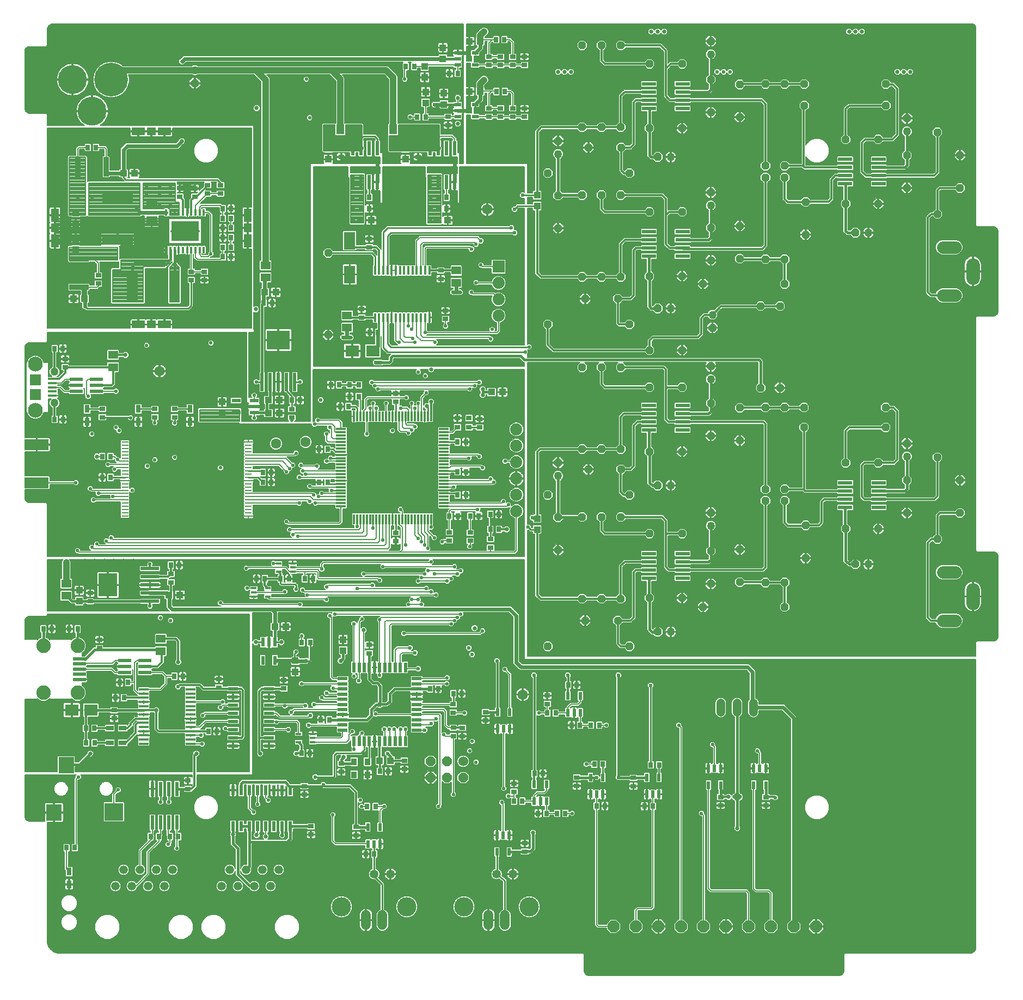
<source format=gtl>
G75*
%MOIN*%
%OFA0B0*%
%FSLAX24Y24*%
%IPPOS*%
%LPD*%
%AMOC8*
5,1,8,0,0,1.08239X$1,22.5*
%
%ADD10R,0.0394X0.0433*%
%ADD11R,0.0610X0.0217*%
%ADD12R,0.0217X0.0610*%
%ADD13R,0.0276X0.0354*%
%ADD14R,0.0354X0.0276*%
%ADD15R,0.0315X0.0472*%
%ADD16C,0.0531*%
%ADD17C,0.1181*%
%ADD18R,0.0591X0.0157*%
%ADD19R,0.0846X0.0709*%
%ADD20R,0.0591X0.0512*%
%ADD21R,0.0787X0.0236*%
%ADD22R,0.0472X0.0315*%
%ADD23C,0.0886*%
%ADD24R,0.0787X0.0197*%
%ADD25R,0.0217X0.0472*%
%ADD26R,0.0354X0.0433*%
%ADD27C,0.0600*%
%ADD28R,0.0945X0.1004*%
%ADD29R,0.1142X0.1083*%
%ADD30C,0.0525*%
%ADD31OC8,0.0709*%
%ADD32C,0.0540*%
%ADD33R,0.0240X0.0870*%
%ADD34R,0.0236X0.0554*%
%ADD35R,0.0433X0.0394*%
%ADD36C,0.0600*%
%ADD37OC8,0.0600*%
%ADD38R,0.0236X0.0610*%
%ADD39R,0.0610X0.0236*%
%ADD40R,0.0120X0.0390*%
%ADD41R,0.1673X0.1201*%
%ADD42R,0.0709X0.0630*%
%ADD43R,0.0236X0.0236*%
%ADD44R,0.0620X0.1870*%
%ADD45R,0.0659X0.1870*%
%ADD46R,0.1870X0.0620*%
%ADD47R,0.1870X0.0659*%
%ADD48R,0.0413X0.0236*%
%ADD49R,0.0137X0.0550*%
%ADD50R,0.0709X0.1083*%
%ADD51OC8,0.0480*%
%ADD52R,0.0512X0.0591*%
%ADD53R,0.0870X0.0240*%
%ADD54OC8,0.0500*%
%ADD55C,0.0500*%
%ADD56R,0.0433X0.0098*%
%ADD57R,0.0138X0.0591*%
%ADD58R,0.0591X0.0138*%
%ADD59R,0.0354X0.0295*%
%ADD60C,0.1772*%
%ADD61C,0.2067*%
%ADD62C,0.0740*%
%ADD63R,0.1197X0.0319*%
%ADD64R,0.0319X0.1197*%
%ADD65C,0.0827*%
%ADD66C,0.0768*%
%ADD67R,0.0472X0.0551*%
%ADD68R,0.0551X0.0472*%
%ADD69R,0.0472X0.0787*%
%ADD70R,0.0787X0.0472*%
%ADD71C,0.0906*%
%ADD72C,0.0502*%
%ADD73R,0.0531X0.0157*%
%ADD74R,0.0709X0.0709*%
%ADD75R,0.0295X0.0354*%
%ADD76R,0.0740X0.0740*%
%ADD77R,0.1457X0.0669*%
%ADD78R,0.1166X0.1417*%
%ADD79R,0.1130X0.0200*%
%ADD80R,0.1417X0.1166*%
%ADD81R,0.0200X0.1130*%
%ADD82R,0.0554X0.0236*%
%ADD83C,0.0630*%
%ADD84R,0.0354X0.0157*%
%ADD85R,0.0236X0.0472*%
%ADD86C,0.0160*%
%ADD87C,0.0060*%
%ADD88C,0.0256*%
%ADD89C,0.0080*%
%ADD90C,0.0340*%
%ADD91C,0.0240*%
%ADD92C,0.0200*%
%ADD93C,0.0210*%
%ADD94C,0.0295*%
%ADD95C,0.0120*%
%ADD96C,0.0236*%
%ADD97C,0.0100*%
%ADD98C,0.0140*%
%ADD99C,0.0320*%
%ADD100C,0.0400*%
D10*
X022301Y022153D03*
X022970Y022153D03*
X020063Y028891D03*
X020063Y029560D03*
X017136Y028262D03*
X017136Y027593D03*
X003905Y031900D03*
X003905Y032569D03*
X012658Y043429D03*
X012658Y044099D03*
X003696Y053417D03*
X003696Y054086D03*
X003696Y054991D03*
X003696Y055661D03*
X019148Y058928D03*
X019148Y059598D03*
X023873Y059598D03*
X023873Y058928D03*
X025111Y062391D03*
X025111Y063060D03*
X025054Y063948D03*
X025054Y064617D03*
X026171Y065090D03*
X026171Y065759D03*
X026230Y062964D03*
X026230Y062294D03*
X031944Y056743D03*
X031944Y056074D03*
X031944Y036960D03*
X031944Y036291D03*
D11*
X024562Y027169D03*
X024562Y026854D03*
X024562Y026539D03*
X024562Y026224D03*
X024562Y025909D03*
X024562Y025594D03*
X024562Y025279D03*
X024562Y024964D03*
X024562Y024649D03*
X024562Y024334D03*
X024562Y024020D03*
X020035Y024020D03*
X020035Y024334D03*
X020035Y024649D03*
X020035Y024964D03*
X020035Y025279D03*
X020035Y025594D03*
X020035Y025909D03*
X020035Y026224D03*
X020035Y026539D03*
X020035Y026854D03*
X020035Y027169D03*
D12*
X020724Y027858D03*
X021039Y027858D03*
X021354Y027858D03*
X021669Y027858D03*
X021984Y027858D03*
X022299Y027858D03*
X022614Y027858D03*
X022929Y027858D03*
X023244Y027858D03*
X023559Y027858D03*
X023873Y027858D03*
X023873Y023331D03*
X023559Y023331D03*
X023244Y023331D03*
X022929Y023331D03*
X022614Y023331D03*
X022299Y023331D03*
X021984Y023331D03*
X021669Y023331D03*
X021354Y023331D03*
X021039Y023331D03*
X020724Y023331D03*
D13*
X022314Y021502D03*
X022826Y021502D03*
X022041Y019347D03*
X021530Y019347D03*
X021445Y016439D03*
X021957Y016439D03*
X018019Y022606D03*
X017508Y022606D03*
X018698Y024649D03*
X019210Y024649D03*
X018041Y029374D03*
X017529Y029374D03*
X017711Y033279D03*
X018223Y033279D03*
X016747Y033279D03*
X016235Y033279D03*
X015270Y033279D03*
X014759Y033279D03*
X010028Y034109D03*
X009516Y034109D03*
X005821Y039480D03*
X005310Y039480D03*
X005310Y040759D03*
X005821Y040759D03*
X002908Y043023D03*
X002396Y043023D03*
X002392Y047351D03*
X002903Y047351D03*
X012692Y052964D03*
X013203Y052964D03*
X013203Y053554D03*
X012692Y053554D03*
X012692Y054145D03*
X013203Y054145D03*
X013203Y054735D03*
X012692Y054735D03*
X012692Y055326D03*
X013203Y055326D03*
X013203Y055917D03*
X012692Y055917D03*
X015203Y050144D03*
X015715Y050144D03*
X019306Y045138D03*
X019818Y045138D03*
X019877Y043810D03*
X020388Y043810D03*
X019109Y041202D03*
X018597Y041202D03*
X018597Y039184D03*
X019109Y039184D03*
X015664Y039184D03*
X015152Y039184D03*
X015152Y039775D03*
X015664Y039775D03*
X016924Y044204D03*
X017436Y044204D03*
X021681Y048349D03*
X022193Y048349D03*
X027062Y041645D03*
X027573Y041645D03*
X027573Y039824D03*
X027062Y039824D03*
X027062Y038397D03*
X027573Y038397D03*
X027849Y037117D03*
X028361Y037117D03*
X029074Y037219D03*
X029586Y037219D03*
X029598Y036298D03*
X029087Y036298D03*
X027081Y037117D03*
X026570Y037117D03*
X025890Y026539D03*
X025378Y026539D03*
X026818Y026249D03*
X027330Y026249D03*
X031786Y021369D03*
X032298Y021369D03*
X031034Y019674D03*
X030522Y019674D03*
X032004Y018922D03*
X032515Y018922D03*
X033156Y018922D03*
X033668Y018922D03*
X035578Y019380D03*
X036090Y019380D03*
X035963Y021934D03*
X035451Y021934D03*
X035231Y024322D03*
X035743Y024322D03*
X034562Y024322D03*
X034050Y024322D03*
X033072Y025063D03*
X032561Y025063D03*
X033853Y026783D03*
X034365Y026783D03*
X038893Y021891D03*
X039405Y021891D03*
X039023Y019370D03*
X038511Y019370D03*
X012329Y023949D03*
X011817Y023949D03*
X010239Y027309D03*
X009727Y027309D03*
X006889Y026939D03*
X006377Y026939D03*
X006127Y025999D03*
X006639Y025999D03*
X004829Y024134D03*
X004317Y024134D03*
X004327Y023249D03*
X004839Y023249D03*
X008275Y017508D03*
X008787Y017508D03*
X009458Y017507D03*
X009969Y017507D03*
X003634Y016830D03*
X003122Y016830D03*
X003294Y030215D03*
X003806Y030215D03*
X002225Y030210D03*
X001714Y030210D03*
X021156Y055917D03*
X021668Y055917D03*
X021668Y056606D03*
X021156Y056606D03*
X024601Y061527D03*
X025113Y061527D03*
X026570Y064184D03*
X027081Y064184D03*
X029444Y063083D03*
X029956Y063083D03*
X029936Y066251D03*
X029424Y066251D03*
X024408Y064616D03*
X023896Y064616D03*
X025881Y056606D03*
X026392Y056606D03*
X026392Y055917D03*
X025881Y055917D03*
X004936Y059657D03*
X004424Y059657D03*
D14*
X010056Y057169D03*
X010056Y056657D03*
X010979Y056645D03*
X010979Y057157D03*
X011766Y057354D03*
X011766Y056842D03*
X012554Y056842D03*
X012554Y057354D03*
X011570Y052055D03*
X011570Y051543D03*
X010765Y051546D03*
X010765Y052058D03*
X005073Y051842D03*
X005073Y051330D03*
X003046Y046724D03*
X003046Y046212D03*
X005320Y043672D03*
X005320Y043161D03*
X008529Y043151D03*
X008529Y043663D03*
X009746Y043664D03*
X009746Y043152D03*
X016925Y043140D03*
X016925Y043652D03*
X021195Y049254D03*
X021195Y049766D03*
X021660Y053560D03*
X021660Y054071D03*
X026038Y052137D03*
X026038Y051625D03*
X026333Y049676D03*
X026333Y049165D03*
X023282Y044607D03*
X023282Y044096D03*
X028419Y043052D03*
X028419Y042540D03*
X027847Y036108D03*
X027847Y035597D03*
X029089Y035700D03*
X029089Y035188D03*
X026571Y035612D03*
X026571Y036124D03*
X023282Y036094D03*
X023282Y035582D03*
X021669Y029230D03*
X021669Y028718D03*
X016434Y027075D03*
X016434Y026564D03*
X012455Y026625D03*
X012455Y027137D03*
X009519Y033058D03*
X009519Y033570D03*
X005140Y029550D03*
X005140Y029038D03*
X004572Y031895D03*
X004572Y032407D03*
X006043Y025240D03*
X006043Y024728D03*
X010565Y020933D03*
X010565Y020421D03*
X017692Y020593D03*
X017692Y020081D03*
X018095Y018143D03*
X018095Y017631D03*
X020860Y017586D03*
X020860Y018098D03*
X019951Y021463D03*
X019951Y021975D03*
X023813Y022153D03*
X023813Y021641D03*
X026806Y023650D03*
X026806Y024162D03*
X027358Y024160D03*
X027358Y023648D03*
X026802Y025087D03*
X026802Y025599D03*
X028784Y025126D03*
X028784Y024614D03*
X030525Y020759D03*
X030525Y020247D03*
X031185Y017106D03*
X031185Y016594D03*
X034370Y020604D03*
X034370Y021116D03*
X037835Y021104D03*
X037835Y020592D03*
X032565Y025618D03*
X032565Y026130D03*
X043172Y019927D03*
X043172Y019415D03*
X045950Y019415D03*
X045950Y019927D03*
X024650Y059087D03*
X024650Y059599D03*
X026486Y061024D03*
X026486Y061536D03*
X028984Y061536D03*
X028984Y062048D03*
X029703Y062048D03*
X029703Y061536D03*
X030440Y061536D03*
X030440Y062048D03*
X031169Y062048D03*
X031169Y061536D03*
X031167Y064697D03*
X031167Y065209D03*
X030440Y065210D03*
X030440Y064698D03*
X029703Y064698D03*
X029703Y065210D03*
X028984Y065210D03*
X028984Y064698D03*
X019944Y059597D03*
X019944Y059086D03*
D15*
X010684Y043663D03*
X010684Y042875D03*
X007534Y042875D03*
X007534Y043663D03*
X004384Y043663D03*
X004384Y042875D03*
X003287Y015371D03*
X003287Y014584D03*
D16*
X021961Y015220D03*
X022961Y015220D03*
X029461Y015220D03*
X030461Y015220D03*
D17*
X031461Y013220D03*
X027461Y013220D03*
X023961Y013220D03*
X019961Y013220D03*
D18*
X010715Y023186D03*
X010715Y023442D03*
X010715Y023698D03*
X010715Y023954D03*
X010715Y024210D03*
X010715Y024465D03*
X010715Y024721D03*
X010715Y024977D03*
X010715Y025233D03*
X010715Y025489D03*
X010715Y025745D03*
X010715Y026001D03*
X010715Y026257D03*
X010715Y026513D03*
X007861Y026513D03*
X007861Y026257D03*
X007861Y026001D03*
X007861Y025745D03*
X007861Y025489D03*
X007861Y025233D03*
X007861Y024977D03*
X007861Y024721D03*
X007861Y024465D03*
X007861Y024210D03*
X007861Y023954D03*
X007861Y023698D03*
X007861Y023442D03*
X007861Y023186D03*
D19*
X004609Y025249D03*
X003447Y025249D03*
X020610Y047209D03*
X021889Y047209D03*
D20*
X020301Y048640D03*
X020301Y049388D03*
X015310Y051704D03*
X015310Y052452D03*
X005972Y046965D03*
X005972Y046217D03*
X003105Y032983D03*
X003105Y032235D03*
X008903Y029604D03*
X008903Y028856D03*
X026989Y051380D03*
X026989Y052128D03*
D21*
X007923Y028283D03*
X007923Y027909D03*
X007923Y027535D03*
X006703Y027535D03*
X006703Y027909D03*
X006703Y028283D03*
X004955Y044739D03*
X004955Y045113D03*
X004955Y045487D03*
X003734Y045487D03*
X003734Y045113D03*
X003734Y044739D03*
D22*
X005774Y024134D03*
X006562Y024134D03*
X006562Y023249D03*
X005774Y023249D03*
D23*
X003807Y026312D03*
X001720Y026312D03*
X001720Y029186D03*
X003807Y029186D03*
D24*
X003906Y028379D03*
X003906Y028064D03*
X003906Y027749D03*
X003906Y027434D03*
X003906Y027119D03*
D25*
X021577Y018084D03*
X022325Y018084D03*
X022325Y017060D03*
X021951Y017060D03*
X021577Y017060D03*
X029481Y016569D03*
X029481Y017592D03*
X029855Y017592D03*
X030229Y017592D03*
X030229Y016569D03*
X035211Y020100D03*
X035585Y020100D03*
X035959Y020100D03*
X035959Y021124D03*
X035211Y021124D03*
X038656Y021124D03*
X039404Y021124D03*
X039404Y020100D03*
X039030Y020100D03*
X038656Y020100D03*
X042428Y020661D03*
X043176Y020661D03*
X043176Y021684D03*
X042802Y021684D03*
X042428Y021684D03*
X045196Y021684D03*
X045570Y021684D03*
X045944Y021684D03*
X045944Y020661D03*
X045196Y020661D03*
X030268Y024098D03*
X029894Y024098D03*
X029520Y024098D03*
X029520Y025122D03*
X030268Y025122D03*
D26*
X021559Y022082D03*
X020732Y022082D03*
X020732Y021294D03*
X021559Y021294D03*
D27*
X021461Y012697D02*
X021461Y012097D01*
X022461Y012097D02*
X022461Y012697D01*
X028961Y012697D02*
X028961Y012097D01*
X029961Y012097D02*
X029961Y012697D01*
D28*
X003110Y021874D03*
X002362Y018980D03*
D29*
X006023Y019020D03*
D30*
X006625Y015480D03*
X007625Y015480D03*
X007125Y014480D03*
X008125Y014480D03*
X008625Y015480D03*
X009125Y014480D03*
X009625Y015480D03*
X012625Y014480D03*
X013125Y015480D03*
X013625Y014480D03*
X014625Y014480D03*
X014125Y015480D03*
X015125Y015480D03*
X015625Y014480D03*
X016125Y015480D03*
X006125Y014480D03*
D31*
X036615Y011999D03*
X037993Y011999D03*
X039371Y011999D03*
X040749Y011999D03*
X042126Y011999D03*
X043504Y011999D03*
X044882Y011999D03*
X046260Y011999D03*
X047638Y011999D03*
X049016Y011999D03*
D32*
X045180Y025127D02*
X045180Y025667D01*
X044180Y025667D02*
X044180Y025127D01*
X043180Y025127D02*
X043180Y025667D01*
D33*
X026886Y057544D03*
X026386Y057544D03*
X025886Y057544D03*
X025386Y057544D03*
X025386Y059604D03*
X025886Y059604D03*
X026386Y059604D03*
X026886Y059604D03*
X022162Y059604D03*
X021662Y059604D03*
X021162Y059604D03*
X020662Y059604D03*
X020662Y057544D03*
X021162Y057544D03*
X021662Y057544D03*
X022162Y057544D03*
X009875Y020427D03*
X009375Y020427D03*
X008875Y020427D03*
X008375Y020427D03*
X008375Y018367D03*
X008875Y018367D03*
X009375Y018367D03*
X009875Y018367D03*
D34*
X015138Y028294D03*
X015886Y028294D03*
X015886Y029400D03*
X015512Y029400D03*
X015138Y029400D03*
D35*
X015881Y030342D03*
X016550Y030342D03*
X010069Y032279D03*
X009399Y032279D03*
X015498Y043412D03*
X016167Y043412D03*
X016164Y044210D03*
X015495Y044210D03*
X015270Y050798D03*
X015940Y050798D03*
X021117Y055200D03*
X021787Y055200D03*
X025802Y055200D03*
X026471Y055200D03*
X027788Y063083D03*
X028458Y063083D03*
X028458Y066156D03*
X027788Y066156D03*
X029148Y044696D03*
X029818Y044696D03*
X007283Y058077D03*
X006614Y058077D03*
X004227Y050405D03*
X003558Y050405D03*
D36*
X027416Y022112D03*
D37*
X026416Y022112D03*
X025416Y022112D03*
X025416Y021112D03*
X026416Y021112D03*
X027416Y021112D03*
D38*
X016822Y020345D03*
X016322Y020345D03*
X015822Y020345D03*
X015322Y020345D03*
X014822Y020345D03*
X014322Y020345D03*
X013822Y020345D03*
X013322Y020345D03*
X013322Y018141D03*
X013822Y018141D03*
X014322Y018141D03*
X014822Y018141D03*
X015322Y018141D03*
X015822Y018141D03*
X016322Y018141D03*
X016822Y018141D03*
D39*
X015531Y023061D03*
X015531Y023561D03*
X015531Y024061D03*
X015531Y024561D03*
X015531Y025061D03*
X015531Y025561D03*
X015531Y026061D03*
X015531Y026561D03*
X013326Y026561D03*
X013326Y026061D03*
X013326Y025561D03*
X013326Y025061D03*
X013326Y024561D03*
X013326Y024061D03*
X013326Y023561D03*
X013326Y023061D03*
D40*
X011534Y053390D03*
X011278Y053390D03*
X011022Y053390D03*
X010766Y053390D03*
X010510Y053390D03*
X010255Y053390D03*
X009999Y053390D03*
X009743Y053390D03*
X009487Y053390D03*
X009231Y053390D03*
X009231Y055687D03*
X009487Y055687D03*
X009743Y055687D03*
X009999Y055687D03*
X010255Y055687D03*
X010510Y055687D03*
X010766Y055687D03*
X011022Y055687D03*
X011278Y055687D03*
X011534Y055687D03*
D41*
X010388Y054539D03*
D42*
X008340Y055138D03*
X008340Y056241D03*
D43*
X006057Y052853D03*
X006057Y051987D03*
X004679Y056631D03*
X003813Y056631D03*
D44*
X009745Y051163D03*
D45*
X007147Y051163D03*
D46*
X006255Y054027D03*
D47*
X006255Y056625D03*
D48*
X027080Y061546D03*
X027080Y061920D03*
X027080Y062294D03*
X028146Y062294D03*
X028146Y061546D03*
X028146Y064696D03*
X027080Y064696D03*
X027080Y065070D03*
X027080Y065444D03*
X028146Y065444D03*
D49*
X025339Y052139D03*
X025083Y052139D03*
X024827Y052139D03*
X024571Y052139D03*
X024316Y052139D03*
X024060Y052139D03*
X023804Y052139D03*
X023548Y052139D03*
X023292Y052139D03*
X023036Y052139D03*
X022780Y052139D03*
X022524Y052139D03*
X022268Y052139D03*
X022012Y052139D03*
X022012Y049261D03*
X022268Y049261D03*
X022524Y049261D03*
X022780Y049261D03*
X023036Y049261D03*
X023292Y049261D03*
X023548Y049261D03*
X023804Y049261D03*
X024060Y049261D03*
X024316Y049261D03*
X024571Y049261D03*
X024827Y049261D03*
X025083Y049261D03*
X025339Y049261D03*
D50*
X020471Y051892D03*
X020471Y053959D03*
D51*
X019148Y053200D03*
X019148Y048200D03*
X032593Y048830D03*
X034881Y050405D03*
X034699Y051743D03*
X035881Y051743D03*
X037062Y051743D03*
X036881Y050405D03*
X037593Y048830D03*
X038818Y047255D03*
X040818Y047255D03*
X040818Y044991D03*
X038818Y044991D03*
X037062Y046212D03*
X035881Y046212D03*
X034699Y046212D03*
X034699Y041212D03*
X035881Y041212D03*
X035077Y039972D03*
X037077Y039972D03*
X037062Y041212D03*
X038818Y041054D03*
X040818Y041054D03*
X042573Y042023D03*
X042573Y044023D03*
X044345Y043728D03*
X045920Y043751D03*
X047101Y043751D03*
X048281Y043750D03*
X048281Y042531D03*
X046806Y044952D03*
X045625Y044952D03*
X044345Y041728D03*
X045920Y038751D03*
X045920Y038043D03*
X047101Y038043D03*
X047101Y038751D03*
X048381Y036543D03*
X048381Y034543D03*
X047101Y033043D03*
X045920Y033043D03*
X044345Y033066D03*
X044345Y035066D03*
X042573Y034968D03*
X042573Y032968D03*
X042102Y031552D03*
X040818Y032098D03*
X038818Y032098D03*
X037062Y032058D03*
X035881Y032058D03*
X034699Y032058D03*
X034881Y030720D03*
X036881Y030720D03*
X037593Y029145D03*
X032593Y029145D03*
X033223Y035035D03*
X033223Y037035D03*
X032593Y038397D03*
X034699Y037058D03*
X035881Y037058D03*
X037062Y037058D03*
X037593Y038397D03*
X038818Y036035D03*
X040818Y036035D03*
X047102Y031552D03*
X050825Y036330D03*
X052825Y036330D03*
X054581Y037298D03*
X054581Y039298D03*
X056451Y040700D03*
X057829Y039298D03*
X057829Y037298D03*
X056451Y035700D03*
X052825Y040365D03*
X050825Y040365D03*
X053281Y042531D03*
X053281Y043750D03*
X046806Y049952D03*
X045625Y049952D03*
X047100Y051311D03*
X047101Y052826D03*
X045920Y052826D03*
X044345Y052850D03*
X042573Y052751D03*
X042100Y051311D03*
X040818Y051783D03*
X038818Y051783D03*
X038818Y055720D03*
X040818Y055720D03*
X042573Y054751D03*
X044345Y054850D03*
X045920Y057826D03*
X045920Y058535D03*
X047101Y058535D03*
X047101Y057826D03*
X048381Y056326D03*
X048381Y054326D03*
X050825Y056212D03*
X052825Y056212D03*
X054581Y057180D03*
X054581Y059180D03*
X056451Y060582D03*
X057829Y059180D03*
X057829Y057180D03*
X056451Y055582D03*
X052825Y060149D03*
X050825Y060149D03*
X053291Y062216D03*
X053291Y063535D03*
X048291Y063535D03*
X047101Y063535D03*
X045920Y063535D03*
X044345Y063511D03*
X042573Y063806D03*
X042573Y061806D03*
X044345Y061511D03*
X040818Y060838D03*
X038818Y060838D03*
X037062Y060897D03*
X035881Y060897D03*
X034699Y060897D03*
X035077Y059657D03*
X037077Y059657D03*
X037593Y058082D03*
X037062Y056743D03*
X035881Y056743D03*
X034699Y056743D03*
X033223Y056720D03*
X032593Y058082D03*
X033223Y054720D03*
X038818Y064775D03*
X040818Y064775D03*
X037062Y065897D03*
X035881Y065897D03*
X034699Y065897D03*
X048291Y062216D03*
D52*
X023879Y060762D03*
X023131Y060762D03*
X019890Y060762D03*
X019142Y060762D03*
D53*
X038788Y062056D03*
X038788Y062556D03*
X038788Y063056D03*
X038788Y063556D03*
X040848Y063556D03*
X040848Y063056D03*
X040848Y062556D03*
X040848Y062056D03*
X040848Y054501D03*
X040848Y054001D03*
X040848Y053501D03*
X040848Y053001D03*
X038788Y053001D03*
X038788Y053501D03*
X038788Y054001D03*
X038788Y054501D03*
X038788Y043871D03*
X038788Y043371D03*
X038788Y042871D03*
X038788Y042371D03*
X040848Y042371D03*
X040848Y042871D03*
X040848Y043371D03*
X040848Y043871D03*
X040848Y034816D03*
X040848Y034316D03*
X040848Y033816D03*
X040848Y033316D03*
X038788Y033316D03*
X038788Y033816D03*
X038788Y034316D03*
X038788Y034816D03*
X050795Y037647D03*
X050795Y038147D03*
X050795Y038647D03*
X050795Y039147D03*
X052855Y039147D03*
X052855Y038647D03*
X052855Y038147D03*
X052855Y037647D03*
X052855Y057430D03*
X052855Y057930D03*
X052855Y058430D03*
X052855Y058930D03*
X050795Y058930D03*
X050795Y058430D03*
X050795Y057930D03*
X050795Y057430D03*
D54*
X051425Y054440D03*
X054581Y061435D03*
X042573Y056907D03*
X039319Y059066D03*
X033223Y060057D03*
X042573Y066159D03*
X039319Y049814D03*
X042672Y048627D03*
X042573Y046277D03*
X039319Y038987D03*
X042573Y037320D03*
X039319Y030031D03*
X033223Y040372D03*
X051425Y034165D03*
X054581Y041553D03*
X010979Y063587D03*
D55*
X010979Y064387D03*
X033223Y059257D03*
X040119Y059066D03*
X042573Y056107D03*
X040119Y049814D03*
X042672Y049427D03*
X042573Y045477D03*
X040119Y038987D03*
X042573Y036520D03*
X040119Y030031D03*
X033223Y039572D03*
X052225Y034165D03*
X054581Y040753D03*
X052225Y054440D03*
X054581Y060635D03*
X042573Y065359D03*
D56*
X014266Y041645D03*
X014266Y041448D03*
X014266Y041251D03*
X014266Y041054D03*
X014266Y040857D03*
X014266Y040661D03*
X014266Y040464D03*
X014266Y040267D03*
X014266Y040070D03*
X014266Y039873D03*
X014266Y039676D03*
X014266Y039480D03*
X014266Y039283D03*
X014266Y039086D03*
X014266Y038889D03*
X014266Y038692D03*
X014266Y038495D03*
X014266Y038298D03*
X014266Y038102D03*
X014266Y037905D03*
X014266Y037708D03*
X014266Y037511D03*
X014266Y037314D03*
X014266Y037117D03*
X006707Y037117D03*
X006707Y037314D03*
X006707Y037511D03*
X006707Y037708D03*
X006707Y037905D03*
X006707Y038102D03*
X006707Y038298D03*
X006707Y038495D03*
X006707Y038692D03*
X006707Y038889D03*
X006707Y039086D03*
X006707Y039283D03*
X006707Y039480D03*
X006707Y039676D03*
X006707Y039873D03*
X006707Y040070D03*
X006707Y040267D03*
X006707Y040464D03*
X006707Y040661D03*
X006707Y040857D03*
X006707Y041054D03*
X006707Y041251D03*
X006707Y041448D03*
X006707Y041645D03*
D57*
X020723Y043220D03*
X020920Y043220D03*
X021117Y043220D03*
X021314Y043220D03*
X021510Y043220D03*
X021707Y043220D03*
X021904Y043220D03*
X022101Y043220D03*
X022298Y043220D03*
X022495Y043220D03*
X022692Y043220D03*
X022888Y043220D03*
X023085Y043220D03*
X023282Y043220D03*
X023479Y043220D03*
X023676Y043220D03*
X023873Y043220D03*
X024070Y043220D03*
X024266Y043220D03*
X024463Y043220D03*
X024660Y043220D03*
X024857Y043220D03*
X025054Y043220D03*
X025251Y043220D03*
X025447Y043220D03*
X025447Y036920D03*
X025251Y036920D03*
X025054Y036920D03*
X024857Y036920D03*
X024660Y036920D03*
X024463Y036920D03*
X024266Y036920D03*
X024070Y036920D03*
X023873Y036920D03*
X023676Y036920D03*
X023479Y036920D03*
X023282Y036920D03*
X023085Y036920D03*
X022888Y036920D03*
X022692Y036920D03*
X022495Y036920D03*
X022298Y036920D03*
X022101Y036920D03*
X021904Y036920D03*
X021707Y036920D03*
X021510Y036920D03*
X021314Y036920D03*
X021117Y036920D03*
X020920Y036920D03*
X020723Y036920D03*
D58*
X019936Y037708D03*
X019936Y037905D03*
X019936Y038102D03*
X019936Y038298D03*
X019936Y038495D03*
X019936Y038692D03*
X019936Y038889D03*
X019936Y039086D03*
X019936Y039283D03*
X019936Y039480D03*
X019936Y039676D03*
X019936Y039873D03*
X019936Y040070D03*
X019936Y040267D03*
X019936Y040464D03*
X019936Y040661D03*
X019936Y040857D03*
X019936Y041054D03*
X019936Y041251D03*
X019936Y041448D03*
X019936Y041645D03*
X019936Y041842D03*
X019936Y042039D03*
X019936Y042235D03*
X019936Y042432D03*
X026235Y042432D03*
X026235Y042235D03*
X026235Y042039D03*
X026235Y041842D03*
X026235Y041645D03*
X026235Y041448D03*
X026235Y041251D03*
X026235Y041054D03*
X026235Y040857D03*
X026235Y040661D03*
X026235Y040464D03*
X026235Y040267D03*
X026235Y040070D03*
X026235Y039873D03*
X026235Y039676D03*
X026235Y039480D03*
X026235Y039283D03*
X026235Y039086D03*
X026235Y038889D03*
X026235Y038692D03*
X026235Y038495D03*
X026235Y038298D03*
X026235Y038102D03*
X026235Y037905D03*
X026235Y037708D03*
D59*
X027062Y042541D03*
X027062Y043111D03*
X027770Y043111D03*
X027770Y042541D03*
D60*
X004699Y061881D03*
X003499Y063810D03*
D61*
X005861Y063810D03*
D62*
X029581Y051373D03*
X029581Y050373D03*
X029581Y049373D03*
X030664Y042413D03*
X030664Y041413D03*
X030664Y040413D03*
X030664Y039413D03*
X030664Y038413D03*
X030664Y037413D03*
D63*
X003892Y051113D03*
X003892Y052846D03*
D64*
X003814Y058476D03*
X005546Y058476D03*
D65*
X058617Y052491D02*
X058617Y051665D01*
X058617Y032609D02*
X058617Y031783D01*
D66*
X057544Y030720D02*
X056776Y030720D01*
X056776Y033672D02*
X057544Y033672D01*
X057544Y050602D02*
X056776Y050602D01*
X056776Y053554D02*
X057544Y053554D01*
D67*
X014227Y054735D03*
X002416Y054735D03*
D68*
X008321Y048830D03*
X008321Y060641D03*
D69*
X002416Y055523D03*
X002416Y053948D03*
X014227Y053948D03*
X014227Y055523D03*
D70*
X009109Y060641D03*
X007534Y060641D03*
X007534Y048830D03*
X009109Y048830D03*
D71*
X001211Y046409D03*
X001211Y043574D03*
D72*
X002392Y044037D03*
X002392Y045946D03*
D73*
X002264Y045503D03*
X002264Y045247D03*
X002264Y044991D03*
X002264Y044735D03*
X002264Y044480D03*
D74*
X001211Y044539D03*
X001211Y045444D03*
D75*
X020453Y045133D03*
X021023Y045133D03*
X021023Y044425D03*
X020453Y044425D03*
D76*
X029581Y052373D03*
D77*
X001304Y041478D03*
X001304Y039155D03*
D78*
X005667Y032897D03*
D79*
X008237Y032897D03*
X008237Y033397D03*
X008237Y033897D03*
X008237Y032397D03*
X008237Y031897D03*
D80*
X016097Y047886D03*
D81*
X016097Y045316D03*
X015597Y045316D03*
X015097Y045316D03*
X016597Y045316D03*
X017097Y045316D03*
D82*
X014612Y044178D03*
X014612Y043804D03*
X014612Y043430D03*
X013507Y043430D03*
X013507Y044178D03*
D83*
X015949Y041546D03*
X017770Y041645D03*
X008814Y045976D03*
X028892Y055867D03*
X031058Y026192D03*
D84*
X018203Y023791D03*
X018203Y023535D03*
X018203Y023279D03*
X017337Y023279D03*
X017337Y023791D03*
X015447Y032186D03*
X015447Y032698D03*
X016107Y033712D03*
X016107Y034224D03*
X016973Y034224D03*
X016973Y033968D03*
X016973Y033712D03*
X014581Y032698D03*
X014581Y032442D03*
X014581Y032186D03*
D85*
X031766Y020702D03*
X032514Y020702D03*
X032514Y019674D03*
X032140Y019674D03*
X031766Y019674D03*
X033833Y025087D03*
X034207Y025087D03*
X034581Y025087D03*
X034581Y026116D03*
X033833Y026116D03*
D86*
X036908Y027372D02*
X036908Y021127D01*
X036940Y021095D01*
X037826Y021095D01*
X037835Y021104D01*
X038646Y021104D01*
X038656Y021124D01*
X037849Y021118D02*
X037835Y021104D01*
X035575Y021127D02*
X035532Y021124D01*
X035211Y021124D01*
X035204Y021116D01*
X034370Y021116D01*
X031685Y017747D02*
X031685Y016780D01*
X031505Y016600D01*
X031191Y016600D01*
X031185Y016594D01*
X030324Y016594D01*
X029520Y025122D02*
X028788Y025122D01*
X025378Y026539D02*
X024563Y026539D01*
X024562Y026539D01*
X024559Y026535D01*
X023221Y026535D01*
X022921Y026235D01*
X022921Y025755D01*
X022704Y025598D01*
X022299Y025598D01*
X022299Y025575D01*
X022299Y025598D02*
X022261Y025575D01*
X022321Y025635D01*
X022321Y026715D01*
X022141Y026895D01*
X021901Y026895D01*
X021669Y027128D01*
X021669Y027858D01*
X021669Y028378D01*
X021669Y028718D01*
X020063Y028891D02*
X020063Y028414D01*
X019906Y028257D01*
X022081Y025575D02*
X022261Y025575D01*
X022081Y025575D02*
X021781Y025275D01*
X021781Y024915D01*
X021516Y024649D01*
X020035Y024649D01*
X019210Y024649D01*
X020035Y024649D02*
X020035Y024649D01*
X020101Y022367D02*
X019951Y022217D01*
X019951Y021975D01*
X020732Y021975D01*
X020732Y022082D01*
X022790Y022587D02*
X022970Y022407D01*
X022970Y022153D01*
X021577Y018084D02*
X020874Y018084D01*
X018771Y020593D02*
X018845Y020667D01*
X018771Y020593D02*
X017692Y020593D01*
X016825Y020593D01*
X016822Y020590D01*
X016822Y020345D01*
X016825Y020593D02*
X016770Y020593D01*
X016525Y020837D01*
X013912Y020837D01*
X013822Y020747D01*
X013822Y020345D01*
X013822Y018141D02*
X014322Y018141D01*
X014325Y018137D01*
X014325Y017247D01*
X014379Y017194D01*
X016632Y017194D01*
X016825Y017387D01*
X016825Y018137D01*
X016822Y018141D01*
X016825Y018143D01*
X018095Y018143D01*
X016322Y018141D02*
X016322Y017590D01*
X016325Y017587D01*
X014325Y017247D02*
X014325Y015680D01*
X014125Y015480D01*
X013625Y015223D02*
X014335Y014513D01*
X014592Y014513D01*
X014625Y014480D01*
X013625Y015223D02*
X013625Y016767D01*
X013322Y017070D01*
X013322Y017637D01*
X013322Y018141D01*
X010631Y020433D02*
X010565Y020421D01*
X010560Y020427D01*
X009875Y020427D01*
X011817Y023949D02*
X011813Y023954D01*
X010720Y024209D02*
X010715Y024210D01*
X007861Y025233D02*
X006868Y025233D01*
X004625Y025233D01*
X004609Y025249D01*
X004585Y022587D02*
X003925Y021927D01*
X003110Y021927D01*
X003110Y021874D01*
X004250Y028354D02*
X004840Y028944D01*
X005090Y028944D01*
X005140Y028994D01*
X005090Y028944D02*
X008718Y028944D01*
X008237Y031897D02*
X004574Y031897D01*
X003908Y031897D01*
X003444Y031897D01*
X003105Y032235D01*
X003905Y031900D02*
X003908Y031897D01*
X004572Y031895D02*
X004574Y031897D01*
X003806Y030215D02*
X003799Y029195D01*
X001714Y029193D02*
X001714Y030210D01*
X014612Y043430D02*
X015479Y043430D01*
X015498Y043412D01*
X015400Y043509D01*
X015400Y044180D01*
X015495Y044210D01*
X015597Y044214D01*
X015597Y045316D01*
X015097Y045316D02*
X015097Y050038D01*
X015203Y050144D01*
X009745Y051163D02*
X009743Y051165D01*
X009743Y053390D01*
X009487Y053390D02*
X009487Y052796D01*
X009207Y052516D01*
X009153Y052570D01*
X007304Y052570D01*
X007143Y052409D01*
X007143Y051783D01*
X007143Y051166D01*
X007147Y051163D01*
X010510Y055687D02*
X010510Y057047D01*
X010388Y057169D01*
X020662Y057544D02*
X021162Y057544D01*
X026230Y062294D02*
X026230Y062294D01*
X027080Y062294D01*
X027080Y065070D02*
X026191Y065070D01*
X026171Y065090D01*
X026172Y065090D01*
X027080Y065444D02*
X027080Y065444D01*
X027677Y065444D02*
X027788Y065556D01*
X027788Y066156D01*
X033223Y059257D02*
X033223Y056720D01*
X033247Y056743D01*
X034699Y056743D01*
X038818Y059180D02*
X038818Y060838D01*
X038818Y062026D01*
X038788Y062056D01*
X040848Y063056D02*
X042430Y063056D01*
X042573Y063200D01*
X042573Y063806D01*
X042573Y065359D01*
X039319Y059066D02*
X038932Y059066D01*
X038818Y059180D01*
X042573Y056107D02*
X042573Y054751D01*
X042573Y054145D01*
X042430Y054001D01*
X040848Y054001D01*
X038788Y053001D02*
X038788Y051813D01*
X038818Y051783D01*
X038818Y049928D01*
X038932Y049814D01*
X039319Y049814D01*
X042573Y045477D02*
X042573Y044023D01*
X042573Y043515D01*
X042430Y043371D01*
X040848Y043371D01*
X038788Y042371D02*
X038788Y041084D01*
X038818Y041054D01*
X038818Y039154D01*
X039005Y038967D01*
X039397Y038967D01*
X039319Y038987D01*
X042573Y036520D02*
X042573Y034968D01*
X042573Y034460D01*
X042430Y034316D01*
X040848Y034316D01*
X038788Y033316D02*
X038788Y032128D01*
X038818Y032098D01*
X038818Y030194D01*
X038995Y030017D01*
X039305Y030017D01*
X039319Y030031D01*
X044180Y025397D02*
X044192Y025397D01*
X044192Y020101D01*
X044352Y019941D02*
X044022Y019931D01*
X044195Y019758D01*
X044195Y018027D01*
X043172Y019927D02*
X043172Y020655D01*
X045950Y020628D02*
X045950Y019927D01*
X051038Y034165D02*
X051425Y034165D01*
X051038Y034165D02*
X050825Y034377D01*
X050825Y036330D01*
X050795Y036360D01*
X050795Y037647D01*
X052855Y038647D02*
X054438Y038647D01*
X054581Y038791D01*
X054581Y039298D01*
X054581Y040753D01*
X045625Y044952D02*
X045625Y046566D01*
X045526Y046665D01*
X031156Y046665D01*
X030910Y046911D01*
X023085Y046911D01*
X022987Y046812D01*
X022987Y046606D01*
X022892Y046512D01*
X022366Y046512D01*
X022366Y046517D01*
X022249Y046517D02*
X022052Y046517D01*
X028609Y044873D02*
X028609Y044696D01*
X029148Y044696D01*
X028609Y044697D02*
X028609Y044511D01*
X028609Y044873D01*
X033223Y039572D02*
X033223Y037035D01*
X033247Y037058D01*
X034699Y037058D01*
X024563Y026224D02*
X024562Y026224D01*
X015886Y029400D02*
X015886Y030337D01*
X015881Y030342D01*
X015885Y030347D01*
X050825Y054554D02*
X050940Y054440D01*
X051425Y054440D01*
X050825Y054554D02*
X050825Y056212D01*
X050825Y057400D01*
X050795Y057430D01*
X052855Y058430D02*
X054438Y058430D01*
X054581Y058574D01*
X054581Y059180D01*
X054575Y059187D01*
X054575Y060628D01*
X054581Y060635D01*
D87*
X002588Y010385D02*
X002364Y010458D01*
X002174Y010596D01*
X002036Y010786D01*
X001963Y011010D01*
X001954Y011128D01*
X001954Y018370D01*
X002332Y018370D01*
X002332Y018950D01*
X002392Y018950D01*
X002392Y018370D01*
X002849Y018370D01*
X002876Y018377D01*
X002901Y018391D01*
X002921Y018412D01*
X002936Y018436D01*
X002943Y018464D01*
X002943Y018950D01*
X002392Y018950D01*
X002392Y019010D01*
X002943Y019010D01*
X002943Y019497D01*
X002936Y019524D01*
X002921Y019549D01*
X002901Y019569D01*
X002876Y019584D01*
X002849Y019591D01*
X002392Y019591D01*
X002392Y019010D01*
X002332Y019010D01*
X002332Y018950D01*
X001781Y018950D01*
X001781Y018464D01*
X001785Y018447D01*
X000888Y018447D01*
X000827Y018453D01*
X000714Y018499D01*
X000628Y018585D01*
X000582Y018697D01*
X001781Y018697D01*
X001781Y018639D02*
X000606Y018639D01*
X000582Y018697D02*
X000576Y018758D01*
X000576Y021271D01*
X003708Y021271D01*
X003671Y021234D01*
X003671Y021142D01*
X003586Y021057D01*
X003586Y017086D01*
X003464Y017086D01*
X003417Y017040D01*
X003417Y016620D01*
X003464Y016573D01*
X003805Y016573D01*
X003851Y016620D01*
X003851Y017040D01*
X003824Y017067D01*
X003824Y020958D01*
X003839Y020973D01*
X003931Y020973D01*
X004039Y021081D01*
X004039Y021234D01*
X004002Y021271D01*
X010826Y021271D01*
X010826Y021141D01*
X010809Y021158D01*
X010785Y021172D01*
X010757Y021180D01*
X010595Y021180D01*
X010595Y020963D01*
X010535Y020963D01*
X010535Y020903D01*
X010280Y020903D01*
X010280Y020781D01*
X010287Y020753D01*
X010301Y020729D01*
X010321Y020708D01*
X010346Y020694D01*
X010374Y020687D01*
X010535Y020687D01*
X010535Y020903D01*
X010595Y020903D01*
X010595Y020687D01*
X010757Y020687D01*
X010785Y020694D01*
X010809Y020708D01*
X010826Y020725D01*
X010826Y020655D01*
X010793Y020621D01*
X010775Y020638D01*
X010355Y020638D01*
X010309Y020592D01*
X010309Y020586D01*
X010075Y020586D01*
X010075Y020895D01*
X010028Y020941D01*
X009723Y020941D01*
X009676Y020895D01*
X009676Y019959D01*
X009723Y019913D01*
X010028Y019913D01*
X010075Y019959D01*
X010075Y020268D01*
X010309Y020268D01*
X010309Y020251D01*
X010355Y020204D01*
X010775Y020204D01*
X010822Y020251D01*
X010822Y020294D01*
X010859Y020294D01*
X011023Y020458D01*
X011105Y020540D01*
X011105Y021271D01*
X014522Y021271D01*
X014522Y029304D01*
X014637Y029190D01*
X014808Y029190D01*
X014889Y029271D01*
X014941Y029271D01*
X014941Y029090D01*
X014988Y029044D01*
X015289Y029044D01*
X015305Y029060D01*
X015307Y029056D01*
X015328Y029036D01*
X015352Y029022D01*
X015380Y029014D01*
X015483Y029014D01*
X015483Y029371D01*
X015541Y029371D01*
X015541Y029014D01*
X015645Y029014D01*
X015673Y029022D01*
X015697Y029036D01*
X015718Y029056D01*
X015720Y029060D01*
X015736Y029044D01*
X016037Y029044D01*
X016084Y029090D01*
X016084Y029268D01*
X016109Y029268D01*
X016187Y029190D01*
X016358Y029190D01*
X016480Y029311D01*
X016480Y029483D01*
X016358Y029604D01*
X016187Y029604D01*
X016109Y029526D01*
X016084Y029526D01*
X016084Y029710D01*
X016046Y029748D01*
X016046Y030066D01*
X016130Y030066D01*
X016177Y030113D01*
X016177Y030572D01*
X016130Y030618D01*
X016085Y030618D01*
X016085Y031209D01*
X019378Y031209D01*
X019358Y031190D01*
X019358Y031164D01*
X019323Y031199D01*
X019170Y031199D01*
X019062Y031091D01*
X019062Y030939D01*
X019170Y030831D01*
X019226Y030831D01*
X019226Y027225D01*
X019296Y027156D01*
X019401Y027050D01*
X019651Y027050D01*
X019651Y027028D01*
X019667Y027012D01*
X019651Y026995D01*
X019651Y026973D01*
X017662Y026973D01*
X017597Y027039D01*
X017444Y027039D01*
X017336Y026931D01*
X017336Y026778D01*
X017444Y026670D01*
X017597Y026670D01*
X017661Y026735D01*
X019332Y026735D01*
X019259Y026662D01*
X019259Y026510D01*
X019367Y026402D01*
X019520Y026402D01*
X019538Y026420D01*
X019651Y026420D01*
X019651Y026398D01*
X019667Y026382D01*
X019651Y026365D01*
X019651Y026343D01*
X019247Y026343D01*
X019247Y026372D01*
X019132Y026488D01*
X018968Y026488D01*
X018853Y026372D01*
X018853Y026209D01*
X018968Y026093D01*
X019132Y026093D01*
X019143Y026105D01*
X019651Y026105D01*
X019651Y026083D01*
X019667Y026067D01*
X019651Y026050D01*
X019651Y026029D01*
X018952Y026029D01*
X018952Y026077D01*
X018836Y026193D01*
X018673Y026193D01*
X018557Y026077D01*
X018557Y025914D01*
X018673Y025798D01*
X018783Y025798D01*
X018791Y025790D01*
X019651Y025790D01*
X019651Y025768D01*
X019667Y025752D01*
X019651Y025735D01*
X019651Y025706D01*
X018435Y025706D01*
X018357Y025785D01*
X018194Y025785D01*
X018078Y025669D01*
X018078Y025506D01*
X018185Y025399D01*
X017945Y025399D01*
X017968Y025421D01*
X017968Y025585D01*
X017852Y025700D01*
X017689Y025700D01*
X017668Y025680D01*
X016574Y025680D01*
X016567Y025687D01*
X016414Y025687D01*
X016407Y025680D01*
X015915Y025680D01*
X015915Y025712D01*
X015868Y025758D01*
X015193Y025758D01*
X015146Y025712D01*
X015146Y025410D01*
X015193Y025364D01*
X015868Y025364D01*
X015915Y025410D01*
X015915Y025442D01*
X016307Y025442D01*
X016307Y025427D01*
X016414Y025319D01*
X016567Y025319D01*
X016675Y025427D01*
X016675Y025442D01*
X017573Y025442D01*
X017573Y025421D01*
X017596Y025399D01*
X017005Y025399D01*
X016913Y025307D01*
X016803Y025307D01*
X016687Y025191D01*
X015915Y025191D01*
X015915Y025180D02*
X015915Y025212D01*
X015868Y025258D01*
X015193Y025258D01*
X015146Y025212D01*
X015146Y024910D01*
X015193Y024864D01*
X015868Y024864D01*
X015915Y024910D01*
X015915Y024926D01*
X016076Y024765D01*
X016146Y024695D01*
X018017Y024695D01*
X018037Y024715D01*
X018147Y024715D01*
X018263Y024831D01*
X018263Y024994D01*
X018147Y025110D01*
X017984Y025110D01*
X017868Y024994D01*
X017868Y024933D01*
X016987Y024933D01*
X017082Y025028D01*
X017082Y025138D01*
X017104Y025160D01*
X019651Y025160D01*
X019651Y025147D01*
X019643Y025139D01*
X019628Y025115D01*
X019621Y025087D01*
X019621Y024989D01*
X020011Y024989D01*
X020011Y025092D01*
X020059Y025092D01*
X020059Y024989D01*
X020011Y024989D01*
X020011Y024940D01*
X020011Y024837D01*
X020059Y024837D01*
X020059Y024940D01*
X020011Y024940D01*
X019621Y024940D01*
X019621Y024842D01*
X019628Y024814D01*
X019632Y024809D01*
X019427Y024809D01*
X019427Y024859D01*
X019380Y024906D01*
X019039Y024906D01*
X018993Y024859D01*
X018993Y024441D01*
X018940Y024441D01*
X018944Y024458D01*
X018944Y024619D01*
X018728Y024619D01*
X018728Y024679D01*
X018944Y024679D01*
X018944Y024841D01*
X018937Y024868D01*
X018923Y024893D01*
X018902Y024914D01*
X018878Y024928D01*
X018850Y024935D01*
X018728Y024935D01*
X018728Y024679D01*
X018668Y024679D01*
X018668Y024619D01*
X018451Y024619D01*
X018451Y024458D01*
X018456Y024441D01*
X018127Y024441D01*
X018049Y024519D01*
X017885Y024519D01*
X017770Y024404D01*
X017770Y024240D01*
X017885Y024125D01*
X018049Y024125D01*
X018127Y024203D01*
X019651Y024203D01*
X019651Y024193D01*
X019667Y024177D01*
X019651Y024161D01*
X019651Y023878D01*
X019697Y023832D01*
X019915Y023832D01*
X019915Y023682D01*
X019886Y023654D01*
X018473Y023654D01*
X018482Y023670D01*
X019902Y023670D01*
X019915Y023728D02*
X018489Y023728D01*
X018489Y023697D02*
X018489Y023781D01*
X018213Y023781D01*
X018213Y023800D01*
X018489Y023800D01*
X018489Y023884D01*
X018482Y023911D01*
X018468Y023936D01*
X018447Y023956D01*
X018423Y023971D01*
X018395Y023978D01*
X018213Y023978D01*
X018213Y023800D01*
X018194Y023800D01*
X018194Y023978D01*
X018012Y023978D01*
X017984Y023971D01*
X017959Y023956D01*
X017939Y023936D01*
X017925Y023911D01*
X017917Y023884D01*
X017917Y023800D01*
X018194Y023800D01*
X018194Y023781D01*
X017917Y023781D01*
X017917Y023697D01*
X017925Y023670D01*
X017584Y023670D01*
X017594Y023679D02*
X017594Y023902D01*
X017547Y023949D01*
X017456Y023949D01*
X017456Y024485D01*
X017275Y024666D01*
X016112Y024666D01*
X016075Y024703D01*
X015922Y024703D01*
X015915Y024696D01*
X015915Y024712D01*
X015868Y024758D01*
X015193Y024758D01*
X015146Y024712D01*
X015146Y024410D01*
X015193Y024364D01*
X015868Y024364D01*
X015881Y024376D01*
X015922Y024335D01*
X016075Y024335D01*
X016168Y024428D01*
X017176Y024428D01*
X017218Y024386D01*
X017218Y023949D01*
X017127Y023949D01*
X017081Y023902D01*
X017081Y023679D01*
X017127Y023633D01*
X017547Y023633D01*
X017594Y023679D01*
X017594Y023728D02*
X017917Y023728D01*
X017925Y023670D02*
X017939Y023645D01*
X017947Y023637D01*
X017947Y023423D01*
X017963Y023407D01*
X017947Y023390D01*
X017947Y023167D01*
X017993Y023121D01*
X018413Y023121D01*
X018452Y023160D01*
X020320Y023160D01*
X020477Y023317D01*
X020536Y023376D01*
X020536Y022993D01*
X020573Y022956D01*
X020539Y022922D01*
X020539Y022769D01*
X020562Y022746D01*
X019603Y022746D01*
X019463Y022606D01*
X019387Y022531D01*
X019387Y021286D01*
X018511Y021286D01*
X018443Y021355D01*
X018279Y021355D01*
X018164Y021239D01*
X018164Y021076D01*
X018279Y020960D01*
X018443Y020960D01*
X018511Y021028D01*
X019530Y021028D01*
X019605Y021104D01*
X019645Y021144D01*
X019645Y022424D01*
X019710Y022488D01*
X019929Y022488D01*
X019894Y022453D01*
X019894Y022385D01*
X019792Y022283D01*
X019792Y022192D01*
X019741Y022192D01*
X019695Y022146D01*
X019695Y021805D01*
X019741Y021758D01*
X020161Y021758D01*
X020207Y021805D01*
X020207Y021816D01*
X020492Y021816D01*
X020522Y021786D01*
X020942Y021786D01*
X020989Y021833D01*
X020989Y022331D01*
X020942Y022378D01*
X020522Y022378D01*
X020476Y022331D01*
X020476Y022134D01*
X020207Y022134D01*
X020207Y022146D01*
X020190Y022163D01*
X020309Y022281D01*
X020309Y022453D01*
X020274Y022488D01*
X021210Y022488D01*
X021285Y022564D01*
X021483Y022761D01*
X021483Y022946D01*
X021495Y022946D01*
X021511Y022963D01*
X021528Y022946D01*
X021540Y022946D01*
X021540Y022378D01*
X021349Y022378D01*
X021303Y022331D01*
X021303Y021833D01*
X021349Y021786D01*
X021769Y021786D01*
X021815Y021833D01*
X021815Y022331D01*
X021798Y022349D01*
X021798Y022946D01*
X021801Y022946D01*
X021809Y022938D01*
X021833Y022924D01*
X021861Y022917D01*
X021960Y022917D01*
X021960Y023306D01*
X022008Y023306D01*
X022008Y022917D01*
X022106Y022917D01*
X022134Y022924D01*
X022159Y022938D01*
X022162Y022942D01*
X022162Y022449D01*
X022072Y022449D01*
X022025Y022402D01*
X022025Y021904D01*
X022072Y021857D01*
X022174Y021857D01*
X022174Y021759D01*
X022143Y021759D01*
X022097Y021712D01*
X022097Y021292D01*
X022143Y021246D01*
X022484Y021246D01*
X022531Y021292D01*
X022531Y021712D01*
X022484Y021759D01*
X022453Y021759D01*
X022453Y021857D01*
X022531Y021857D01*
X022577Y021904D01*
X022577Y022402D01*
X022531Y022449D01*
X022440Y022449D01*
X022440Y022947D01*
X022456Y022963D01*
X022473Y022946D01*
X022755Y022946D01*
X022771Y022963D01*
X022788Y022946D01*
X023070Y022946D01*
X023086Y022963D01*
X023102Y022946D01*
X023385Y022946D01*
X023401Y022963D01*
X023417Y022946D01*
X023700Y022946D01*
X023716Y022963D01*
X023732Y022946D01*
X024015Y022946D01*
X024061Y022993D01*
X024061Y023668D01*
X024015Y023715D01*
X023993Y023715D01*
X023993Y023917D01*
X024070Y023994D01*
X024070Y024158D01*
X023954Y024273D01*
X023791Y024273D01*
X023725Y024207D01*
X023659Y024273D01*
X023496Y024273D01*
X023381Y024158D01*
X023265Y024273D01*
X023102Y024273D01*
X023036Y024207D01*
X022970Y024273D01*
X022807Y024273D01*
X022741Y024207D01*
X022675Y024273D01*
X022511Y024273D01*
X022396Y024158D01*
X022396Y023994D01*
X022494Y023896D01*
X022494Y023715D01*
X022473Y023715D01*
X022456Y023698D01*
X022440Y023715D01*
X022167Y023715D01*
X022159Y023723D01*
X022134Y023737D01*
X022106Y023744D01*
X022008Y023744D01*
X022008Y023355D01*
X021960Y023355D01*
X021960Y023744D01*
X021861Y023744D01*
X021833Y023737D01*
X021809Y023723D01*
X021801Y023715D01*
X021528Y023715D01*
X021511Y023698D01*
X021495Y023715D01*
X021361Y023715D01*
X021399Y023754D01*
X021399Y023906D01*
X021291Y024014D01*
X021139Y024014D01*
X021031Y023906D01*
X021031Y023814D01*
X020932Y023715D01*
X020898Y023715D01*
X020881Y023698D01*
X020865Y023715D01*
X020583Y023715D01*
X020547Y023679D01*
X020547Y023682D01*
X020609Y023744D01*
X020701Y023744D01*
X020809Y023852D01*
X020809Y024005D01*
X020701Y024113D01*
X020548Y024113D01*
X020440Y024005D01*
X020440Y023913D01*
X020419Y023892D01*
X020419Y024161D01*
X020403Y024177D01*
X020419Y024193D01*
X020419Y024476D01*
X020405Y024490D01*
X021581Y024490D01*
X021847Y024756D01*
X021941Y024849D01*
X021941Y024862D01*
X021976Y024827D01*
X022128Y024827D01*
X022146Y024845D01*
X024178Y024845D01*
X024178Y024823D01*
X024195Y024807D01*
X024178Y024791D01*
X024178Y024508D01*
X024195Y024492D01*
X024178Y024476D01*
X024178Y024193D01*
X024195Y024177D01*
X024178Y024161D01*
X024178Y023878D01*
X024225Y023832D01*
X024900Y023832D01*
X024928Y023859D01*
X024965Y023822D01*
X025128Y023822D01*
X025244Y023938D01*
X025244Y024101D01*
X025130Y024215D01*
X025411Y024215D01*
X025419Y024223D01*
X025529Y024223D01*
X025645Y024339D01*
X025645Y024502D01*
X025617Y024530D01*
X025649Y024530D01*
X025661Y024518D01*
X025824Y024518D01*
X025870Y024564D01*
X025870Y019541D01*
X025814Y019541D01*
X025706Y019434D01*
X025706Y019281D01*
X025814Y019173D01*
X025967Y019173D01*
X026075Y019281D01*
X026075Y019373D01*
X026108Y019406D01*
X026108Y020884D01*
X026259Y020733D01*
X026573Y020733D01*
X026687Y020846D01*
X026687Y020231D01*
X026622Y020166D01*
X026622Y020013D01*
X026729Y019906D01*
X026882Y019906D01*
X026990Y020013D01*
X026990Y020166D01*
X026925Y020231D01*
X026925Y023433D01*
X027016Y023433D01*
X027062Y023479D01*
X027062Y023820D01*
X027016Y023867D01*
X026596Y023867D01*
X026549Y023820D01*
X026549Y023769D01*
X026419Y023769D01*
X026419Y023808D01*
X026311Y023916D01*
X026159Y023916D01*
X026108Y023865D01*
X026108Y024962D01*
X026038Y025032D01*
X025986Y025084D01*
X024947Y025084D01*
X024947Y025105D01*
X024930Y025122D01*
X024947Y025138D01*
X024947Y025160D01*
X026163Y025160D01*
X026214Y025109D01*
X026214Y024273D01*
X026375Y024112D01*
X026444Y024042D01*
X026549Y024042D01*
X026549Y023991D01*
X026596Y023945D01*
X027016Y023945D01*
X027062Y023991D01*
X027062Y024022D01*
X027102Y024022D01*
X027102Y023989D01*
X027148Y023943D01*
X027568Y023943D01*
X027614Y023989D01*
X027614Y024330D01*
X027568Y024377D01*
X027148Y024377D01*
X027102Y024330D01*
X027102Y024301D01*
X027062Y024301D01*
X027062Y024332D01*
X027016Y024379D01*
X026596Y024379D01*
X026549Y024332D01*
X026549Y024281D01*
X026543Y024281D01*
X026453Y024371D01*
X026453Y025208D01*
X026383Y025278D01*
X026262Y025399D01*
X024947Y025399D01*
X024947Y025420D01*
X024930Y025437D01*
X024947Y025453D01*
X024947Y025475D01*
X026546Y025475D01*
X026546Y025428D01*
X026592Y025382D01*
X027012Y025382D01*
X027059Y025428D01*
X027059Y025769D01*
X027012Y025816D01*
X026948Y025816D01*
X026948Y025993D01*
X026989Y025993D01*
X027035Y026039D01*
X027035Y026459D01*
X026989Y026505D01*
X026648Y026505D01*
X026601Y026459D01*
X026601Y026039D01*
X026648Y025993D01*
X026689Y025993D01*
X026689Y025816D01*
X026592Y025816D01*
X026546Y025769D01*
X026546Y025714D01*
X024947Y025714D01*
X024947Y025726D01*
X024955Y025734D01*
X024969Y025759D01*
X024976Y025787D01*
X024976Y025885D01*
X024587Y025885D01*
X024587Y025933D01*
X024976Y025933D01*
X024976Y026032D01*
X024969Y026060D01*
X024965Y026067D01*
X024969Y026074D01*
X024976Y026102D01*
X024976Y026200D01*
X024587Y026200D01*
X024587Y026248D01*
X024976Y026248D01*
X024976Y026347D01*
X024969Y026374D01*
X024966Y026380D01*
X025161Y026380D01*
X025161Y026329D01*
X025207Y026283D01*
X025548Y026283D01*
X025595Y026329D01*
X025595Y026735D01*
X025644Y026735D01*
X025643Y026731D01*
X025643Y026569D01*
X025860Y026569D01*
X025860Y026509D01*
X025920Y026509D01*
X025920Y026569D01*
X026136Y026569D01*
X026136Y026731D01*
X026135Y026735D01*
X026263Y026735D01*
X026328Y026670D01*
X026481Y026670D01*
X026589Y026778D01*
X026589Y026930D01*
X026481Y027038D01*
X026328Y027038D01*
X026263Y026973D01*
X024947Y026973D01*
X024947Y026995D01*
X024930Y027012D01*
X024947Y027028D01*
X024947Y027050D01*
X026347Y027050D01*
X026355Y027041D01*
X026508Y027041D01*
X026616Y027149D01*
X026616Y027302D01*
X026508Y027410D01*
X026355Y027410D01*
X026248Y027302D01*
X026248Y027288D01*
X024947Y027288D01*
X024947Y027310D01*
X024900Y027357D01*
X024225Y027357D01*
X024178Y027310D01*
X024178Y027028D01*
X024195Y027012D01*
X024178Y026995D01*
X024178Y026713D01*
X024195Y026697D01*
X024192Y026694D01*
X023155Y026694D01*
X022855Y026394D01*
X022762Y026301D01*
X022762Y025837D01*
X022652Y025757D01*
X022481Y025757D01*
X022481Y026781D01*
X022387Y026874D01*
X022207Y027054D01*
X021967Y027054D01*
X021828Y027194D01*
X021828Y027455D01*
X021833Y027452D01*
X021861Y027444D01*
X021960Y027444D01*
X021960Y027834D01*
X022008Y027834D01*
X022008Y027882D01*
X022111Y027882D01*
X022008Y027882D01*
X021960Y027882D01*
X021856Y027882D01*
X021960Y027882D01*
X021960Y028272D01*
X021861Y028272D01*
X021833Y028265D01*
X021828Y028261D01*
X021828Y028312D01*
X021828Y028312D01*
X021828Y028377D01*
X021828Y028444D01*
X021828Y028444D01*
X021828Y028501D01*
X021879Y028501D01*
X021925Y028548D01*
X021925Y028889D01*
X021879Y028935D01*
X022179Y028935D01*
X022179Y028993D02*
X021892Y028993D01*
X021888Y028991D02*
X021913Y029005D01*
X021933Y029026D01*
X021947Y029050D01*
X021955Y029078D01*
X021955Y029200D01*
X021699Y029200D01*
X021699Y029260D01*
X021955Y029260D01*
X021955Y029382D01*
X021947Y029410D01*
X021933Y029435D01*
X021913Y029455D01*
X021888Y029469D01*
X021860Y029477D01*
X021699Y029477D01*
X021699Y029260D01*
X021639Y029260D01*
X021639Y029477D01*
X021477Y029477D01*
X021450Y029469D01*
X021433Y029460D01*
X021433Y029955D01*
X021521Y030043D01*
X021521Y030215D01*
X021399Y030336D01*
X021228Y030336D01*
X021158Y030267D01*
X021158Y030592D01*
X021200Y030634D01*
X021291Y030634D01*
X021399Y030742D01*
X021399Y030894D01*
X021300Y030994D01*
X022305Y030994D01*
X022277Y030966D01*
X022264Y030953D01*
X022222Y030953D01*
X022114Y030845D01*
X022114Y030693D01*
X022179Y030628D01*
X022179Y028242D01*
X022167Y028242D01*
X022159Y028250D01*
X022134Y028265D01*
X022106Y028272D01*
X022008Y028272D01*
X022008Y027882D01*
X022008Y027834D02*
X022111Y027834D01*
X022111Y027882D01*
X022008Y027834D02*
X022008Y027444D01*
X022106Y027444D01*
X022114Y027446D01*
X022114Y027297D01*
X021828Y027297D01*
X021828Y027355D02*
X022114Y027355D01*
X022114Y027297D02*
X022222Y027189D01*
X022374Y027189D01*
X022482Y027297D01*
X022482Y027450D01*
X022449Y027483D01*
X022456Y027490D01*
X022473Y027474D01*
X022755Y027474D01*
X022771Y027490D01*
X022788Y027474D01*
X023070Y027474D01*
X023086Y027490D01*
X023102Y027474D01*
X023385Y027474D01*
X023401Y027490D01*
X023417Y027474D01*
X023700Y027474D01*
X023716Y027490D01*
X023732Y027474D01*
X024015Y027474D01*
X024061Y027520D01*
X024061Y027648D01*
X024500Y027648D01*
X024578Y027570D01*
X024742Y027570D01*
X024857Y027685D01*
X024857Y027849D01*
X024742Y027964D01*
X024578Y027964D01*
X024500Y027886D01*
X024061Y027886D01*
X024061Y028196D01*
X024015Y028242D01*
X023732Y028242D01*
X023716Y028226D01*
X023700Y028242D01*
X023678Y028242D01*
X023678Y028584D01*
X024351Y028584D01*
X024381Y028554D02*
X024303Y028632D01*
X023725Y028632D01*
X023678Y028584D01*
X023678Y028525D02*
X027806Y028525D01*
X027760Y028571D02*
X027876Y028455D01*
X028039Y028455D01*
X028155Y028571D01*
X028155Y028734D01*
X028039Y028850D01*
X027876Y028850D01*
X027760Y028734D01*
X027760Y028571D01*
X027760Y028584D02*
X024575Y028584D01*
X024545Y028554D02*
X024661Y028669D01*
X024661Y028833D01*
X024545Y028949D01*
X024381Y028949D01*
X024303Y028870D01*
X024271Y028870D01*
X024365Y028965D01*
X024365Y029128D01*
X024250Y029244D01*
X024086Y029244D01*
X024008Y029166D01*
X023331Y029166D01*
X023261Y029096D01*
X023124Y028959D01*
X023124Y028242D01*
X023102Y028242D01*
X023086Y028226D01*
X023070Y028242D01*
X023048Y028242D01*
X023048Y030382D01*
X023070Y030404D01*
X026536Y030404D01*
X026601Y030339D01*
X023048Y030339D01*
X023048Y030280D02*
X027903Y030280D01*
X027903Y030222D02*
X023048Y030222D01*
X023048Y030163D02*
X027915Y030163D01*
X027903Y030175D02*
X028024Y030054D01*
X028196Y030054D01*
X028317Y030175D01*
X028317Y030347D01*
X028196Y030468D01*
X028024Y030468D01*
X027903Y030347D01*
X027903Y030175D01*
X027973Y030105D02*
X023862Y030105D01*
X023851Y030116D02*
X023916Y030051D01*
X028400Y030051D01*
X028413Y030064D01*
X028413Y030156D01*
X028521Y030264D01*
X028673Y030264D01*
X028781Y030156D01*
X028781Y030004D01*
X028673Y029896D01*
X028581Y029896D01*
X028499Y029813D01*
X023916Y029813D01*
X023851Y029748D01*
X023698Y029748D01*
X023590Y029856D01*
X023590Y030009D01*
X023698Y030116D01*
X023851Y030116D01*
X023686Y030105D02*
X023048Y030105D01*
X023048Y030046D02*
X023628Y030046D01*
X023590Y029988D02*
X023048Y029988D01*
X023048Y029929D02*
X023590Y029929D01*
X023590Y029871D02*
X023048Y029871D01*
X023048Y029812D02*
X023634Y029812D01*
X023692Y029754D02*
X023048Y029754D01*
X023048Y029695D02*
X030465Y029695D01*
X030465Y029637D02*
X023048Y029637D01*
X023048Y029578D02*
X030465Y029578D01*
X030465Y029520D02*
X023048Y029520D01*
X023048Y029461D02*
X030465Y029461D01*
X030465Y029403D02*
X023048Y029403D01*
X023048Y029344D02*
X030465Y029344D01*
X030465Y029286D02*
X023048Y029286D01*
X023048Y029227D02*
X024070Y029227D01*
X024011Y029169D02*
X023048Y029169D01*
X023048Y029110D02*
X023276Y029110D01*
X023217Y029052D02*
X023048Y029052D01*
X023048Y028993D02*
X023159Y028993D01*
X023124Y028935D02*
X023048Y028935D01*
X023048Y028876D02*
X023124Y028876D01*
X023124Y028818D02*
X023048Y028818D01*
X023048Y028759D02*
X023124Y028759D01*
X023124Y028701D02*
X023048Y028701D01*
X023048Y028642D02*
X023124Y028642D01*
X023124Y028584D02*
X023048Y028584D01*
X023048Y028525D02*
X023124Y028525D01*
X023124Y028467D02*
X023048Y028467D01*
X023048Y028408D02*
X023124Y028408D01*
X023124Y028350D02*
X023048Y028350D01*
X023048Y028291D02*
X023124Y028291D01*
X023093Y028233D02*
X023079Y028233D01*
X023678Y028291D02*
X029286Y028291D01*
X029286Y028339D02*
X029286Y028176D01*
X029381Y028080D01*
X029381Y025438D01*
X029379Y025438D01*
X029332Y025391D01*
X029332Y025281D01*
X029040Y025281D01*
X029040Y025297D01*
X028994Y025343D01*
X028574Y025343D01*
X028528Y025297D01*
X028528Y024956D01*
X028574Y024909D01*
X028994Y024909D01*
X029040Y024956D01*
X029040Y024963D01*
X029332Y024963D01*
X029332Y024853D01*
X029379Y024807D01*
X029661Y024807D01*
X029707Y024853D01*
X029707Y025391D01*
X029661Y025438D01*
X029659Y025438D01*
X029659Y028154D01*
X029680Y028176D01*
X029680Y028339D01*
X029565Y028455D01*
X029401Y028455D01*
X029286Y028339D01*
X029296Y028350D02*
X023678Y028350D01*
X023678Y028408D02*
X029355Y028408D01*
X029286Y028233D02*
X024024Y028233D01*
X024061Y028174D02*
X029287Y028174D01*
X029345Y028116D02*
X024061Y028116D01*
X024061Y028057D02*
X029381Y028057D01*
X029381Y027999D02*
X024061Y027999D01*
X024061Y027940D02*
X024554Y027940D01*
X024766Y027940D02*
X029381Y027940D01*
X029381Y027882D02*
X024824Y027882D01*
X024857Y027823D02*
X029381Y027823D01*
X029381Y027765D02*
X024857Y027765D01*
X024857Y027706D02*
X029381Y027706D01*
X029381Y027648D02*
X024820Y027648D01*
X024762Y027589D02*
X029381Y027589D01*
X029381Y027531D02*
X024061Y027531D01*
X024061Y027589D02*
X024559Y027589D01*
X024223Y027355D02*
X022482Y027355D01*
X022482Y027297D02*
X024178Y027297D01*
X024178Y027238D02*
X022424Y027238D01*
X022482Y027414D02*
X029381Y027414D01*
X029381Y027472D02*
X022459Y027472D01*
X022114Y027414D02*
X021828Y027414D01*
X021960Y027472D02*
X022008Y027472D01*
X022008Y027531D02*
X021960Y027531D01*
X021960Y027589D02*
X022008Y027589D01*
X022008Y027648D02*
X021960Y027648D01*
X021960Y027706D02*
X022008Y027706D01*
X022008Y027765D02*
X021960Y027765D01*
X021960Y027823D02*
X022008Y027823D01*
X021960Y027834D02*
X021856Y027834D01*
X021856Y027882D01*
X021960Y027882D02*
X021960Y027834D01*
X021960Y027940D02*
X022008Y027940D01*
X022008Y027999D02*
X021960Y027999D01*
X021960Y028057D02*
X022008Y028057D01*
X022008Y028116D02*
X021960Y028116D01*
X021960Y028174D02*
X022008Y028174D01*
X022008Y028233D02*
X021960Y028233D01*
X021828Y028291D02*
X022179Y028291D01*
X022179Y028350D02*
X021828Y028350D01*
X021828Y028408D02*
X022179Y028408D01*
X022179Y028467D02*
X021828Y028467D01*
X021903Y028525D02*
X022179Y028525D01*
X022179Y028584D02*
X021925Y028584D01*
X021925Y028642D02*
X022179Y028642D01*
X022179Y028701D02*
X021925Y028701D01*
X021925Y028759D02*
X022179Y028759D01*
X022179Y028818D02*
X021925Y028818D01*
X021925Y028876D02*
X022179Y028876D01*
X022179Y029052D02*
X021948Y029052D01*
X021955Y029110D02*
X022179Y029110D01*
X022179Y029169D02*
X021955Y029169D01*
X021955Y029286D02*
X022179Y029286D01*
X022179Y029344D02*
X021955Y029344D01*
X021949Y029403D02*
X022179Y029403D01*
X022179Y029461D02*
X021902Y029461D01*
X021699Y029461D02*
X021639Y029461D01*
X021639Y029403D02*
X021699Y029403D01*
X021699Y029344D02*
X021639Y029344D01*
X021639Y029286D02*
X021699Y029286D01*
X021699Y029227D02*
X022179Y029227D01*
X022179Y029520D02*
X021433Y029520D01*
X021433Y029578D02*
X022179Y029578D01*
X022179Y029637D02*
X021433Y029637D01*
X021433Y029695D02*
X022179Y029695D01*
X022179Y029754D02*
X021433Y029754D01*
X021433Y029812D02*
X022179Y029812D01*
X022179Y029871D02*
X021433Y029871D01*
X021433Y029929D02*
X022179Y029929D01*
X022179Y029988D02*
X021465Y029988D01*
X021521Y030046D02*
X022179Y030046D01*
X022179Y030105D02*
X021521Y030105D01*
X021521Y030163D02*
X022179Y030163D01*
X022179Y030222D02*
X021514Y030222D01*
X021455Y030280D02*
X022179Y030280D01*
X022179Y030339D02*
X021158Y030339D01*
X021158Y030397D02*
X022179Y030397D01*
X022179Y030456D02*
X021158Y030456D01*
X021158Y030514D02*
X022179Y030514D01*
X022179Y030573D02*
X021158Y030573D01*
X021197Y030631D02*
X022176Y030631D01*
X022117Y030690D02*
X021347Y030690D01*
X021399Y030748D02*
X022114Y030748D01*
X022114Y030807D02*
X021399Y030807D01*
X021399Y030865D02*
X022135Y030865D01*
X022193Y030924D02*
X021370Y030924D01*
X021311Y030982D02*
X022294Y030982D01*
X023063Y030397D02*
X026543Y030397D01*
X026601Y030339D02*
X026754Y030339D01*
X027903Y030339D01*
X027953Y030397D02*
X026813Y030397D01*
X026862Y030447D02*
X026862Y030535D01*
X026951Y030535D01*
X027059Y030643D01*
X027059Y030732D01*
X027148Y030732D01*
X027256Y030840D01*
X027256Y030929D01*
X027345Y030929D01*
X027453Y031037D01*
X027453Y031190D01*
X027433Y031209D01*
X030188Y031209D01*
X030465Y030932D01*
X030465Y028078D01*
X030760Y027783D01*
X030877Y027666D01*
X044755Y027666D01*
X044933Y027488D01*
X044933Y025914D01*
X044884Y025865D01*
X044831Y025737D01*
X044831Y025058D01*
X044884Y024929D01*
X044982Y024831D01*
X045111Y024778D01*
X045250Y024778D01*
X045378Y024831D01*
X045476Y024929D01*
X045529Y025058D01*
X045529Y025206D01*
X046920Y025206D01*
X047439Y024687D01*
X047439Y012413D01*
X047205Y012179D01*
X047205Y011820D01*
X047459Y011566D01*
X047818Y011566D01*
X048072Y011820D01*
X048072Y012179D01*
X047837Y012413D01*
X047837Y024852D01*
X047202Y025487D01*
X047085Y025604D01*
X045529Y025604D01*
X045529Y025737D01*
X045476Y025865D01*
X045378Y025963D01*
X045332Y025982D01*
X045332Y027653D01*
X045215Y027769D01*
X044920Y028065D01*
X031042Y028065D01*
X030863Y028243D01*
X030863Y031097D01*
X030747Y031214D01*
X030353Y031608D01*
X025021Y031608D01*
X025041Y031628D01*
X025041Y031780D01*
X024933Y031888D01*
X024810Y031888D01*
X024844Y031923D01*
X024844Y032076D01*
X024745Y032175D01*
X025601Y032175D01*
X025666Y032110D01*
X025819Y032110D01*
X025927Y032218D01*
X025927Y032371D01*
X025819Y032479D01*
X025666Y032479D01*
X025632Y032444D01*
X025632Y032568D01*
X025524Y032676D01*
X025371Y032676D01*
X025336Y032641D01*
X025336Y032764D01*
X025229Y032872D01*
X025076Y032872D01*
X025011Y032807D01*
X022038Y032807D01*
X022039Y032809D01*
X022039Y032961D01*
X021931Y033069D01*
X021779Y033069D01*
X021714Y033004D01*
X019099Y033004D01*
X019065Y032971D01*
X018974Y032971D01*
X018866Y032863D01*
X018866Y032710D01*
X018965Y032611D01*
X017758Y032611D01*
X017758Y032666D01*
X017650Y032774D01*
X017497Y032774D01*
X017389Y032666D01*
X017389Y032513D01*
X017497Y032406D01*
X017589Y032406D01*
X017623Y032372D01*
X017686Y032372D01*
X017685Y032371D01*
X017685Y032218D01*
X017735Y032168D01*
X015704Y032168D01*
X015704Y032298D01*
X015679Y032323D01*
X016373Y032323D01*
X016402Y032313D01*
X016406Y032316D01*
X016414Y032307D01*
X016567Y032307D01*
X016675Y032415D01*
X016675Y032568D01*
X016567Y032676D01*
X016414Y032676D01*
X016307Y032568D01*
X016307Y032561D01*
X015679Y032561D01*
X015704Y032586D01*
X015704Y032810D01*
X015657Y032856D01*
X015486Y032856D01*
X015410Y032933D01*
X015410Y033022D01*
X015441Y033022D01*
X015487Y033069D01*
X015487Y033140D01*
X016018Y033140D01*
X016018Y033069D01*
X016064Y033022D01*
X016106Y033022D01*
X016106Y032940D01*
X016165Y032881D01*
X016240Y032805D01*
X017051Y032805D01*
X017051Y032770D01*
X016996Y032715D01*
X016996Y032563D01*
X017103Y032455D01*
X017256Y032455D01*
X017364Y032563D01*
X017364Y032715D01*
X017309Y032770D01*
X017309Y032939D01*
X017233Y033014D01*
X017184Y033063D01*
X016987Y033063D01*
X016993Y033087D01*
X016993Y033249D01*
X016777Y033249D01*
X016777Y033309D01*
X016993Y033309D01*
X016993Y033470D01*
X016986Y033498D01*
X017503Y033498D01*
X017494Y033489D02*
X017494Y033069D01*
X017541Y033022D01*
X017882Y033022D01*
X017928Y033069D01*
X017928Y033489D01*
X017882Y033535D01*
X017830Y033535D01*
X017830Y033593D01*
X018389Y033593D01*
X018389Y033561D01*
X018375Y033565D01*
X018253Y033565D01*
X018253Y033309D01*
X018193Y033309D01*
X018193Y033565D01*
X018071Y033565D01*
X018043Y033557D01*
X018019Y033543D01*
X017998Y033523D01*
X017984Y033498D01*
X017919Y033498D01*
X017928Y033439D02*
X017977Y033439D01*
X017977Y033470D02*
X017977Y033309D01*
X018193Y033309D01*
X018193Y033249D01*
X017977Y033249D01*
X017977Y033087D01*
X017984Y033060D01*
X017998Y033035D01*
X018019Y033015D01*
X018043Y033000D01*
X018071Y032993D01*
X018193Y032993D01*
X018193Y033249D01*
X018253Y033249D01*
X018253Y032993D01*
X018375Y032993D01*
X018403Y033000D01*
X018428Y033015D01*
X018448Y033035D01*
X018462Y033060D01*
X018470Y033087D01*
X018470Y033198D01*
X018508Y033160D01*
X022114Y033160D01*
X022114Y033104D01*
X022222Y032996D01*
X022374Y032996D01*
X022482Y033104D01*
X022482Y033257D01*
X022374Y033365D01*
X022282Y033365D01*
X022249Y033398D01*
X021398Y033398D01*
X021455Y033455D01*
X024723Y033455D01*
X024673Y033404D01*
X024673Y033315D01*
X024584Y033315D01*
X024476Y033207D01*
X024476Y033055D01*
X024584Y032947D01*
X024736Y032947D01*
X024801Y033012D01*
X026290Y033012D01*
X026355Y032947D01*
X026508Y032947D01*
X026616Y033055D01*
X026616Y033095D01*
X026754Y033095D01*
X026862Y033202D01*
X026862Y033355D01*
X026762Y033455D01*
X026930Y033455D01*
X026995Y033390D01*
X027148Y033390D01*
X027256Y033498D01*
X031156Y033498D01*
X031156Y033556D02*
X027256Y033556D01*
X027256Y033587D02*
X027345Y033587D01*
X027453Y033695D01*
X027453Y033847D01*
X027345Y033955D01*
X027192Y033955D01*
X027127Y033890D01*
X027008Y033890D01*
X027059Y033941D01*
X027059Y034093D01*
X026951Y034201D01*
X026798Y034201D01*
X026733Y034136D01*
X025532Y034136D01*
X025632Y034236D01*
X025632Y034389D01*
X025560Y034460D01*
X031156Y034460D01*
X031156Y028357D01*
X058784Y028357D01*
X058784Y010687D01*
X058778Y010627D01*
X058731Y010514D01*
X058645Y010428D01*
X058533Y010382D01*
X058472Y010376D01*
X050788Y010376D01*
X050713Y010300D01*
X050713Y009309D01*
X050707Y009249D01*
X050660Y009136D01*
X050574Y009050D01*
X050462Y009004D01*
X050401Y008998D01*
X035140Y008998D01*
X035079Y009004D01*
X034966Y009050D01*
X034880Y009136D01*
X034834Y009249D01*
X034828Y009309D01*
X034828Y010300D01*
X034753Y010376D01*
X002706Y010376D01*
X002588Y010385D01*
X002572Y010390D02*
X058554Y010390D01*
X058666Y010449D02*
X002392Y010449D01*
X002296Y010507D02*
X058724Y010507D01*
X058752Y010566D02*
X002216Y010566D01*
X002153Y010624D02*
X058777Y010624D01*
X058783Y010683D02*
X002111Y010683D01*
X002068Y010741D02*
X058784Y010741D01*
X058784Y010800D02*
X002031Y010800D01*
X002012Y010858D02*
X058784Y010858D01*
X058784Y010917D02*
X001993Y010917D01*
X001974Y010975D02*
X058784Y010975D01*
X058784Y011034D02*
X001961Y011034D01*
X001957Y011092D02*
X058784Y011092D01*
X058784Y011151D02*
X001954Y011151D01*
X001954Y011209D02*
X058784Y011209D01*
X058784Y011268D02*
X016915Y011268D01*
X016778Y011211D02*
X017061Y011328D01*
X017277Y011544D01*
X017394Y011827D01*
X017394Y012132D01*
X017277Y012415D01*
X017061Y012631D01*
X016778Y012748D01*
X016473Y012748D01*
X016190Y012631D01*
X015974Y012415D01*
X015857Y012132D01*
X015857Y011827D01*
X015974Y011544D01*
X016190Y011328D01*
X016473Y011211D01*
X016778Y011211D01*
X017056Y011326D02*
X058784Y011326D01*
X058784Y011385D02*
X017117Y011385D01*
X017176Y011443D02*
X058784Y011443D01*
X058784Y011502D02*
X017234Y011502D01*
X017284Y011560D02*
X039155Y011560D01*
X039179Y011536D02*
X038907Y011807D01*
X038907Y011969D01*
X039341Y011969D01*
X039401Y011969D01*
X039401Y012029D01*
X039834Y012029D01*
X039834Y012191D01*
X039562Y012462D01*
X039401Y012462D01*
X039401Y012029D01*
X039341Y012029D01*
X039341Y012462D01*
X039179Y012462D01*
X038907Y012191D01*
X038907Y012029D01*
X039341Y012029D01*
X039341Y011969D01*
X039341Y011536D01*
X039179Y011536D01*
X039096Y011619D02*
X038225Y011619D01*
X038172Y011566D02*
X038426Y011820D01*
X038426Y012179D01*
X038172Y012433D01*
X038106Y012433D01*
X038106Y012937D01*
X038151Y012982D01*
X038981Y012982D01*
X039051Y013052D01*
X039155Y013156D01*
X039155Y019114D01*
X039193Y019114D01*
X039240Y019160D01*
X039240Y019580D01*
X039193Y019627D01*
X039149Y019627D01*
X039149Y019784D01*
X039171Y019784D01*
X039200Y019813D01*
X039209Y019797D01*
X039229Y019777D01*
X039254Y019762D01*
X039282Y019755D01*
X039380Y019755D01*
X039380Y020076D01*
X039428Y020076D01*
X039428Y020124D01*
X039380Y020124D01*
X039380Y020445D01*
X039282Y020445D01*
X039254Y020437D01*
X039229Y020423D01*
X039209Y020403D01*
X039200Y020387D01*
X039171Y020415D01*
X038889Y020415D01*
X038861Y020387D01*
X038851Y020403D01*
X038831Y020423D01*
X038806Y020437D01*
X038779Y020445D01*
X038680Y020445D01*
X038680Y020124D01*
X038632Y020124D01*
X038632Y020445D01*
X038534Y020445D01*
X038506Y020437D01*
X038481Y020423D01*
X038461Y020403D01*
X038447Y020378D01*
X038439Y020350D01*
X038439Y020124D01*
X038632Y020124D01*
X038632Y020076D01*
X038439Y020076D01*
X038439Y019849D01*
X038447Y019822D01*
X038461Y019797D01*
X038481Y019777D01*
X038506Y019762D01*
X038534Y019755D01*
X038632Y019755D01*
X038632Y020076D01*
X038680Y020076D01*
X038680Y019755D01*
X038779Y019755D01*
X038806Y019762D01*
X038831Y019777D01*
X038851Y019797D01*
X038861Y019813D01*
X038889Y019784D01*
X038911Y019784D01*
X038911Y019627D01*
X038852Y019627D01*
X038806Y019580D01*
X038806Y019160D01*
X038852Y019114D01*
X038917Y019114D01*
X038917Y013255D01*
X038882Y013221D01*
X038053Y013221D01*
X037937Y013106D01*
X037868Y013036D01*
X037868Y012433D01*
X037813Y012433D01*
X037559Y012179D01*
X037559Y011820D01*
X037813Y011566D01*
X038172Y011566D01*
X038284Y011677D02*
X039038Y011677D01*
X038979Y011736D02*
X038342Y011736D01*
X038401Y011794D02*
X038921Y011794D01*
X038907Y011853D02*
X038426Y011853D01*
X038426Y011911D02*
X038907Y011911D01*
X038907Y012087D02*
X038426Y012087D01*
X038426Y012145D02*
X038907Y012145D01*
X038920Y012204D02*
X038401Y012204D01*
X038343Y012262D02*
X038979Y012262D01*
X039037Y012321D02*
X038284Y012321D01*
X038226Y012379D02*
X039096Y012379D01*
X039154Y012438D02*
X038106Y012438D01*
X038106Y012496D02*
X040629Y012496D01*
X040629Y012438D02*
X039587Y012438D01*
X039645Y012379D02*
X040515Y012379D01*
X040569Y012433D02*
X040315Y012179D01*
X040315Y011820D01*
X040569Y011566D01*
X040928Y011566D01*
X041182Y011820D01*
X041182Y012179D01*
X040928Y012433D01*
X040868Y012433D01*
X040868Y024228D01*
X040789Y024306D01*
X040789Y024398D01*
X040681Y024506D01*
X040529Y024506D01*
X040421Y024398D01*
X040421Y024246D01*
X040529Y024138D01*
X040621Y024138D01*
X040629Y024129D01*
X040629Y012433D01*
X040569Y012433D01*
X040629Y012555D02*
X038106Y012555D01*
X038106Y012613D02*
X040629Y012613D01*
X040629Y012672D02*
X038106Y012672D01*
X038106Y012730D02*
X040629Y012730D01*
X040629Y012789D02*
X038106Y012789D01*
X038106Y012847D02*
X040629Y012847D01*
X040629Y012906D02*
X038106Y012906D01*
X038133Y012964D02*
X040629Y012964D01*
X040629Y013023D02*
X039022Y013023D01*
X039080Y013081D02*
X040629Y013081D01*
X040629Y013140D02*
X039139Y013140D01*
X039155Y013198D02*
X040629Y013198D01*
X040629Y013257D02*
X039155Y013257D01*
X039155Y013315D02*
X040629Y013315D01*
X040629Y013374D02*
X039155Y013374D01*
X039155Y013432D02*
X040629Y013432D01*
X040629Y013491D02*
X039155Y013491D01*
X039155Y013549D02*
X040629Y013549D01*
X040629Y013608D02*
X039155Y013608D01*
X039155Y013666D02*
X040629Y013666D01*
X040629Y013725D02*
X039155Y013725D01*
X039155Y013783D02*
X040629Y013783D01*
X040629Y013842D02*
X039155Y013842D01*
X039155Y013900D02*
X040629Y013900D01*
X040629Y013959D02*
X039155Y013959D01*
X039155Y014017D02*
X040629Y014017D01*
X040629Y014076D02*
X039155Y014076D01*
X039155Y014134D02*
X040629Y014134D01*
X040629Y014193D02*
X039155Y014193D01*
X039155Y014251D02*
X040629Y014251D01*
X040629Y014310D02*
X039155Y014310D01*
X039155Y014368D02*
X040629Y014368D01*
X040629Y014427D02*
X039155Y014427D01*
X039155Y014485D02*
X040629Y014485D01*
X040629Y014544D02*
X039155Y014544D01*
X039155Y014602D02*
X040629Y014602D01*
X040629Y014661D02*
X039155Y014661D01*
X039155Y014719D02*
X040629Y014719D01*
X040629Y014778D02*
X039155Y014778D01*
X039155Y014836D02*
X040629Y014836D01*
X040629Y014895D02*
X039155Y014895D01*
X039155Y014953D02*
X040629Y014953D01*
X040629Y015012D02*
X039155Y015012D01*
X039155Y015070D02*
X040629Y015070D01*
X040629Y015129D02*
X039155Y015129D01*
X039155Y015187D02*
X040629Y015187D01*
X040629Y015246D02*
X039155Y015246D01*
X039155Y015304D02*
X040629Y015304D01*
X040629Y015363D02*
X039155Y015363D01*
X039155Y015421D02*
X040629Y015421D01*
X040629Y015480D02*
X039155Y015480D01*
X039155Y015538D02*
X040629Y015538D01*
X040629Y015597D02*
X039155Y015597D01*
X039155Y015655D02*
X040629Y015655D01*
X040629Y015714D02*
X039155Y015714D01*
X039155Y015772D02*
X040629Y015772D01*
X040629Y015831D02*
X039155Y015831D01*
X039155Y015889D02*
X040629Y015889D01*
X040629Y015948D02*
X039155Y015948D01*
X039155Y016006D02*
X040629Y016006D01*
X040629Y016065D02*
X039155Y016065D01*
X039155Y016123D02*
X040629Y016123D01*
X040629Y016182D02*
X039155Y016182D01*
X039155Y016240D02*
X040629Y016240D01*
X040629Y016299D02*
X039155Y016299D01*
X039155Y016357D02*
X040629Y016357D01*
X040629Y016416D02*
X039155Y016416D01*
X039155Y016474D02*
X040629Y016474D01*
X040629Y016533D02*
X039155Y016533D01*
X039155Y016591D02*
X040629Y016591D01*
X040629Y016650D02*
X039155Y016650D01*
X039155Y016708D02*
X040629Y016708D01*
X040629Y016767D02*
X039155Y016767D01*
X039155Y016825D02*
X040629Y016825D01*
X040629Y016884D02*
X039155Y016884D01*
X039155Y016942D02*
X040629Y016942D01*
X040629Y017001D02*
X039155Y017001D01*
X039155Y017059D02*
X040629Y017059D01*
X040629Y017118D02*
X039155Y017118D01*
X039155Y017176D02*
X040629Y017176D01*
X040629Y017235D02*
X039155Y017235D01*
X039155Y017293D02*
X040629Y017293D01*
X040629Y017352D02*
X039155Y017352D01*
X039155Y017410D02*
X040629Y017410D01*
X040629Y017469D02*
X039155Y017469D01*
X039155Y017527D02*
X040629Y017527D01*
X040629Y017586D02*
X039155Y017586D01*
X039155Y017644D02*
X040629Y017644D01*
X040629Y017703D02*
X039155Y017703D01*
X039155Y017761D02*
X040629Y017761D01*
X040629Y017820D02*
X039155Y017820D01*
X039155Y017878D02*
X040629Y017878D01*
X040629Y017937D02*
X039155Y017937D01*
X039155Y017995D02*
X040629Y017995D01*
X040629Y018054D02*
X039155Y018054D01*
X039155Y018112D02*
X040629Y018112D01*
X040629Y018171D02*
X039155Y018171D01*
X039155Y018229D02*
X040629Y018229D01*
X040629Y018288D02*
X039155Y018288D01*
X039155Y018346D02*
X040629Y018346D01*
X040629Y018405D02*
X039155Y018405D01*
X039155Y018463D02*
X040629Y018463D01*
X040629Y018522D02*
X039155Y018522D01*
X039155Y018580D02*
X040629Y018580D01*
X040629Y018639D02*
X039155Y018639D01*
X039155Y018697D02*
X040629Y018697D01*
X040629Y018756D02*
X039155Y018756D01*
X039155Y018814D02*
X040629Y018814D01*
X040629Y018873D02*
X039155Y018873D01*
X039155Y018931D02*
X040629Y018931D01*
X040629Y018990D02*
X039155Y018990D01*
X039155Y019048D02*
X040629Y019048D01*
X040629Y019107D02*
X039155Y019107D01*
X039240Y019165D02*
X040629Y019165D01*
X040629Y019224D02*
X039240Y019224D01*
X039240Y019282D02*
X040629Y019282D01*
X040629Y019341D02*
X039240Y019341D01*
X039240Y019399D02*
X040629Y019399D01*
X040629Y019458D02*
X039240Y019458D01*
X039240Y019516D02*
X040629Y019516D01*
X040629Y019575D02*
X039240Y019575D01*
X039149Y019633D02*
X040629Y019633D01*
X040629Y019692D02*
X039149Y019692D01*
X039149Y019750D02*
X040629Y019750D01*
X040629Y019809D02*
X039606Y019809D01*
X039599Y019797D02*
X039614Y019822D01*
X039621Y019849D01*
X039621Y020076D01*
X039428Y020076D01*
X039428Y019755D01*
X039527Y019755D01*
X039554Y019762D01*
X039579Y019777D01*
X039599Y019797D01*
X039621Y019867D02*
X040629Y019867D01*
X040629Y019926D02*
X039621Y019926D01*
X039621Y019984D02*
X040629Y019984D01*
X040629Y020043D02*
X039621Y020043D01*
X039621Y020124D02*
X039621Y020350D01*
X039614Y020378D01*
X039599Y020403D01*
X039579Y020423D01*
X039554Y020437D01*
X039527Y020445D01*
X039428Y020445D01*
X039428Y020124D01*
X039621Y020124D01*
X039621Y020160D02*
X040629Y020160D01*
X040629Y020218D02*
X039621Y020218D01*
X039621Y020277D02*
X040629Y020277D01*
X040629Y020335D02*
X039621Y020335D01*
X039605Y020394D02*
X040629Y020394D01*
X040629Y020452D02*
X038121Y020452D01*
X038121Y020440D02*
X038121Y020562D01*
X037865Y020562D01*
X037865Y020346D01*
X038026Y020346D01*
X038054Y020353D01*
X038079Y020367D01*
X038099Y020388D01*
X038113Y020412D01*
X038121Y020440D01*
X038103Y020394D02*
X038456Y020394D01*
X038439Y020335D02*
X036176Y020335D01*
X036176Y020350D02*
X036169Y020378D01*
X036155Y020403D01*
X036134Y020423D01*
X036110Y020437D01*
X036082Y020445D01*
X035983Y020445D01*
X035983Y020124D01*
X035935Y020124D01*
X035935Y020445D01*
X035837Y020445D01*
X035809Y020437D01*
X035784Y020423D01*
X035764Y020403D01*
X035755Y020387D01*
X035726Y020415D01*
X035444Y020415D01*
X035416Y020387D01*
X035407Y020403D01*
X035386Y020423D01*
X035361Y020437D01*
X035334Y020445D01*
X035235Y020445D01*
X035235Y020124D01*
X035187Y020124D01*
X035187Y020076D01*
X034994Y020076D01*
X034994Y019849D01*
X035002Y019822D01*
X035016Y019797D01*
X035036Y019777D01*
X035061Y019762D01*
X035089Y019755D01*
X035187Y019755D01*
X035187Y020076D01*
X035235Y020076D01*
X035235Y019755D01*
X035334Y019755D01*
X035361Y019762D01*
X035386Y019777D01*
X035407Y019797D01*
X035416Y019813D01*
X035444Y019784D01*
X035466Y019784D01*
X035466Y019636D01*
X035408Y019636D01*
X035361Y019590D01*
X035361Y019170D01*
X035408Y019124D01*
X035466Y019124D01*
X035466Y012068D01*
X035564Y011970D01*
X030319Y011970D01*
X030340Y012022D02*
X030340Y012773D01*
X030283Y012912D01*
X030176Y013019D01*
X030090Y013054D01*
X030090Y014773D01*
X030096Y014779D01*
X030090Y014825D01*
X030090Y014872D01*
X030085Y014877D01*
X030084Y014885D01*
X030048Y014914D01*
X030015Y014947D01*
X030007Y014947D01*
X029793Y015119D01*
X029806Y015151D01*
X029806Y015288D01*
X029754Y015415D01*
X029657Y015512D01*
X029611Y015531D01*
X029611Y016253D01*
X029622Y016253D01*
X029669Y016300D01*
X029669Y016838D01*
X029622Y016884D01*
X029340Y016884D01*
X022542Y016884D01*
X022542Y016942D02*
X030903Y016942D01*
X030900Y016954D02*
X030907Y016927D01*
X030921Y016902D01*
X030941Y016881D01*
X030966Y016867D01*
X030994Y016860D01*
X031155Y016860D01*
X031155Y017076D01*
X030900Y017076D01*
X030900Y016954D01*
X030900Y017001D02*
X022542Y017001D01*
X022542Y017036D02*
X022349Y017036D01*
X022349Y016715D01*
X022447Y016715D01*
X022475Y016723D01*
X022500Y016737D01*
X022520Y016757D01*
X022534Y016782D01*
X022542Y016810D01*
X022542Y017036D01*
X022542Y017085D02*
X022542Y017311D01*
X022534Y017339D01*
X022520Y017363D01*
X022500Y017384D01*
X022475Y017398D01*
X022447Y017405D01*
X022349Y017405D01*
X022349Y017085D01*
X022301Y017085D01*
X022301Y017405D01*
X022202Y017405D01*
X022175Y017398D01*
X022150Y017384D01*
X022130Y017363D01*
X022120Y017347D01*
X022092Y017376D01*
X021810Y017376D01*
X021764Y017330D01*
X021718Y017376D01*
X021436Y017376D01*
X021389Y017329D01*
X021389Y017184D01*
X019656Y017184D01*
X019552Y017289D01*
X019552Y018699D01*
X019617Y018764D01*
X019617Y018917D01*
X019509Y019024D01*
X019356Y019024D01*
X019248Y018917D01*
X019248Y018764D01*
X019313Y018699D01*
X019313Y017190D01*
X019487Y017016D01*
X019557Y016946D01*
X021389Y016946D01*
X021389Y016791D01*
X021436Y016745D01*
X021718Y016745D01*
X021764Y016791D01*
X021810Y016745D01*
X021827Y016745D01*
X021827Y016696D01*
X021786Y016696D01*
X021740Y016649D01*
X021740Y016229D01*
X021786Y016183D01*
X021827Y016183D01*
X021827Y015538D01*
X016467Y015538D01*
X016467Y015547D02*
X016415Y015673D01*
X016319Y015769D01*
X016193Y015821D01*
X016057Y015821D01*
X015932Y015769D01*
X015836Y015673D01*
X015784Y015547D01*
X015784Y015412D01*
X015836Y015286D01*
X015932Y015190D01*
X016057Y015138D01*
X016193Y015138D01*
X016319Y015190D01*
X016415Y015286D01*
X016467Y015412D01*
X016467Y015547D01*
X016447Y015597D02*
X021827Y015597D01*
X021827Y015655D02*
X016422Y015655D01*
X016374Y015714D02*
X021827Y015714D01*
X021827Y015772D02*
X016312Y015772D01*
X016467Y015480D02*
X021734Y015480D01*
X021766Y015512D02*
X021669Y015415D01*
X021616Y015288D01*
X021616Y015151D01*
X021669Y015024D01*
X021766Y014927D01*
X021893Y014875D01*
X021986Y014875D01*
X022332Y014528D01*
X022332Y013054D01*
X022246Y013019D01*
X022140Y012912D01*
X022082Y012773D01*
X022082Y012022D01*
X022140Y011882D01*
X022246Y011776D01*
X022386Y011718D01*
X022537Y011718D01*
X022676Y011776D01*
X022783Y011882D01*
X022840Y012022D01*
X022840Y012773D01*
X022783Y012912D01*
X022676Y013019D01*
X022590Y013054D01*
X022590Y014635D01*
X022228Y014998D01*
X022254Y015024D01*
X022306Y015151D01*
X022306Y015288D01*
X022254Y015415D01*
X022157Y015512D01*
X022086Y015541D01*
X022086Y016183D01*
X022127Y016183D01*
X022174Y016229D01*
X022174Y016649D01*
X022127Y016696D01*
X022086Y016696D01*
X022086Y016745D01*
X022092Y016745D01*
X022120Y016773D01*
X022130Y016757D01*
X022150Y016737D01*
X022175Y016723D01*
X022202Y016715D01*
X022301Y016715D01*
X022301Y017036D01*
X022349Y017036D01*
X022349Y017085D01*
X022542Y017085D01*
X022542Y017118D02*
X031155Y017118D01*
X031155Y017136D02*
X031155Y017076D01*
X031215Y017076D01*
X031215Y016860D01*
X031377Y016860D01*
X031405Y016867D01*
X031429Y016881D01*
X031450Y016902D01*
X031464Y016927D01*
X031471Y016954D01*
X031471Y017076D01*
X031215Y017076D01*
X031215Y017136D01*
X031155Y017136D01*
X030900Y017136D01*
X030900Y017258D01*
X030907Y017286D01*
X030921Y017311D01*
X030941Y017331D01*
X030966Y017345D01*
X030994Y017353D01*
X031155Y017353D01*
X031155Y017136D01*
X031155Y017176D02*
X031215Y017176D01*
X031215Y017136D02*
X031215Y017353D01*
X031377Y017353D01*
X031405Y017345D01*
X031429Y017331D01*
X031450Y017311D01*
X031464Y017286D01*
X031471Y017258D01*
X031471Y017136D01*
X031215Y017136D01*
X031215Y017118D02*
X031526Y017118D01*
X031526Y017176D02*
X031471Y017176D01*
X031471Y017235D02*
X031526Y017235D01*
X031526Y017293D02*
X031460Y017293D01*
X031526Y017352D02*
X031381Y017352D01*
X031526Y017410D02*
X030446Y017410D01*
X030446Y017352D02*
X030990Y017352D01*
X030911Y017293D02*
X030427Y017293D01*
X030425Y017289D02*
X030439Y017314D01*
X030446Y017342D01*
X030446Y017568D01*
X030254Y017568D01*
X030254Y017616D01*
X030446Y017616D01*
X030446Y017843D01*
X030439Y017870D01*
X030425Y017895D01*
X030404Y017915D01*
X030380Y017930D01*
X030352Y017937D01*
X030254Y017937D01*
X030205Y017937D01*
X030107Y017937D01*
X030079Y017930D01*
X030054Y017915D01*
X030034Y017895D01*
X030025Y017879D01*
X029997Y017908D01*
X029975Y017908D01*
X029975Y019570D01*
X029962Y019582D01*
X029962Y019674D01*
X029854Y019782D01*
X029702Y019782D01*
X029594Y019674D01*
X029594Y019521D01*
X029702Y019413D01*
X029736Y019413D01*
X029736Y017908D01*
X029714Y017908D01*
X029686Y017879D01*
X029677Y017895D01*
X029656Y017915D01*
X029632Y017930D01*
X029604Y017937D01*
X029506Y017937D01*
X029457Y017937D01*
X029359Y017937D01*
X029331Y017930D01*
X029306Y017915D01*
X029286Y017895D01*
X029272Y017870D01*
X029264Y017843D01*
X029264Y017616D01*
X029457Y017616D01*
X029457Y017568D01*
X029264Y017568D01*
X029264Y017342D01*
X029272Y017314D01*
X029286Y017289D01*
X029306Y017269D01*
X029331Y017255D01*
X029359Y017247D01*
X029457Y017247D01*
X029457Y017568D01*
X029506Y017568D01*
X029506Y017247D01*
X029604Y017247D01*
X029632Y017255D01*
X029656Y017269D01*
X029677Y017289D01*
X029686Y017305D01*
X029714Y017277D01*
X029997Y017277D01*
X030025Y017305D01*
X030034Y017289D01*
X030054Y017269D01*
X030079Y017255D01*
X030107Y017247D01*
X030205Y017247D01*
X030205Y017568D01*
X030254Y017568D01*
X030254Y017247D01*
X030352Y017247D01*
X030380Y017255D01*
X030404Y017269D01*
X030425Y017289D01*
X030254Y017293D02*
X030205Y017293D01*
X030205Y017352D02*
X030254Y017352D01*
X030254Y017410D02*
X030205Y017410D01*
X030205Y017469D02*
X030254Y017469D01*
X030254Y017527D02*
X030205Y017527D01*
X030254Y017586D02*
X031526Y017586D01*
X031526Y017613D02*
X031526Y016846D01*
X031442Y016762D01*
X031442Y016765D01*
X031395Y016811D01*
X030975Y016811D01*
X030929Y016765D01*
X030929Y016754D01*
X030417Y016754D01*
X030417Y016838D01*
X030371Y016884D01*
X030939Y016884D01*
X030931Y016767D02*
X030417Y016767D01*
X030417Y016825D02*
X031505Y016825D01*
X031526Y016884D02*
X031432Y016884D01*
X031468Y016942D02*
X031526Y016942D01*
X031526Y017001D02*
X031471Y017001D01*
X031471Y017059D02*
X031526Y017059D01*
X031447Y016767D02*
X031440Y016767D01*
X031215Y016884D02*
X031155Y016884D01*
X031155Y016942D02*
X031215Y016942D01*
X031215Y017001D02*
X031155Y017001D01*
X031155Y017059D02*
X031215Y017059D01*
X031215Y017235D02*
X031155Y017235D01*
X031155Y017293D02*
X031215Y017293D01*
X031215Y017352D02*
X031155Y017352D01*
X030900Y017235D02*
X022542Y017235D01*
X022542Y017293D02*
X029284Y017293D01*
X029264Y017352D02*
X022527Y017352D01*
X022542Y017176D02*
X030900Y017176D01*
X030900Y017059D02*
X022349Y017059D01*
X022349Y017001D02*
X022301Y017001D01*
X022301Y016942D02*
X022349Y016942D01*
X022349Y016884D02*
X022301Y016884D01*
X022301Y016825D02*
X022349Y016825D01*
X022349Y016767D02*
X022301Y016767D01*
X022173Y016650D02*
X029294Y016650D01*
X029294Y016708D02*
X022086Y016708D01*
X022114Y016767D02*
X022124Y016767D01*
X022174Y016591D02*
X029294Y016591D01*
X029294Y016533D02*
X022174Y016533D01*
X022174Y016474D02*
X029294Y016474D01*
X029294Y016416D02*
X022174Y016416D01*
X022174Y016357D02*
X029294Y016357D01*
X029294Y016300D02*
X029340Y016253D01*
X029352Y016253D01*
X029352Y015548D01*
X029266Y015512D01*
X029169Y015415D01*
X029116Y015288D01*
X029116Y015151D01*
X029169Y015024D01*
X029266Y014927D01*
X029393Y014875D01*
X029530Y014875D01*
X029632Y014917D01*
X029832Y014756D01*
X029832Y013054D01*
X029746Y013019D01*
X029640Y012912D01*
X029582Y012773D01*
X029582Y012022D01*
X029640Y011882D01*
X029746Y011776D01*
X029886Y011718D01*
X030037Y011718D01*
X030176Y011776D01*
X030283Y011882D01*
X030340Y012022D01*
X030340Y012028D02*
X035506Y012028D01*
X035466Y012087D02*
X030340Y012087D01*
X030340Y012145D02*
X035466Y012145D01*
X035466Y012204D02*
X030340Y012204D01*
X030340Y012262D02*
X035466Y012262D01*
X035466Y012321D02*
X030340Y012321D01*
X030340Y012379D02*
X035466Y012379D01*
X035466Y012438D02*
X030340Y012438D01*
X030340Y012496D02*
X035466Y012496D01*
X035466Y012555D02*
X031606Y012555D01*
X031594Y012550D02*
X031841Y012652D01*
X032029Y012840D01*
X032131Y013086D01*
X032131Y013353D01*
X032029Y013599D01*
X031841Y013787D01*
X031594Y013889D01*
X031328Y013889D01*
X031082Y013787D01*
X030893Y013599D01*
X030791Y013353D01*
X030791Y013086D01*
X030893Y012840D01*
X031082Y012652D01*
X031328Y012550D01*
X031594Y012550D01*
X031748Y012613D02*
X035466Y012613D01*
X035466Y012672D02*
X031861Y012672D01*
X031919Y012730D02*
X035466Y012730D01*
X035466Y012789D02*
X031978Y012789D01*
X032032Y012847D02*
X035466Y012847D01*
X035466Y012906D02*
X032056Y012906D01*
X032080Y012964D02*
X035466Y012964D01*
X035466Y013023D02*
X032105Y013023D01*
X032129Y013081D02*
X035466Y013081D01*
X035466Y013140D02*
X032131Y013140D01*
X032131Y013198D02*
X035466Y013198D01*
X035466Y013257D02*
X032131Y013257D01*
X032131Y013315D02*
X035466Y013315D01*
X035466Y013374D02*
X032122Y013374D01*
X032098Y013432D02*
X035466Y013432D01*
X035466Y013491D02*
X032074Y013491D01*
X032050Y013549D02*
X035466Y013549D01*
X035466Y013608D02*
X032020Y013608D01*
X031962Y013666D02*
X035466Y013666D01*
X035466Y013725D02*
X031903Y013725D01*
X031845Y013783D02*
X035466Y013783D01*
X035466Y013842D02*
X031709Y013842D01*
X031213Y013842D02*
X030090Y013842D01*
X030090Y013900D02*
X035466Y013900D01*
X035466Y013959D02*
X030090Y013959D01*
X030090Y014017D02*
X035466Y014017D01*
X035466Y014076D02*
X030090Y014076D01*
X030090Y014134D02*
X035466Y014134D01*
X035466Y014193D02*
X030090Y014193D01*
X030090Y014251D02*
X035466Y014251D01*
X035466Y014310D02*
X030090Y014310D01*
X030090Y014368D02*
X035466Y014368D01*
X035466Y014427D02*
X030090Y014427D01*
X030090Y014485D02*
X035466Y014485D01*
X035466Y014544D02*
X030090Y014544D01*
X030090Y014602D02*
X035466Y014602D01*
X035466Y014661D02*
X030090Y014661D01*
X030090Y014719D02*
X035466Y014719D01*
X035466Y014778D02*
X030095Y014778D01*
X030090Y014836D02*
X035466Y014836D01*
X035466Y014895D02*
X030649Y014895D01*
X030639Y014888D02*
X030700Y014929D01*
X030752Y014981D01*
X030793Y015042D01*
X030821Y015110D01*
X030836Y015183D01*
X030836Y015190D01*
X030491Y015190D01*
X030491Y015250D01*
X030431Y015250D01*
X030431Y015594D01*
X030424Y015594D01*
X030352Y015580D01*
X030284Y015552D01*
X030223Y015511D01*
X030170Y015458D01*
X030129Y015397D01*
X030101Y015329D01*
X030087Y015257D01*
X030087Y015250D01*
X030431Y015250D01*
X030431Y015190D01*
X030087Y015190D01*
X030087Y015183D01*
X030101Y015110D01*
X030129Y015042D01*
X030170Y014981D01*
X030223Y014929D01*
X030284Y014888D01*
X030352Y014860D01*
X030424Y014845D01*
X030431Y014845D01*
X030431Y015190D01*
X030491Y015190D01*
X030491Y014845D01*
X030498Y014845D01*
X030570Y014860D01*
X030639Y014888D01*
X030724Y014953D02*
X035466Y014953D01*
X035466Y015012D02*
X030773Y015012D01*
X030805Y015070D02*
X035466Y015070D01*
X035466Y015129D02*
X030825Y015129D01*
X030836Y015187D02*
X035466Y015187D01*
X035466Y015246D02*
X030491Y015246D01*
X030491Y015250D02*
X030836Y015250D01*
X030836Y015257D01*
X030821Y015329D01*
X030793Y015397D01*
X030752Y015458D01*
X030700Y015511D01*
X030639Y015552D01*
X030570Y015580D01*
X030498Y015594D01*
X030491Y015594D01*
X030491Y015250D01*
X030491Y015304D02*
X030431Y015304D01*
X030431Y015246D02*
X029806Y015246D01*
X029800Y015304D02*
X030096Y015304D01*
X030115Y015363D02*
X029775Y015363D01*
X029747Y015421D02*
X030146Y015421D01*
X030192Y015480D02*
X029689Y015480D01*
X029611Y015538D02*
X030264Y015538D01*
X030431Y015538D02*
X030491Y015538D01*
X030491Y015480D02*
X030431Y015480D01*
X030431Y015421D02*
X030491Y015421D01*
X030491Y015363D02*
X030431Y015363D01*
X030431Y015187D02*
X030491Y015187D01*
X030491Y015129D02*
X030431Y015129D01*
X030431Y015070D02*
X030491Y015070D01*
X030491Y015012D02*
X030431Y015012D01*
X030431Y014953D02*
X030491Y014953D01*
X030491Y014895D02*
X030431Y014895D01*
X030273Y014895D02*
X030072Y014895D01*
X029999Y014953D02*
X030198Y014953D01*
X030150Y015012D02*
X029926Y015012D01*
X029854Y015070D02*
X030118Y015070D01*
X030098Y015129D02*
X029797Y015129D01*
X029806Y015187D02*
X030087Y015187D01*
X029805Y014778D02*
X022448Y014778D01*
X022390Y014836D02*
X029732Y014836D01*
X029659Y014895D02*
X029578Y014895D01*
X029344Y014895D02*
X023149Y014895D01*
X023139Y014888D02*
X023200Y014929D01*
X023252Y014981D01*
X023293Y015042D01*
X023321Y015110D01*
X023336Y015183D01*
X023336Y015190D01*
X022991Y015190D01*
X022991Y015250D01*
X022931Y015250D01*
X022931Y015594D01*
X022924Y015594D01*
X022852Y015580D01*
X022784Y015552D01*
X022723Y015511D01*
X022670Y015458D01*
X022629Y015397D01*
X022601Y015329D01*
X022587Y015257D01*
X022587Y015250D01*
X022931Y015250D01*
X022931Y015190D01*
X022587Y015190D01*
X022587Y015183D01*
X022601Y015110D01*
X022629Y015042D01*
X022670Y014981D01*
X022723Y014929D01*
X022784Y014888D01*
X022852Y014860D01*
X022924Y014845D01*
X022931Y014845D01*
X022931Y015190D01*
X022991Y015190D01*
X022991Y014845D01*
X022998Y014845D01*
X023070Y014860D01*
X023139Y014888D01*
X023224Y014953D02*
X029240Y014953D01*
X029181Y015012D02*
X023273Y015012D01*
X023305Y015070D02*
X029150Y015070D01*
X029126Y015129D02*
X023325Y015129D01*
X023336Y015187D02*
X029116Y015187D01*
X029116Y015246D02*
X022991Y015246D01*
X022991Y015250D02*
X023336Y015250D01*
X023336Y015257D01*
X023321Y015329D01*
X023293Y015397D01*
X023252Y015458D01*
X023200Y015511D01*
X023139Y015552D01*
X023070Y015580D01*
X022998Y015594D01*
X022991Y015594D01*
X022991Y015250D01*
X022991Y015304D02*
X022931Y015304D01*
X022931Y015246D02*
X022306Y015246D01*
X022300Y015304D02*
X022596Y015304D01*
X022615Y015363D02*
X022275Y015363D01*
X022247Y015421D02*
X022646Y015421D01*
X022692Y015480D02*
X022189Y015480D01*
X022093Y015538D02*
X022764Y015538D01*
X022931Y015538D02*
X022991Y015538D01*
X022991Y015480D02*
X022931Y015480D01*
X022931Y015421D02*
X022991Y015421D01*
X022991Y015363D02*
X022931Y015363D01*
X022931Y015187D02*
X022991Y015187D01*
X022991Y015129D02*
X022931Y015129D01*
X022931Y015070D02*
X022991Y015070D01*
X022991Y015012D02*
X022931Y015012D01*
X022931Y014953D02*
X022991Y014953D01*
X022991Y014895D02*
X022931Y014895D01*
X022773Y014895D02*
X022331Y014895D01*
X022273Y014953D02*
X022698Y014953D01*
X022650Y015012D02*
X022241Y015012D01*
X022273Y015070D02*
X022618Y015070D01*
X022598Y015129D02*
X022297Y015129D01*
X022306Y015187D02*
X022587Y015187D01*
X022507Y014719D02*
X029832Y014719D01*
X029832Y014661D02*
X022565Y014661D01*
X022590Y014602D02*
X029832Y014602D01*
X029832Y014544D02*
X022590Y014544D01*
X022590Y014485D02*
X029832Y014485D01*
X029832Y014427D02*
X022590Y014427D01*
X022590Y014368D02*
X029832Y014368D01*
X029832Y014310D02*
X022590Y014310D01*
X022590Y014251D02*
X029832Y014251D01*
X029832Y014193D02*
X022590Y014193D01*
X022590Y014134D02*
X029832Y014134D01*
X029832Y014076D02*
X022590Y014076D01*
X022590Y014017D02*
X029832Y014017D01*
X029832Y013959D02*
X022590Y013959D01*
X022590Y013900D02*
X029832Y013900D01*
X029832Y013842D02*
X027709Y013842D01*
X027594Y013889D02*
X027328Y013889D01*
X027082Y013787D01*
X026893Y013599D01*
X026791Y013353D01*
X026791Y013086D01*
X026893Y012840D01*
X027082Y012652D01*
X027328Y012550D01*
X027594Y012550D01*
X027841Y012652D01*
X028029Y012840D01*
X028131Y013086D01*
X028131Y013353D01*
X028029Y013599D01*
X027841Y013787D01*
X027594Y013889D01*
X027845Y013783D02*
X029832Y013783D01*
X029832Y013725D02*
X027903Y013725D01*
X027962Y013666D02*
X029832Y013666D01*
X029832Y013608D02*
X028020Y013608D01*
X028050Y013549D02*
X029832Y013549D01*
X029832Y013491D02*
X028074Y013491D01*
X028098Y013432D02*
X029832Y013432D01*
X029832Y013374D02*
X028122Y013374D01*
X028131Y013315D02*
X029832Y013315D01*
X029832Y013257D02*
X028131Y013257D01*
X028131Y013198D02*
X029832Y013198D01*
X029832Y013140D02*
X028131Y013140D01*
X028129Y013081D02*
X028821Y013081D01*
X028804Y013076D02*
X028747Y013047D01*
X028695Y013009D01*
X028649Y012964D01*
X028612Y012911D01*
X028582Y012854D01*
X028563Y012793D01*
X028553Y012729D01*
X028553Y012427D01*
X028931Y012427D01*
X028931Y012367D01*
X028991Y012367D01*
X028991Y011689D01*
X028993Y011689D01*
X029057Y011699D01*
X029118Y011718D01*
X029175Y011748D01*
X029228Y011785D01*
X029273Y011831D01*
X029311Y011883D01*
X029340Y011940D01*
X029360Y012002D01*
X029370Y012065D01*
X029370Y012367D01*
X028991Y012367D01*
X028991Y012427D01*
X029370Y012427D01*
X029370Y012729D01*
X029360Y012793D01*
X029340Y012854D01*
X029311Y012911D01*
X029273Y012964D01*
X029228Y013009D01*
X029175Y013047D01*
X029118Y013076D01*
X029057Y013096D01*
X028993Y013106D01*
X028991Y013106D01*
X028991Y012427D01*
X028931Y012427D01*
X028931Y013106D01*
X028929Y013106D01*
X028866Y013096D01*
X028804Y013076D01*
X028714Y013023D02*
X028105Y013023D01*
X028080Y012964D02*
X028650Y012964D01*
X028609Y012906D02*
X028056Y012906D01*
X028032Y012847D02*
X028580Y012847D01*
X028562Y012789D02*
X027978Y012789D01*
X027919Y012730D02*
X028553Y012730D01*
X028553Y012672D02*
X027861Y012672D01*
X027748Y012613D02*
X028553Y012613D01*
X028553Y012555D02*
X027606Y012555D01*
X027316Y012555D02*
X024106Y012555D01*
X024094Y012550D02*
X024341Y012652D01*
X024529Y012840D01*
X024631Y013086D01*
X024631Y013353D01*
X024529Y013599D01*
X024341Y013787D01*
X024094Y013889D01*
X023828Y013889D01*
X023582Y013787D01*
X023393Y013599D01*
X023291Y013353D01*
X023291Y013086D01*
X023393Y012840D01*
X023582Y012652D01*
X023828Y012550D01*
X024094Y012550D01*
X024248Y012613D02*
X027175Y012613D01*
X027062Y012672D02*
X024361Y012672D01*
X024419Y012730D02*
X027003Y012730D01*
X026945Y012789D02*
X024478Y012789D01*
X024532Y012847D02*
X026891Y012847D01*
X026866Y012906D02*
X024556Y012906D01*
X024580Y012964D02*
X026842Y012964D01*
X026818Y013023D02*
X024605Y013023D01*
X024629Y013081D02*
X026794Y013081D01*
X026791Y013140D02*
X024631Y013140D01*
X024631Y013198D02*
X026791Y013198D01*
X026791Y013257D02*
X024631Y013257D01*
X024631Y013315D02*
X026791Y013315D01*
X026800Y013374D02*
X024622Y013374D01*
X024598Y013432D02*
X026824Y013432D01*
X026849Y013491D02*
X024574Y013491D01*
X024550Y013549D02*
X026873Y013549D01*
X026902Y013608D02*
X024520Y013608D01*
X024462Y013666D02*
X026961Y013666D01*
X027019Y013725D02*
X024403Y013725D01*
X024345Y013783D02*
X027078Y013783D01*
X027213Y013842D02*
X024209Y013842D01*
X023713Y013842D02*
X022590Y013842D01*
X022590Y013783D02*
X023578Y013783D01*
X023519Y013725D02*
X022590Y013725D01*
X022590Y013666D02*
X023461Y013666D01*
X023402Y013608D02*
X022590Y013608D01*
X022590Y013549D02*
X023373Y013549D01*
X023349Y013491D02*
X022590Y013491D01*
X022590Y013432D02*
X023324Y013432D01*
X023300Y013374D02*
X022590Y013374D01*
X022590Y013315D02*
X023291Y013315D01*
X023291Y013257D02*
X022590Y013257D01*
X022590Y013198D02*
X023291Y013198D01*
X023291Y013140D02*
X022590Y013140D01*
X022590Y013081D02*
X023294Y013081D01*
X023318Y013023D02*
X022666Y013023D01*
X022730Y012964D02*
X023342Y012964D01*
X023366Y012906D02*
X022785Y012906D01*
X022810Y012847D02*
X023391Y012847D01*
X023445Y012789D02*
X022834Y012789D01*
X022840Y012730D02*
X023503Y012730D01*
X023562Y012672D02*
X022840Y012672D01*
X022840Y012613D02*
X023675Y012613D01*
X023816Y012555D02*
X022840Y012555D01*
X022840Y012496D02*
X028553Y012496D01*
X028553Y012438D02*
X022840Y012438D01*
X022840Y012379D02*
X028931Y012379D01*
X028931Y012367D02*
X028553Y012367D01*
X028553Y012065D01*
X028563Y012002D01*
X028582Y011940D01*
X028612Y011883D01*
X028649Y011831D01*
X028695Y011785D01*
X028747Y011748D01*
X028804Y011718D01*
X028866Y011699D01*
X028929Y011689D01*
X028931Y011689D01*
X028931Y012367D01*
X028931Y012321D02*
X028991Y012321D01*
X028991Y012379D02*
X029582Y012379D01*
X029582Y012321D02*
X029370Y012321D01*
X029370Y012262D02*
X029582Y012262D01*
X029582Y012204D02*
X029370Y012204D01*
X029370Y012145D02*
X029582Y012145D01*
X029582Y012087D02*
X029370Y012087D01*
X029364Y012028D02*
X029582Y012028D01*
X029604Y011970D02*
X029350Y011970D01*
X029325Y011911D02*
X029628Y011911D01*
X029669Y011853D02*
X029289Y011853D01*
X029236Y011794D02*
X029728Y011794D01*
X029843Y011736D02*
X029152Y011736D01*
X028991Y011736D02*
X028931Y011736D01*
X028931Y011794D02*
X028991Y011794D01*
X028991Y011853D02*
X028931Y011853D01*
X028931Y011911D02*
X028991Y011911D01*
X028991Y011970D02*
X028931Y011970D01*
X028931Y012028D02*
X028991Y012028D01*
X028991Y012087D02*
X028931Y012087D01*
X028931Y012145D02*
X028991Y012145D01*
X028991Y012204D02*
X028931Y012204D01*
X028931Y012262D02*
X028991Y012262D01*
X028991Y012438D02*
X028931Y012438D01*
X028931Y012496D02*
X028991Y012496D01*
X028991Y012555D02*
X028931Y012555D01*
X028931Y012613D02*
X028991Y012613D01*
X028991Y012672D02*
X028931Y012672D01*
X028931Y012730D02*
X028991Y012730D01*
X028991Y012789D02*
X028931Y012789D01*
X028931Y012847D02*
X028991Y012847D01*
X028991Y012906D02*
X028931Y012906D01*
X028931Y012964D02*
X028991Y012964D01*
X028991Y013023D02*
X028931Y013023D01*
X028931Y013081D02*
X028991Y013081D01*
X029102Y013081D02*
X029832Y013081D01*
X029756Y013023D02*
X029209Y013023D01*
X029272Y012964D02*
X029692Y012964D01*
X029637Y012906D02*
X029314Y012906D01*
X029342Y012847D02*
X029613Y012847D01*
X029589Y012789D02*
X029361Y012789D01*
X029370Y012730D02*
X029582Y012730D01*
X029582Y012672D02*
X029370Y012672D01*
X029370Y012613D02*
X029582Y012613D01*
X029582Y012555D02*
X029370Y012555D01*
X029370Y012496D02*
X029582Y012496D01*
X029582Y012438D02*
X029370Y012438D01*
X028553Y012321D02*
X022840Y012321D01*
X022840Y012262D02*
X028553Y012262D01*
X028553Y012204D02*
X022840Y012204D01*
X022840Y012145D02*
X028553Y012145D01*
X028553Y012087D02*
X022840Y012087D01*
X022840Y012028D02*
X028558Y012028D01*
X028573Y011970D02*
X022819Y011970D01*
X022795Y011911D02*
X028597Y011911D01*
X028634Y011853D02*
X022753Y011853D01*
X022695Y011794D02*
X028686Y011794D01*
X028770Y011736D02*
X022580Y011736D01*
X022343Y011736D02*
X021652Y011736D01*
X021675Y011748D02*
X021728Y011785D01*
X021773Y011831D01*
X021811Y011883D01*
X021840Y011940D01*
X021860Y012002D01*
X021870Y012065D01*
X021870Y012367D01*
X021491Y012367D01*
X021491Y011689D01*
X021493Y011689D01*
X021557Y011699D01*
X021618Y011718D01*
X021675Y011748D01*
X021736Y011794D02*
X022228Y011794D01*
X022169Y011853D02*
X021789Y011853D01*
X021825Y011911D02*
X022128Y011911D01*
X022104Y011970D02*
X021850Y011970D01*
X021864Y012028D02*
X022082Y012028D01*
X022082Y012087D02*
X021870Y012087D01*
X021870Y012145D02*
X022082Y012145D01*
X022082Y012204D02*
X021870Y012204D01*
X021870Y012262D02*
X022082Y012262D01*
X022082Y012321D02*
X021870Y012321D01*
X021870Y012427D02*
X021491Y012427D01*
X021491Y012367D01*
X021431Y012367D01*
X021431Y011689D01*
X021429Y011689D01*
X021366Y011699D01*
X021304Y011718D01*
X021247Y011748D01*
X021195Y011785D01*
X021149Y011831D01*
X021112Y011883D01*
X021082Y011940D01*
X021063Y012002D01*
X021053Y012065D01*
X021053Y012367D01*
X021431Y012367D01*
X021431Y012427D01*
X021053Y012427D01*
X021053Y012729D01*
X021063Y012793D01*
X021082Y012854D01*
X021112Y012911D01*
X021149Y012964D01*
X021195Y013009D01*
X021247Y013047D01*
X021304Y013076D01*
X021366Y013096D01*
X021429Y013106D01*
X021431Y013106D01*
X021431Y012427D01*
X021491Y012427D01*
X021491Y013106D01*
X021493Y013106D01*
X021557Y013096D01*
X021618Y013076D01*
X021675Y013047D01*
X021728Y013009D01*
X021773Y012964D01*
X021811Y012911D01*
X021840Y012854D01*
X021860Y012793D01*
X021870Y012729D01*
X021870Y012427D01*
X021870Y012438D02*
X022082Y012438D01*
X022082Y012496D02*
X021870Y012496D01*
X021870Y012555D02*
X022082Y012555D01*
X022082Y012613D02*
X021870Y012613D01*
X021870Y012672D02*
X022082Y012672D01*
X022082Y012730D02*
X021870Y012730D01*
X021861Y012789D02*
X022089Y012789D01*
X022113Y012847D02*
X021842Y012847D01*
X021814Y012906D02*
X022137Y012906D01*
X022192Y012964D02*
X021772Y012964D01*
X021709Y013023D02*
X022256Y013023D01*
X022332Y013081D02*
X021602Y013081D01*
X021491Y013081D02*
X021431Y013081D01*
X021431Y013023D02*
X021491Y013023D01*
X021491Y012964D02*
X021431Y012964D01*
X021431Y012906D02*
X021491Y012906D01*
X021491Y012847D02*
X021431Y012847D01*
X021431Y012789D02*
X021491Y012789D01*
X021491Y012730D02*
X021431Y012730D01*
X021431Y012672D02*
X021491Y012672D01*
X021491Y012613D02*
X021431Y012613D01*
X021431Y012555D02*
X021491Y012555D01*
X021491Y012496D02*
X021431Y012496D01*
X021431Y012438D02*
X021491Y012438D01*
X021491Y012379D02*
X022082Y012379D01*
X021491Y012321D02*
X021431Y012321D01*
X021431Y012379D02*
X017292Y012379D01*
X017316Y012321D02*
X021053Y012321D01*
X021053Y012262D02*
X017340Y012262D01*
X017364Y012204D02*
X021053Y012204D01*
X021053Y012145D02*
X017389Y012145D01*
X017394Y012087D02*
X021053Y012087D01*
X021058Y012028D02*
X017394Y012028D01*
X017394Y011970D02*
X021073Y011970D01*
X021097Y011911D02*
X017394Y011911D01*
X017394Y011853D02*
X021134Y011853D01*
X021186Y011794D02*
X017380Y011794D01*
X017356Y011736D02*
X021270Y011736D01*
X021431Y011736D02*
X021491Y011736D01*
X021491Y011794D02*
X021431Y011794D01*
X021431Y011853D02*
X021491Y011853D01*
X021491Y011911D02*
X021431Y011911D01*
X021431Y011970D02*
X021491Y011970D01*
X021491Y012028D02*
X021431Y012028D01*
X021431Y012087D02*
X021491Y012087D01*
X021491Y012145D02*
X021431Y012145D01*
X021431Y012204D02*
X021491Y012204D01*
X021491Y012262D02*
X021431Y012262D01*
X021053Y012438D02*
X017254Y012438D01*
X017195Y012496D02*
X021053Y012496D01*
X021053Y012555D02*
X020106Y012555D01*
X020094Y012550D02*
X020341Y012652D01*
X020529Y012840D01*
X020631Y013086D01*
X020631Y013353D01*
X020529Y013599D01*
X020341Y013787D01*
X020094Y013889D01*
X019828Y013889D01*
X019582Y013787D01*
X019393Y013599D01*
X019291Y013353D01*
X019291Y013086D01*
X019393Y012840D01*
X019582Y012652D01*
X019828Y012550D01*
X020094Y012550D01*
X020248Y012613D02*
X021053Y012613D01*
X021053Y012672D02*
X020361Y012672D01*
X020419Y012730D02*
X021053Y012730D01*
X021062Y012789D02*
X020478Y012789D01*
X020532Y012847D02*
X021080Y012847D01*
X021109Y012906D02*
X020556Y012906D01*
X020580Y012964D02*
X021150Y012964D01*
X021214Y013023D02*
X020605Y013023D01*
X020629Y013081D02*
X021321Y013081D01*
X020631Y013140D02*
X022332Y013140D01*
X022332Y013198D02*
X020631Y013198D01*
X020631Y013257D02*
X022332Y013257D01*
X022332Y013315D02*
X020631Y013315D01*
X020622Y013374D02*
X022332Y013374D01*
X022332Y013432D02*
X020598Y013432D01*
X020574Y013491D02*
X022332Y013491D01*
X022332Y013549D02*
X020550Y013549D01*
X020520Y013608D02*
X022332Y013608D01*
X022332Y013666D02*
X020462Y013666D01*
X020403Y013725D02*
X022332Y013725D01*
X022332Y013783D02*
X020345Y013783D01*
X020209Y013842D02*
X022332Y013842D01*
X022332Y013900D02*
X003489Y013900D01*
X003575Y013864D02*
X003389Y013942D01*
X003186Y013942D01*
X002999Y013864D01*
X002856Y013721D01*
X002779Y013535D01*
X002779Y013332D01*
X002856Y013145D01*
X002999Y013002D01*
X003186Y012925D01*
X003389Y012925D01*
X003575Y013002D01*
X003718Y013145D01*
X003796Y013332D01*
X003796Y013535D01*
X003718Y013721D01*
X003575Y013864D01*
X003598Y013842D02*
X019713Y013842D01*
X019578Y013783D02*
X003657Y013783D01*
X003715Y013725D02*
X019519Y013725D01*
X019461Y013666D02*
X003741Y013666D01*
X003766Y013608D02*
X019402Y013608D01*
X019373Y013549D02*
X003790Y013549D01*
X003796Y013491D02*
X019349Y013491D01*
X019324Y013432D02*
X003796Y013432D01*
X003796Y013374D02*
X019300Y013374D01*
X019291Y013315D02*
X003789Y013315D01*
X003765Y013257D02*
X019291Y013257D01*
X019291Y013198D02*
X003740Y013198D01*
X003713Y013140D02*
X019291Y013140D01*
X019294Y013081D02*
X003654Y013081D01*
X003596Y013023D02*
X019318Y013023D01*
X019342Y012964D02*
X003484Y012964D01*
X003389Y012772D02*
X003186Y012772D01*
X002999Y012694D01*
X002856Y012551D01*
X002779Y012365D01*
X002779Y012162D01*
X002856Y011975D01*
X002999Y011832D01*
X003186Y011755D01*
X003389Y011755D01*
X003575Y011832D01*
X003718Y011975D01*
X003796Y012162D01*
X003796Y012365D01*
X003718Y012551D01*
X003575Y012694D01*
X003389Y012772D01*
X003489Y012730D02*
X005430Y012730D01*
X005473Y012748D02*
X005190Y012631D01*
X004974Y012415D01*
X004857Y012132D01*
X004857Y011827D01*
X004974Y011544D01*
X005190Y011328D01*
X005473Y011211D01*
X005778Y011211D01*
X006061Y011328D01*
X006277Y011544D01*
X006394Y011827D01*
X006394Y012132D01*
X006277Y012415D01*
X006061Y012631D01*
X005778Y012748D01*
X005473Y012748D01*
X005289Y012672D02*
X003598Y012672D01*
X003657Y012613D02*
X005172Y012613D01*
X005114Y012555D02*
X003715Y012555D01*
X003741Y012496D02*
X005055Y012496D01*
X004997Y012438D02*
X003766Y012438D01*
X003790Y012379D02*
X004959Y012379D01*
X004935Y012321D02*
X003796Y012321D01*
X003796Y012262D02*
X004911Y012262D01*
X004887Y012204D02*
X003796Y012204D01*
X003789Y012145D02*
X004862Y012145D01*
X004857Y012087D02*
X003765Y012087D01*
X003740Y012028D02*
X004857Y012028D01*
X004857Y011970D02*
X003713Y011970D01*
X003654Y011911D02*
X004857Y011911D01*
X004857Y011853D02*
X003596Y011853D01*
X003484Y011794D02*
X004870Y011794D01*
X004895Y011736D02*
X001954Y011736D01*
X001954Y011794D02*
X003091Y011794D01*
X002979Y011853D02*
X001954Y011853D01*
X001954Y011911D02*
X002921Y011911D01*
X002862Y011970D02*
X001954Y011970D01*
X001954Y012028D02*
X002834Y012028D01*
X002810Y012087D02*
X001954Y012087D01*
X001954Y012145D02*
X002786Y012145D01*
X002779Y012204D02*
X001954Y012204D01*
X001954Y012262D02*
X002779Y012262D01*
X002779Y012321D02*
X001954Y012321D01*
X001954Y012379D02*
X002785Y012379D01*
X002809Y012438D02*
X001954Y012438D01*
X001954Y012496D02*
X002834Y012496D01*
X002860Y012555D02*
X001954Y012555D01*
X001954Y012613D02*
X002918Y012613D01*
X002977Y012672D02*
X001954Y012672D01*
X001954Y012730D02*
X003086Y012730D01*
X003091Y012964D02*
X001954Y012964D01*
X001954Y012906D02*
X019366Y012906D01*
X019391Y012847D02*
X001954Y012847D01*
X001954Y012789D02*
X019445Y012789D01*
X019503Y012730D02*
X016821Y012730D01*
X016962Y012672D02*
X019562Y012672D01*
X019675Y012613D02*
X017078Y012613D01*
X017137Y012555D02*
X019816Y012555D01*
X017332Y011677D02*
X036324Y011677D01*
X036382Y011619D02*
X017308Y011619D01*
X016336Y011268D02*
X012415Y011268D01*
X012278Y011211D02*
X012561Y011328D01*
X012777Y011544D01*
X012894Y011827D01*
X012894Y012132D01*
X012777Y012415D01*
X012561Y012631D01*
X012278Y012748D01*
X011973Y012748D01*
X011690Y012631D01*
X011474Y012415D01*
X011357Y012132D01*
X011357Y011827D01*
X011474Y011544D01*
X011690Y011328D01*
X011973Y011211D01*
X012278Y011211D01*
X012556Y011326D02*
X016194Y011326D01*
X016133Y011385D02*
X012617Y011385D01*
X012676Y011443D02*
X016075Y011443D01*
X016016Y011502D02*
X012734Y011502D01*
X012784Y011560D02*
X015967Y011560D01*
X015943Y011619D02*
X012808Y011619D01*
X012832Y011677D02*
X015919Y011677D01*
X015895Y011736D02*
X012856Y011736D01*
X012880Y011794D02*
X015870Y011794D01*
X015857Y011853D02*
X012894Y011853D01*
X012894Y011911D02*
X015857Y011911D01*
X015857Y011970D02*
X012894Y011970D01*
X012894Y012028D02*
X015857Y012028D01*
X015857Y012087D02*
X012894Y012087D01*
X012889Y012145D02*
X015862Y012145D01*
X015887Y012204D02*
X012864Y012204D01*
X012840Y012262D02*
X015911Y012262D01*
X015935Y012321D02*
X012816Y012321D01*
X012792Y012379D02*
X015959Y012379D01*
X015997Y012438D02*
X012754Y012438D01*
X012695Y012496D02*
X016055Y012496D01*
X016114Y012555D02*
X012637Y012555D01*
X012578Y012613D02*
X016172Y012613D01*
X016289Y012672D02*
X012462Y012672D01*
X012321Y012730D02*
X016430Y012730D01*
X015819Y014190D02*
X015915Y014286D01*
X015967Y014412D01*
X015967Y014547D01*
X015915Y014673D01*
X015819Y014769D01*
X015693Y014821D01*
X015557Y014821D01*
X015432Y014769D01*
X015336Y014673D01*
X015284Y014547D01*
X015284Y014412D01*
X015336Y014286D01*
X015432Y014190D01*
X015557Y014138D01*
X015693Y014138D01*
X015819Y014190D01*
X015822Y014193D02*
X022332Y014193D01*
X022332Y014251D02*
X015880Y014251D01*
X015925Y014310D02*
X022332Y014310D01*
X022332Y014368D02*
X015949Y014368D01*
X015967Y014427D02*
X022332Y014427D01*
X022332Y014485D02*
X015967Y014485D01*
X015967Y014544D02*
X022317Y014544D01*
X022258Y014602D02*
X015944Y014602D01*
X015920Y014661D02*
X022200Y014661D01*
X022141Y014719D02*
X015869Y014719D01*
X015798Y014778D02*
X022083Y014778D01*
X022024Y014836D02*
X014237Y014836D01*
X014296Y014778D02*
X014453Y014778D01*
X014432Y014769D02*
X014368Y014705D01*
X013785Y015289D01*
X013785Y015409D01*
X013836Y015286D01*
X013932Y015190D01*
X014057Y015138D01*
X014193Y015138D01*
X014319Y015190D01*
X014415Y015286D01*
X014467Y015412D01*
X014467Y015547D01*
X014453Y015582D01*
X014485Y015614D01*
X014485Y017035D01*
X016698Y017035D01*
X016891Y017228D01*
X016891Y017228D01*
X016985Y017321D01*
X016985Y017768D01*
X017020Y017803D01*
X017020Y017984D01*
X017839Y017984D01*
X017839Y017973D01*
X017885Y017926D01*
X018305Y017926D01*
X018352Y017973D01*
X018352Y018314D01*
X018305Y018360D01*
X017885Y018360D01*
X017839Y018314D01*
X017839Y018302D01*
X017020Y018302D01*
X017020Y018478D01*
X016973Y018525D01*
X016671Y018525D01*
X016625Y018478D01*
X016625Y017803D01*
X016666Y017761D01*
X016481Y017761D01*
X016481Y017765D02*
X016520Y017803D01*
X016520Y018478D01*
X016473Y018525D01*
X016171Y018525D01*
X016125Y018478D01*
X016125Y017803D01*
X016163Y017765D01*
X016163Y017718D01*
X016118Y017673D01*
X016118Y017501D01*
X016240Y017380D01*
X016411Y017380D01*
X016533Y017501D01*
X016533Y017673D01*
X016481Y017724D01*
X016481Y017765D01*
X016503Y017703D02*
X016666Y017703D01*
X016666Y017761D02*
X016666Y017453D01*
X016566Y017353D01*
X015454Y017353D01*
X015533Y017431D01*
X015533Y017603D01*
X015445Y017691D01*
X015445Y017756D01*
X015473Y017756D01*
X015520Y017803D01*
X015520Y018478D01*
X015473Y018525D01*
X015171Y018525D01*
X015125Y018478D01*
X015125Y017803D01*
X015171Y017756D01*
X015206Y017756D01*
X015206Y017691D01*
X015118Y017603D01*
X015118Y017431D01*
X015196Y017353D01*
X014485Y017353D01*
X014485Y017768D01*
X014520Y017803D01*
X014520Y018478D01*
X014473Y018525D01*
X014171Y018525D01*
X014125Y018478D01*
X014125Y018300D01*
X014020Y018300D01*
X014020Y018478D01*
X013973Y018525D01*
X013671Y018525D01*
X013625Y018478D01*
X013625Y017803D01*
X013671Y017756D01*
X013973Y017756D01*
X014020Y017803D01*
X014020Y017981D01*
X014125Y017981D01*
X014125Y017803D01*
X014166Y017761D01*
X013978Y017761D01*
X014020Y017820D02*
X014125Y017820D01*
X014125Y017878D02*
X014020Y017878D01*
X014020Y017937D02*
X014125Y017937D01*
X014166Y017761D02*
X014166Y015821D01*
X014057Y015821D01*
X013932Y015769D01*
X013836Y015673D01*
X013785Y015550D01*
X013785Y016833D01*
X013481Y017136D01*
X013481Y017503D01*
X013529Y017551D01*
X013529Y017723D01*
X013485Y017768D01*
X013520Y017803D01*
X013520Y018478D01*
X013473Y018525D01*
X013171Y018525D01*
X013125Y018478D01*
X013125Y017803D01*
X013160Y017768D01*
X013115Y017723D01*
X013115Y017551D01*
X013163Y017503D01*
X013163Y017004D01*
X013256Y016911D01*
X013466Y016701D01*
X013466Y015550D01*
X013415Y015673D01*
X013319Y015769D01*
X013193Y015821D01*
X013057Y015821D01*
X012932Y015769D01*
X012836Y015673D01*
X012784Y015547D01*
X012784Y015412D01*
X012836Y015286D01*
X012932Y015190D01*
X013057Y015138D01*
X013193Y015138D01*
X013319Y015190D01*
X013415Y015286D01*
X013466Y015409D01*
X013466Y015157D01*
X014269Y014354D01*
X014308Y014354D01*
X014336Y014286D01*
X014432Y014190D01*
X014557Y014138D01*
X014693Y014138D01*
X014819Y014190D01*
X014915Y014286D01*
X014967Y014412D01*
X014967Y014547D01*
X014915Y014673D01*
X014819Y014769D01*
X014693Y014821D01*
X014557Y014821D01*
X014432Y014769D01*
X014382Y014719D02*
X014354Y014719D01*
X014179Y014895D02*
X021844Y014895D01*
X021740Y014953D02*
X014120Y014953D01*
X014062Y015012D02*
X021681Y015012D01*
X021650Y015070D02*
X014003Y015070D01*
X013945Y015129D02*
X021626Y015129D01*
X021616Y015187D02*
X016313Y015187D01*
X016375Y015246D02*
X021616Y015246D01*
X021623Y015304D02*
X016423Y015304D01*
X016447Y015363D02*
X021647Y015363D01*
X021675Y015421D02*
X016467Y015421D01*
X015938Y015187D02*
X015313Y015187D01*
X015319Y015190D02*
X015415Y015286D01*
X015467Y015412D01*
X015467Y015547D01*
X015415Y015673D01*
X015319Y015769D01*
X015193Y015821D01*
X015057Y015821D01*
X014932Y015769D01*
X014836Y015673D01*
X014784Y015547D01*
X014784Y015412D01*
X014836Y015286D01*
X014932Y015190D01*
X015057Y015138D01*
X015193Y015138D01*
X015319Y015190D01*
X015375Y015246D02*
X015876Y015246D01*
X015828Y015304D02*
X015423Y015304D01*
X015447Y015363D02*
X015804Y015363D01*
X015784Y015421D02*
X015467Y015421D01*
X015467Y015480D02*
X015784Y015480D01*
X015784Y015538D02*
X015467Y015538D01*
X015447Y015597D02*
X015804Y015597D01*
X015828Y015655D02*
X015422Y015655D01*
X015374Y015714D02*
X015876Y015714D01*
X015939Y015772D02*
X015312Y015772D01*
X014939Y015772D02*
X014485Y015772D01*
X014485Y015714D02*
X014876Y015714D01*
X014828Y015655D02*
X014485Y015655D01*
X014468Y015597D02*
X014804Y015597D01*
X014784Y015538D02*
X014467Y015538D01*
X014467Y015480D02*
X014784Y015480D01*
X014784Y015421D02*
X014467Y015421D01*
X014447Y015363D02*
X014804Y015363D01*
X014828Y015304D02*
X014423Y015304D01*
X014375Y015246D02*
X014876Y015246D01*
X014938Y015187D02*
X014313Y015187D01*
X013938Y015187D02*
X013886Y015187D01*
X013876Y015246D02*
X013828Y015246D01*
X013828Y015304D02*
X013785Y015304D01*
X013785Y015363D02*
X013804Y015363D01*
X013785Y015597D02*
X013804Y015597D01*
X013785Y015655D02*
X013828Y015655D01*
X013785Y015714D02*
X013876Y015714D01*
X013939Y015772D02*
X013785Y015772D01*
X013785Y015831D02*
X014166Y015831D01*
X014166Y015889D02*
X013785Y015889D01*
X013785Y015948D02*
X014166Y015948D01*
X014166Y016006D02*
X013785Y016006D01*
X013785Y016065D02*
X014166Y016065D01*
X014166Y016123D02*
X013785Y016123D01*
X013785Y016182D02*
X014166Y016182D01*
X014166Y016240D02*
X013785Y016240D01*
X013785Y016299D02*
X014166Y016299D01*
X014166Y016357D02*
X013785Y016357D01*
X013785Y016416D02*
X014166Y016416D01*
X014166Y016474D02*
X013785Y016474D01*
X013785Y016533D02*
X014166Y016533D01*
X014166Y016591D02*
X013785Y016591D01*
X013785Y016650D02*
X014166Y016650D01*
X014166Y016708D02*
X013785Y016708D01*
X013785Y016767D02*
X014166Y016767D01*
X014166Y016825D02*
X013785Y016825D01*
X013734Y016884D02*
X014166Y016884D01*
X014166Y016942D02*
X013676Y016942D01*
X013617Y017001D02*
X014166Y017001D01*
X014166Y017059D02*
X013559Y017059D01*
X013500Y017118D02*
X014166Y017118D01*
X014166Y017176D02*
X013481Y017176D01*
X013481Y017235D02*
X014166Y017235D01*
X014166Y017293D02*
X013481Y017293D01*
X013481Y017352D02*
X014166Y017352D01*
X014166Y017410D02*
X013481Y017410D01*
X013481Y017469D02*
X014166Y017469D01*
X014166Y017527D02*
X013505Y017527D01*
X013529Y017586D02*
X014166Y017586D01*
X014166Y017644D02*
X013529Y017644D01*
X013529Y017703D02*
X014166Y017703D01*
X014485Y017703D02*
X014578Y017703D01*
X014558Y017683D02*
X014558Y017511D01*
X014680Y017390D01*
X014851Y017390D01*
X014973Y017511D01*
X014973Y017683D01*
X014961Y017694D01*
X014961Y017712D01*
X014941Y017732D01*
X014941Y017756D01*
X014973Y017756D01*
X015020Y017803D01*
X015020Y018478D01*
X014973Y018525D01*
X014671Y018525D01*
X014625Y018478D01*
X014625Y017803D01*
X014651Y017776D01*
X014558Y017683D01*
X014558Y017644D02*
X014485Y017644D01*
X014485Y017586D02*
X014558Y017586D01*
X014558Y017527D02*
X014485Y017527D01*
X014485Y017469D02*
X014601Y017469D01*
X014659Y017410D02*
X014485Y017410D01*
X014485Y017761D02*
X014637Y017761D01*
X014625Y017820D02*
X014520Y017820D01*
X014520Y017878D02*
X014625Y017878D01*
X014625Y017937D02*
X014520Y017937D01*
X014520Y017995D02*
X014625Y017995D01*
X014625Y018054D02*
X014520Y018054D01*
X014520Y018112D02*
X014625Y018112D01*
X014625Y018171D02*
X014520Y018171D01*
X014520Y018229D02*
X014625Y018229D01*
X014625Y018288D02*
X014520Y018288D01*
X014520Y018346D02*
X014625Y018346D01*
X014625Y018405D02*
X014520Y018405D01*
X014520Y018463D02*
X014625Y018463D01*
X014668Y018522D02*
X014476Y018522D01*
X014499Y018813D02*
X014652Y018813D01*
X014760Y018921D01*
X014760Y019074D01*
X014652Y019181D01*
X014560Y019181D01*
X014441Y019300D01*
X014441Y019961D01*
X014473Y019961D01*
X014520Y020007D01*
X014520Y020678D01*
X014625Y020678D01*
X014625Y020007D01*
X014671Y019961D01*
X014706Y019961D01*
X014706Y019629D01*
X014641Y019564D01*
X014641Y019411D01*
X014749Y019303D01*
X014902Y019303D01*
X015010Y019411D01*
X015010Y019564D01*
X014945Y019629D01*
X014945Y019961D01*
X014973Y019961D01*
X015020Y020007D01*
X015020Y020678D01*
X015125Y020678D01*
X015125Y020007D01*
X015171Y019961D01*
X015203Y019961D01*
X015203Y019841D01*
X015273Y019771D01*
X015291Y019753D01*
X015291Y019661D01*
X015399Y019553D01*
X015552Y019553D01*
X015660Y019661D01*
X015660Y019814D01*
X015552Y019921D01*
X015460Y019921D01*
X015441Y019940D01*
X015441Y019961D01*
X015473Y019961D01*
X015520Y020007D01*
X015520Y020678D01*
X015599Y020678D01*
X015595Y020665D01*
X015595Y020374D01*
X015793Y020374D01*
X015793Y020316D01*
X015851Y020316D01*
X015851Y019931D01*
X015955Y019931D01*
X015982Y019939D01*
X016007Y019953D01*
X016027Y019973D01*
X016042Y019998D01*
X016049Y020026D01*
X016049Y020316D01*
X015851Y020316D01*
X015851Y020374D01*
X016049Y020374D01*
X016049Y020665D01*
X016046Y020678D01*
X016099Y020678D01*
X016095Y020665D01*
X016095Y020374D01*
X016293Y020374D01*
X016293Y020316D01*
X016351Y020316D01*
X016351Y019931D01*
X016455Y019931D01*
X016482Y019939D01*
X016507Y019953D01*
X016527Y019973D01*
X016542Y019998D01*
X016549Y020026D01*
X016549Y020316D01*
X016351Y020316D01*
X016351Y020374D01*
X016549Y020374D01*
X016549Y020588D01*
X016625Y020513D01*
X016625Y020007D01*
X016671Y019961D01*
X016973Y019961D01*
X017020Y020007D01*
X017020Y020434D01*
X017435Y020434D01*
X017435Y020423D01*
X017482Y020376D01*
X017902Y020376D01*
X017948Y020423D01*
X017948Y020434D01*
X018837Y020434D01*
X018860Y020456D01*
X018862Y020454D01*
X020422Y020454D01*
X020721Y020155D01*
X020721Y018315D01*
X020650Y018315D01*
X020604Y018268D01*
X020604Y017927D01*
X020650Y017881D01*
X021070Y017881D01*
X021115Y017925D01*
X021389Y017925D01*
X021389Y017815D01*
X021436Y017769D01*
X021718Y017769D01*
X021764Y017815D01*
X021764Y018353D01*
X021718Y018400D01*
X021436Y018400D01*
X021389Y018353D01*
X021389Y018243D01*
X021117Y018243D01*
X021117Y018268D01*
X021070Y018315D01*
X021000Y018315D01*
X021000Y019594D01*
X021040Y019553D01*
X021193Y019553D01*
X021301Y019661D01*
X021301Y019814D01*
X021193Y019921D01*
X021040Y019921D01*
X021000Y019881D01*
X021000Y020270D01*
X020537Y020732D01*
X019043Y020732D01*
X019043Y020749D01*
X018927Y020865D01*
X018764Y020865D01*
X018651Y020752D01*
X017948Y020752D01*
X017948Y020764D01*
X017902Y020810D01*
X017482Y020810D01*
X017435Y020764D01*
X017435Y020752D01*
X016835Y020752D01*
X016685Y020903D01*
X016591Y020996D01*
X013846Y020996D01*
X013663Y020813D01*
X013663Y020721D01*
X013625Y020683D01*
X013625Y020007D01*
X013671Y019961D01*
X013973Y019961D01*
X014020Y020007D01*
X014020Y020678D01*
X014125Y020678D01*
X014125Y020007D01*
X014171Y019961D01*
X014203Y019961D01*
X014203Y019201D01*
X014391Y019013D01*
X014391Y018921D01*
X014499Y018813D01*
X014498Y018814D02*
X012252Y018814D01*
X012194Y018756D02*
X019256Y018756D01*
X019248Y018814D02*
X014653Y018814D01*
X014712Y018873D02*
X019248Y018873D01*
X019263Y018931D02*
X014760Y018931D01*
X014760Y018990D02*
X019322Y018990D01*
X019543Y018990D02*
X020721Y018990D01*
X020721Y019048D02*
X014760Y019048D01*
X014726Y019107D02*
X020721Y019107D01*
X020721Y019165D02*
X014668Y019165D01*
X014517Y019224D02*
X020721Y019224D01*
X020721Y019282D02*
X014459Y019282D01*
X014441Y019341D02*
X014711Y019341D01*
X014653Y019399D02*
X014441Y019399D01*
X014441Y019458D02*
X014641Y019458D01*
X014641Y019516D02*
X014441Y019516D01*
X014441Y019575D02*
X014653Y019575D01*
X014706Y019633D02*
X014441Y019633D01*
X014441Y019692D02*
X014706Y019692D01*
X014706Y019750D02*
X014441Y019750D01*
X014441Y019809D02*
X014706Y019809D01*
X014706Y019867D02*
X014441Y019867D01*
X014441Y019926D02*
X014706Y019926D01*
X014648Y019984D02*
X014497Y019984D01*
X014520Y020043D02*
X014625Y020043D01*
X014625Y020101D02*
X014520Y020101D01*
X014520Y020160D02*
X014625Y020160D01*
X014625Y020218D02*
X014520Y020218D01*
X014520Y020277D02*
X014625Y020277D01*
X014625Y020335D02*
X014520Y020335D01*
X014520Y020394D02*
X014625Y020394D01*
X014625Y020452D02*
X014520Y020452D01*
X014520Y020511D02*
X014625Y020511D01*
X014625Y020569D02*
X014520Y020569D01*
X014520Y020628D02*
X014625Y020628D01*
X015020Y020628D02*
X015125Y020628D01*
X015125Y020569D02*
X015020Y020569D01*
X015020Y020511D02*
X015125Y020511D01*
X015125Y020452D02*
X015020Y020452D01*
X015020Y020394D02*
X015125Y020394D01*
X015125Y020335D02*
X015020Y020335D01*
X015020Y020277D02*
X015125Y020277D01*
X015125Y020218D02*
X015020Y020218D01*
X015020Y020160D02*
X015125Y020160D01*
X015125Y020101D02*
X015020Y020101D01*
X015020Y020043D02*
X015125Y020043D01*
X015148Y019984D02*
X014997Y019984D01*
X014945Y019926D02*
X015203Y019926D01*
X015203Y019867D02*
X014945Y019867D01*
X014945Y019809D02*
X015235Y019809D01*
X015273Y019771D02*
X015273Y019771D01*
X015291Y019750D02*
X014945Y019750D01*
X014945Y019692D02*
X015291Y019692D01*
X015319Y019633D02*
X014945Y019633D01*
X014998Y019575D02*
X015377Y019575D01*
X015574Y019575D02*
X020721Y019575D01*
X020721Y019633D02*
X015632Y019633D01*
X015660Y019692D02*
X020721Y019692D01*
X020721Y019750D02*
X015660Y019750D01*
X015660Y019809D02*
X020721Y019809D01*
X020721Y019867D02*
X017946Y019867D01*
X017956Y019877D02*
X017970Y019902D01*
X017978Y019929D01*
X017978Y020051D01*
X017722Y020051D01*
X017722Y019835D01*
X017883Y019835D01*
X017911Y019842D01*
X017936Y019857D01*
X017956Y019877D01*
X017977Y019926D02*
X020721Y019926D01*
X020721Y019984D02*
X017978Y019984D01*
X017978Y020043D02*
X020721Y020043D01*
X020721Y020101D02*
X017722Y020101D01*
X017722Y020111D02*
X017978Y020111D01*
X017978Y020233D01*
X017970Y020261D01*
X017956Y020286D01*
X017936Y020306D01*
X017911Y020320D01*
X017883Y020328D01*
X017722Y020328D01*
X017722Y020111D01*
X017722Y020051D01*
X017662Y020051D01*
X017662Y019835D01*
X017500Y019835D01*
X017473Y019842D01*
X017448Y019857D01*
X017428Y019877D01*
X017413Y019902D01*
X017406Y019929D01*
X017406Y020051D01*
X017662Y020051D01*
X017662Y020111D01*
X017406Y020111D01*
X017406Y020233D01*
X017413Y020261D01*
X017428Y020286D01*
X017448Y020306D01*
X017473Y020320D01*
X017500Y020328D01*
X017662Y020328D01*
X017662Y020111D01*
X017722Y020111D01*
X017722Y020160D02*
X017662Y020160D01*
X017662Y020218D02*
X017722Y020218D01*
X017722Y020277D02*
X017662Y020277D01*
X017662Y020101D02*
X017020Y020101D01*
X017020Y020043D02*
X017406Y020043D01*
X017406Y019984D02*
X016997Y019984D01*
X017020Y020160D02*
X017406Y020160D01*
X017406Y020218D02*
X017020Y020218D01*
X017020Y020277D02*
X017422Y020277D01*
X017464Y020394D02*
X017020Y020394D01*
X017020Y020335D02*
X020540Y020335D01*
X020482Y020394D02*
X017919Y020394D01*
X017961Y020277D02*
X020599Y020277D01*
X020657Y020218D02*
X017978Y020218D01*
X017978Y020160D02*
X020716Y020160D01*
X020934Y020335D02*
X025870Y020335D01*
X025870Y020277D02*
X020993Y020277D01*
X021000Y020218D02*
X025870Y020218D01*
X025870Y020160D02*
X021000Y020160D01*
X021000Y020101D02*
X025870Y020101D01*
X025870Y020043D02*
X021000Y020043D01*
X021000Y019984D02*
X025870Y019984D01*
X025870Y019926D02*
X021000Y019926D01*
X021247Y019867D02*
X025870Y019867D01*
X025870Y019809D02*
X021301Y019809D01*
X021301Y019750D02*
X025870Y019750D01*
X025870Y019692D02*
X021301Y019692D01*
X021273Y019633D02*
X025870Y019633D01*
X025870Y019575D02*
X022241Y019575D01*
X022258Y019557D02*
X022212Y019604D01*
X021871Y019604D01*
X021824Y019557D01*
X021824Y019137D01*
X021871Y019091D01*
X022206Y019091D01*
X022206Y018400D01*
X022184Y018400D01*
X022137Y018353D01*
X022137Y017815D01*
X022184Y017769D01*
X022466Y017769D01*
X022512Y017815D01*
X022512Y018353D01*
X022466Y018400D01*
X022444Y018400D01*
X022444Y019057D01*
X022560Y019173D01*
X022652Y019173D01*
X022760Y019281D01*
X022760Y019434D01*
X022652Y019541D01*
X022499Y019541D01*
X022424Y019466D01*
X022258Y019466D01*
X022258Y019557D01*
X022258Y019516D02*
X022474Y019516D01*
X022677Y019516D02*
X025789Y019516D01*
X025730Y019458D02*
X022735Y019458D01*
X022760Y019399D02*
X025706Y019399D01*
X025706Y019341D02*
X022760Y019341D01*
X022760Y019282D02*
X025706Y019282D01*
X025763Y019224D02*
X022703Y019224D01*
X022552Y019165D02*
X029736Y019165D01*
X029736Y019107D02*
X022494Y019107D01*
X022444Y019048D02*
X029736Y019048D01*
X029736Y018990D02*
X022444Y018990D01*
X022444Y018931D02*
X029736Y018931D01*
X029736Y018873D02*
X022444Y018873D01*
X022444Y018814D02*
X029736Y018814D01*
X029736Y018756D02*
X022444Y018756D01*
X022444Y018697D02*
X029736Y018697D01*
X029736Y018639D02*
X022444Y018639D01*
X022444Y018580D02*
X029736Y018580D01*
X029736Y018522D02*
X022444Y018522D01*
X022444Y018463D02*
X029736Y018463D01*
X029736Y018405D02*
X022444Y018405D01*
X022512Y018346D02*
X029736Y018346D01*
X029736Y018288D02*
X022512Y018288D01*
X022512Y018229D02*
X029736Y018229D01*
X029736Y018171D02*
X022512Y018171D01*
X022512Y018112D02*
X029736Y018112D01*
X029736Y018054D02*
X022512Y018054D01*
X022512Y017995D02*
X029736Y017995D01*
X029736Y017937D02*
X029605Y017937D01*
X029506Y017937D02*
X029506Y017616D01*
X029457Y017616D01*
X029457Y017937D01*
X029457Y017878D02*
X029506Y017878D01*
X029506Y017820D02*
X029457Y017820D01*
X029457Y017761D02*
X029506Y017761D01*
X029506Y017703D02*
X029457Y017703D01*
X029457Y017644D02*
X029506Y017644D01*
X029457Y017586D02*
X020890Y017586D01*
X020890Y017616D02*
X021146Y017616D01*
X021146Y017738D01*
X021139Y017766D01*
X021125Y017791D01*
X021104Y017811D01*
X021080Y017825D01*
X021052Y017833D01*
X020890Y017833D01*
X020890Y017616D01*
X020830Y017616D01*
X020830Y017556D01*
X020575Y017556D01*
X020575Y017434D01*
X020582Y017406D01*
X020596Y017381D01*
X020617Y017361D01*
X020641Y017347D01*
X020669Y017339D01*
X020830Y017339D01*
X020830Y017556D01*
X020890Y017556D01*
X020890Y017339D01*
X021052Y017339D01*
X021080Y017347D01*
X021104Y017361D01*
X021125Y017381D01*
X021139Y017406D01*
X021146Y017434D01*
X021146Y017556D01*
X020890Y017556D01*
X020890Y017616D01*
X020890Y017644D02*
X020830Y017644D01*
X020830Y017616D02*
X020830Y017833D01*
X020669Y017833D01*
X020641Y017825D01*
X020617Y017811D01*
X020596Y017791D01*
X020582Y017766D01*
X020575Y017738D01*
X020575Y017616D01*
X020830Y017616D01*
X020830Y017586D02*
X019552Y017586D01*
X019552Y017644D02*
X020575Y017644D01*
X020575Y017703D02*
X019552Y017703D01*
X019552Y017761D02*
X020581Y017761D01*
X020632Y017820D02*
X019552Y017820D01*
X019552Y017878D02*
X021389Y017878D01*
X021389Y017820D02*
X021089Y017820D01*
X021140Y017761D02*
X029264Y017761D01*
X029264Y017703D02*
X021146Y017703D01*
X021146Y017644D02*
X029264Y017644D01*
X029264Y017527D02*
X021146Y017527D01*
X021146Y017469D02*
X029264Y017469D01*
X029264Y017410D02*
X021140Y017410D01*
X021088Y017352D02*
X021412Y017352D01*
X021389Y017293D02*
X019552Y017293D01*
X019552Y017352D02*
X020633Y017352D01*
X020581Y017410D02*
X019552Y017410D01*
X019552Y017469D02*
X020575Y017469D01*
X020575Y017527D02*
X019552Y017527D01*
X019313Y017527D02*
X018381Y017527D01*
X018381Y017479D02*
X018381Y017601D01*
X018125Y017601D01*
X018125Y017385D01*
X018287Y017385D01*
X018315Y017392D01*
X018339Y017407D01*
X018360Y017427D01*
X018374Y017452D01*
X018381Y017479D01*
X018379Y017469D02*
X019313Y017469D01*
X019313Y017410D02*
X018343Y017410D01*
X018381Y017586D02*
X019313Y017586D01*
X019313Y017644D02*
X018125Y017644D01*
X018125Y017661D02*
X018381Y017661D01*
X018381Y017783D01*
X018374Y017811D01*
X018360Y017836D01*
X018339Y017856D01*
X018315Y017870D01*
X018287Y017878D01*
X018125Y017878D01*
X018125Y017661D01*
X018065Y017661D01*
X018065Y017601D01*
X017810Y017601D01*
X017810Y017479D01*
X017817Y017452D01*
X017831Y017427D01*
X017851Y017407D01*
X017876Y017392D01*
X017904Y017385D01*
X018065Y017385D01*
X018065Y017601D01*
X018125Y017601D01*
X018125Y017661D01*
X018125Y017703D02*
X018065Y017703D01*
X018065Y017661D02*
X018065Y017878D01*
X017904Y017878D01*
X017876Y017870D01*
X017851Y017856D01*
X017831Y017836D01*
X017817Y017811D01*
X017810Y017783D01*
X017810Y017661D01*
X018065Y017661D01*
X018065Y017644D02*
X016985Y017644D01*
X016985Y017586D02*
X017810Y017586D01*
X017810Y017527D02*
X016985Y017527D01*
X016985Y017469D02*
X017812Y017469D01*
X017848Y017410D02*
X016985Y017410D01*
X016985Y017352D02*
X019313Y017352D01*
X019313Y017293D02*
X016957Y017293D01*
X016898Y017235D02*
X019313Y017235D01*
X019327Y017176D02*
X016840Y017176D01*
X016781Y017118D02*
X019385Y017118D01*
X019444Y017059D02*
X016723Y017059D01*
X016623Y017410D02*
X016441Y017410D01*
X016500Y017469D02*
X016666Y017469D01*
X016666Y017527D02*
X016533Y017527D01*
X016533Y017586D02*
X016666Y017586D01*
X016666Y017644D02*
X016533Y017644D01*
X016520Y017820D02*
X016625Y017820D01*
X016625Y017878D02*
X016520Y017878D01*
X016520Y017937D02*
X016625Y017937D01*
X016625Y017995D02*
X016520Y017995D01*
X016520Y018054D02*
X016625Y018054D01*
X016625Y018112D02*
X016520Y018112D01*
X016520Y018171D02*
X016625Y018171D01*
X016625Y018229D02*
X016520Y018229D01*
X016520Y018288D02*
X016625Y018288D01*
X016625Y018346D02*
X016520Y018346D01*
X016520Y018405D02*
X016625Y018405D01*
X016625Y018463D02*
X016520Y018463D01*
X016476Y018522D02*
X016668Y018522D01*
X016976Y018522D02*
X019313Y018522D01*
X019313Y018580D02*
X011906Y018580D01*
X011819Y018544D02*
X012098Y018659D01*
X012311Y018873D01*
X014439Y018873D01*
X014391Y018931D02*
X012335Y018931D01*
X012311Y018873D02*
X012426Y019152D01*
X012426Y019453D01*
X012311Y019732D01*
X012098Y019945D01*
X011819Y020061D01*
X011517Y020061D01*
X011238Y019945D01*
X011025Y019732D01*
X010910Y019453D01*
X010910Y019152D01*
X011025Y018873D01*
X010037Y018873D01*
X010028Y018881D02*
X009723Y018881D01*
X009676Y018835D01*
X009676Y017899D01*
X009723Y017853D01*
X009756Y017853D01*
X009756Y017721D01*
X009752Y017717D01*
X009752Y017610D01*
X009726Y017517D01*
X009745Y017482D01*
X009752Y017445D01*
X009752Y017297D01*
X009766Y017283D01*
X009766Y016928D01*
X009701Y016863D01*
X009701Y016710D01*
X009809Y016602D01*
X009962Y016602D01*
X010070Y016710D01*
X010070Y016863D01*
X010005Y016928D01*
X010005Y017250D01*
X010140Y017250D01*
X010186Y017297D01*
X010186Y017717D01*
X010140Y017763D01*
X009995Y017763D01*
X009995Y017853D01*
X010028Y017853D01*
X010075Y017899D01*
X010075Y018835D01*
X010028Y018881D01*
X010075Y018814D02*
X011084Y018814D01*
X011142Y018756D02*
X010075Y018756D01*
X010075Y018697D02*
X011201Y018697D01*
X011238Y018659D02*
X011517Y018544D01*
X011819Y018544D01*
X012048Y018639D02*
X019313Y018639D01*
X019313Y018697D02*
X012135Y018697D01*
X012359Y018990D02*
X014391Y018990D01*
X014356Y019048D02*
X012384Y019048D01*
X012408Y019107D02*
X014297Y019107D01*
X014239Y019165D02*
X012426Y019165D01*
X012426Y019224D02*
X014203Y019224D01*
X014203Y019282D02*
X012426Y019282D01*
X012426Y019341D02*
X014203Y019341D01*
X014203Y019399D02*
X012426Y019399D01*
X012424Y019458D02*
X014203Y019458D01*
X014203Y019516D02*
X012400Y019516D01*
X012376Y019575D02*
X014203Y019575D01*
X014203Y019633D02*
X012352Y019633D01*
X012327Y019692D02*
X014203Y019692D01*
X014203Y019750D02*
X012292Y019750D01*
X012234Y019809D02*
X014203Y019809D01*
X014203Y019867D02*
X012175Y019867D01*
X012117Y019926D02*
X014203Y019926D01*
X014148Y019984D02*
X013997Y019984D01*
X014020Y020043D02*
X014125Y020043D01*
X014125Y020101D02*
X014020Y020101D01*
X014020Y020160D02*
X014125Y020160D01*
X014125Y020218D02*
X014020Y020218D01*
X014020Y020277D02*
X014125Y020277D01*
X014125Y020335D02*
X014020Y020335D01*
X014020Y020394D02*
X014125Y020394D01*
X014125Y020452D02*
X014020Y020452D01*
X014020Y020511D02*
X014125Y020511D01*
X014125Y020569D02*
X014020Y020569D01*
X014020Y020628D02*
X014125Y020628D01*
X013829Y020979D02*
X011105Y020979D01*
X011105Y021037D02*
X018202Y021037D01*
X018164Y021096D02*
X011105Y021096D01*
X011105Y021154D02*
X018164Y021154D01*
X018164Y021213D02*
X011105Y021213D01*
X011105Y021468D02*
X011105Y022380D01*
X011161Y022380D01*
X011283Y022501D01*
X011283Y022673D01*
X011161Y022794D01*
X010990Y022794D01*
X010868Y022673D01*
X010868Y022577D01*
X010826Y022535D01*
X010826Y021468D01*
X003661Y021468D01*
X003661Y021768D01*
X003991Y021768D01*
X004603Y022380D01*
X004671Y022380D01*
X004792Y022501D01*
X004792Y022673D01*
X004671Y022794D01*
X004499Y022794D01*
X004378Y022673D01*
X004378Y022605D01*
X003859Y022086D01*
X003661Y022086D01*
X003661Y022409D01*
X003615Y022455D01*
X002605Y022455D01*
X002558Y022409D01*
X002558Y021468D01*
X000576Y021468D01*
X000576Y025923D01*
X001310Y025923D01*
X001341Y025953D01*
X001425Y025870D01*
X001617Y025790D01*
X001824Y025790D01*
X002016Y025870D01*
X002100Y025953D01*
X002131Y025923D01*
X003397Y025923D01*
X003428Y025953D01*
X003511Y025870D01*
X003703Y025790D01*
X003911Y025790D01*
X004103Y025870D01*
X004250Y026017D01*
X004329Y026208D01*
X004329Y026416D01*
X004250Y026608D01*
X004103Y026755D01*
X004081Y026764D01*
X004098Y026782D01*
X004098Y026912D01*
X004314Y026912D01*
X004341Y026920D01*
X004366Y026934D01*
X004386Y026954D01*
X004401Y026979D01*
X004408Y027007D01*
X004408Y027100D01*
X003925Y027100D01*
X003925Y027139D01*
X004408Y027139D01*
X004408Y027232D01*
X004401Y027260D01*
X004386Y027285D01*
X004373Y027298D01*
X004378Y027303D01*
X004378Y027566D01*
X004352Y027592D01*
X004378Y027618D01*
X004378Y027625D01*
X005839Y027625D01*
X006048Y027416D01*
X006230Y027416D01*
X006230Y027384D01*
X006276Y027338D01*
X007129Y027338D01*
X007176Y027384D01*
X007176Y027686D01*
X007160Y027702D01*
X007163Y027704D01*
X007179Y027720D01*
X007179Y027059D01*
X007106Y027059D01*
X007106Y027149D01*
X007059Y027196D01*
X006718Y027196D01*
X006672Y027149D01*
X006672Y026729D01*
X006718Y026683D01*
X007059Y026683D01*
X007106Y026729D01*
X007106Y026820D01*
X007179Y026820D01*
X007179Y026420D01*
X007439Y026160D01*
X007486Y026160D01*
X007486Y026150D01*
X006856Y026150D01*
X006856Y026209D01*
X006809Y026256D01*
X006468Y026256D01*
X006422Y026209D01*
X006422Y025789D01*
X006468Y025743D01*
X006809Y025743D01*
X006856Y025789D01*
X006856Y025852D01*
X007460Y025852D01*
X007457Y025838D01*
X007457Y025754D01*
X007851Y025754D01*
X007851Y025736D01*
X007457Y025736D01*
X007457Y025652D01*
X007464Y025624D01*
X007478Y025599D01*
X007486Y025592D01*
X007486Y025392D01*
X006299Y025392D01*
X006299Y025411D01*
X006253Y025457D01*
X005833Y025457D01*
X005787Y025411D01*
X005787Y025392D01*
X005111Y025392D01*
X005111Y025636D01*
X005065Y025683D01*
X004153Y025683D01*
X004106Y025636D01*
X004106Y024862D01*
X004153Y024816D01*
X004184Y024816D01*
X004184Y024391D01*
X004146Y024391D01*
X004100Y024344D01*
X004100Y023924D01*
X004146Y023878D01*
X004178Y023878D01*
X004178Y023506D01*
X004156Y023506D01*
X004110Y023459D01*
X004110Y023039D01*
X004156Y022993D01*
X004498Y022993D01*
X004544Y023039D01*
X004544Y023459D01*
X004498Y023506D01*
X004456Y023506D01*
X004456Y023878D01*
X004488Y023878D01*
X004534Y023924D01*
X004534Y024344D01*
X004488Y024391D01*
X004462Y024391D01*
X004462Y024816D01*
X005065Y024816D01*
X005111Y024862D01*
X005111Y025074D01*
X005787Y025074D01*
X005787Y025070D01*
X005833Y025023D01*
X006253Y025023D01*
X006299Y025070D01*
X006299Y025074D01*
X007458Y025074D01*
X007457Y025070D01*
X007457Y024987D01*
X007851Y024987D01*
X007851Y025074D01*
X007870Y025074D01*
X007870Y024987D01*
X007851Y024987D01*
X007851Y024968D01*
X007457Y024968D01*
X007457Y024884D01*
X007463Y024861D01*
X007287Y024861D01*
X007010Y024584D01*
X006929Y024502D01*
X006929Y024402D01*
X006864Y024337D01*
X006831Y024371D01*
X006293Y024371D01*
X006246Y024325D01*
X006246Y023944D01*
X006293Y023898D01*
X006831Y023898D01*
X006877Y023944D01*
X006877Y024005D01*
X006926Y024005D01*
X007007Y024087D01*
X007207Y024287D01*
X007207Y024387D01*
X007403Y024582D01*
X007409Y024582D01*
X007310Y024484D01*
X007229Y024402D01*
X007229Y023902D01*
X006813Y023486D01*
X006293Y023486D01*
X006246Y023440D01*
X006246Y023059D01*
X006293Y023013D01*
X006831Y023013D01*
X006877Y023059D01*
X006877Y023157D01*
X006907Y023187D01*
X007457Y023736D01*
X007457Y023707D01*
X007851Y023707D01*
X007851Y023688D01*
X007457Y023688D01*
X007457Y023605D01*
X007464Y023577D01*
X007478Y023552D01*
X007486Y023544D01*
X007486Y023330D01*
X007503Y023314D01*
X007486Y023297D01*
X007486Y023074D01*
X007533Y023028D01*
X008189Y023028D01*
X008235Y023074D01*
X008235Y023297D01*
X008219Y023314D01*
X008235Y023330D01*
X008235Y023544D01*
X008243Y023552D01*
X008257Y023577D01*
X008265Y023605D01*
X008265Y023688D01*
X007870Y023688D01*
X007870Y023707D01*
X007851Y023707D01*
X007851Y023885D01*
X007851Y023944D01*
X007507Y023944D01*
X007507Y023963D01*
X007851Y023963D01*
X007851Y023944D01*
X007870Y023944D01*
X007870Y023707D01*
X008265Y023707D01*
X008265Y023791D01*
X008257Y023818D01*
X008253Y023826D01*
X008257Y023833D01*
X008265Y023861D01*
X008265Y023944D01*
X007870Y023944D01*
X007870Y023963D01*
X007851Y023963D01*
X007851Y024052D01*
X007870Y024052D01*
X007870Y023963D01*
X008265Y023963D01*
X008265Y024047D01*
X008257Y024074D01*
X008243Y024099D01*
X008235Y024107D01*
X008235Y024321D01*
X008219Y024338D01*
X008235Y024354D01*
X008235Y024577D01*
X008219Y024593D01*
X008235Y024610D01*
X008235Y024824D01*
X008243Y024832D01*
X008257Y024857D01*
X008265Y024884D01*
X008265Y024968D01*
X007870Y024968D01*
X007870Y024879D01*
X007851Y024879D01*
X007851Y024968D01*
X007870Y024968D01*
X007870Y024987D01*
X008265Y024987D01*
X008265Y025070D01*
X008260Y025090D01*
X008474Y025090D01*
X008496Y025068D01*
X008496Y024030D01*
X008578Y023948D01*
X008711Y023814D01*
X010346Y023814D01*
X010341Y023809D01*
X010341Y023586D01*
X010357Y023570D01*
X010341Y023553D01*
X008243Y023553D01*
X008235Y023494D02*
X010341Y023494D01*
X010341Y023436D02*
X008235Y023436D01*
X008235Y023377D02*
X010341Y023377D01*
X010341Y023330D02*
X010357Y023314D01*
X010341Y023297D01*
X010341Y023074D01*
X010387Y023028D01*
X011043Y023028D01*
X011073Y023058D01*
X011294Y023058D01*
X011359Y022993D01*
X011512Y022993D01*
X011620Y023101D01*
X011620Y023254D01*
X011512Y023361D01*
X011359Y023361D01*
X011294Y023296D01*
X011090Y023296D01*
X011090Y023297D01*
X011073Y023314D01*
X011090Y023330D01*
X011090Y023553D01*
X011249Y023553D01*
X011224Y023578D02*
X011289Y023513D01*
X011442Y023513D01*
X011550Y023621D01*
X011550Y023774D01*
X011509Y023814D01*
X011600Y023814D01*
X011600Y023739D01*
X011646Y023693D01*
X011988Y023693D01*
X012034Y023739D01*
X012034Y024159D01*
X011988Y024206D01*
X011646Y024206D01*
X011600Y024159D01*
X011600Y024093D01*
X011340Y024093D01*
X011405Y024158D01*
X011689Y024442D01*
X012941Y024442D01*
X012941Y024410D01*
X012988Y024364D01*
X013664Y024364D01*
X013710Y024410D01*
X013710Y024712D01*
X013664Y024758D01*
X012988Y024758D01*
X012941Y024712D01*
X012941Y024680D01*
X011590Y024680D01*
X011236Y024326D01*
X011084Y024326D01*
X011073Y024338D01*
X011090Y024354D01*
X011090Y024568D01*
X011097Y024576D01*
X011112Y024601D01*
X011119Y024628D01*
X011119Y024712D01*
X010724Y024712D01*
X010724Y024623D01*
X010706Y024623D01*
X010706Y024712D01*
X010724Y024712D01*
X010724Y024731D01*
X010724Y024819D01*
X010706Y024819D01*
X010706Y024731D01*
X010724Y024731D01*
X011119Y024731D01*
X011119Y024814D01*
X011112Y024842D01*
X011097Y024867D01*
X011090Y024875D01*
X011090Y025089D01*
X011073Y025105D01*
X011090Y025122D01*
X011090Y025345D01*
X011073Y025361D01*
X011090Y025378D01*
X011090Y025601D01*
X011073Y025617D01*
X011090Y025633D01*
X011090Y025638D01*
X012544Y025638D01*
X012581Y025601D01*
X012569Y025589D01*
X012477Y025589D01*
X012370Y025481D01*
X012370Y025328D01*
X012477Y025221D01*
X012630Y025221D01*
X012738Y025328D01*
X012738Y025420D01*
X012759Y025442D01*
X012941Y025442D01*
X012941Y025410D01*
X012988Y025364D01*
X013664Y025364D01*
X013710Y025410D01*
X013710Y025712D01*
X013664Y025758D01*
X012988Y025758D01*
X012941Y025712D01*
X012941Y025680D01*
X012869Y025680D01*
X012870Y025681D01*
X012870Y025834D01*
X012762Y025941D01*
X012609Y025941D01*
X012544Y025876D01*
X011077Y025876D01*
X011090Y025889D01*
X011090Y026112D01*
X011073Y026129D01*
X011090Y026145D01*
X011090Y026368D01*
X011073Y026385D01*
X011090Y026401D01*
X011090Y026624D01*
X011070Y026643D01*
X011217Y026643D01*
X011438Y026422D01*
X012232Y026422D01*
X012245Y026408D01*
X012665Y026408D01*
X012679Y026422D01*
X012941Y026422D01*
X012941Y026410D01*
X012988Y026364D01*
X013664Y026364D01*
X013710Y026410D01*
X013710Y026418D01*
X013768Y026418D01*
X013793Y026393D01*
X013793Y023700D01*
X013710Y023700D01*
X013710Y023712D01*
X013664Y023758D01*
X012988Y023758D01*
X012941Y023712D01*
X012941Y023410D01*
X012988Y023364D01*
X013664Y023364D01*
X013710Y023410D01*
X013710Y023422D01*
X013917Y023422D01*
X013989Y023494D01*
X014071Y023575D01*
X014071Y026509D01*
X013965Y026615D01*
X013883Y026696D01*
X013710Y026696D01*
X013710Y026712D01*
X013664Y026758D01*
X012988Y026758D01*
X012941Y026712D01*
X012941Y026700D01*
X012712Y026700D01*
X012712Y026796D01*
X012665Y026842D01*
X012245Y026842D01*
X012199Y026796D01*
X012199Y026700D01*
X011554Y026700D01*
X011413Y026840D01*
X011332Y026922D01*
X010009Y026922D01*
X009968Y026882D01*
X009886Y026882D01*
X009771Y026766D01*
X009771Y026603D01*
X009886Y026487D01*
X010050Y026487D01*
X010165Y026603D01*
X010165Y026643D01*
X010360Y026643D01*
X010341Y026624D01*
X010341Y026401D01*
X010357Y026385D01*
X010341Y026368D01*
X010341Y026145D01*
X010357Y026129D01*
X010341Y026112D01*
X010341Y025889D01*
X010357Y025873D01*
X010341Y025857D01*
X010341Y025633D01*
X010357Y025617D01*
X010341Y025601D01*
X010341Y025378D01*
X010357Y025361D01*
X010341Y025345D01*
X010341Y025122D01*
X010357Y025105D01*
X010341Y025089D01*
X010341Y024875D01*
X010333Y024867D01*
X010319Y024842D01*
X010311Y024814D01*
X010311Y024731D01*
X010706Y024731D01*
X010706Y024712D01*
X010311Y024712D01*
X010311Y024628D01*
X010319Y024601D01*
X010333Y024576D01*
X010341Y024568D01*
X010341Y024354D01*
X010357Y024338D01*
X010341Y024321D01*
X010341Y024098D01*
X010346Y024093D01*
X008827Y024093D01*
X008775Y024145D01*
X008775Y025083D01*
X008835Y025144D01*
X008835Y025315D01*
X008714Y025436D01*
X008542Y025436D01*
X008474Y025369D01*
X008226Y025369D01*
X008235Y025378D01*
X008235Y025592D01*
X008243Y025599D01*
X008257Y025624D01*
X008265Y025652D01*
X008265Y025736D01*
X007870Y025736D01*
X007870Y025754D01*
X008265Y025754D01*
X008265Y025838D01*
X008257Y025866D01*
X008243Y025891D01*
X008235Y025898D01*
X008235Y026112D01*
X008219Y026129D01*
X008235Y026145D01*
X008235Y026368D01*
X008219Y026385D01*
X008229Y026395D01*
X008922Y026395D01*
X008992Y026465D01*
X009337Y026810D01*
X009337Y027190D01*
X009510Y027190D01*
X009510Y027099D01*
X009556Y027053D01*
X009898Y027053D01*
X009944Y027099D01*
X009944Y027519D01*
X009898Y027566D01*
X009556Y027566D01*
X009510Y027519D01*
X009510Y027429D01*
X009272Y027429D01*
X009267Y027434D01*
X009046Y027655D01*
X008396Y027655D01*
X008396Y027686D01*
X008360Y027722D01*
X008396Y027758D01*
X008396Y027770D01*
X008741Y027770D01*
X009026Y028055D01*
X009107Y028137D01*
X009107Y028521D01*
X009231Y028521D01*
X009278Y028567D01*
X009278Y029144D01*
X009231Y029191D01*
X008575Y029191D01*
X008529Y029144D01*
X008529Y029104D01*
X005396Y029104D01*
X005396Y029209D01*
X005350Y029255D01*
X004930Y029255D01*
X004884Y029209D01*
X004884Y029104D01*
X004774Y029104D01*
X004227Y028557D01*
X004098Y028557D01*
X004098Y028717D01*
X004081Y028735D01*
X004103Y028744D01*
X004250Y028891D01*
X004329Y029082D01*
X004329Y029290D01*
X004250Y029482D01*
X004103Y029629D01*
X003962Y029687D01*
X003964Y029958D01*
X003977Y029958D01*
X004023Y030005D01*
X004023Y030425D01*
X003977Y030471D01*
X003636Y030471D01*
X003589Y030425D01*
X003589Y030005D01*
X003636Y029958D01*
X003645Y029958D01*
X003643Y029684D01*
X003511Y029629D01*
X003428Y029545D01*
X003397Y029576D01*
X002131Y029576D01*
X002100Y029545D01*
X002016Y029629D01*
X001873Y029688D01*
X001873Y029953D01*
X001884Y029953D01*
X001931Y030000D01*
X001931Y030420D01*
X001884Y030466D01*
X001543Y030466D01*
X001497Y030420D01*
X001497Y030000D01*
X001543Y029953D01*
X001554Y029953D01*
X001554Y029683D01*
X001425Y029629D01*
X001341Y029545D01*
X001310Y029576D01*
X000576Y029576D01*
X000576Y030673D01*
X000582Y030734D01*
X000628Y030846D01*
X000714Y030932D01*
X000827Y030979D01*
X000888Y030985D01*
X001879Y030985D01*
X001954Y031060D01*
X001954Y031113D01*
X014325Y031113D01*
X014325Y021468D01*
X011105Y021468D01*
X011105Y021505D02*
X014325Y021505D01*
X014325Y021564D02*
X011105Y021564D01*
X011105Y021622D02*
X014325Y021622D01*
X014325Y021681D02*
X011105Y021681D01*
X011105Y021739D02*
X014325Y021739D01*
X014325Y021798D02*
X011105Y021798D01*
X011105Y021856D02*
X014325Y021856D01*
X014325Y021915D02*
X011105Y021915D01*
X011105Y021973D02*
X014325Y021973D01*
X014325Y022032D02*
X011105Y022032D01*
X011105Y022090D02*
X014325Y022090D01*
X014325Y022149D02*
X011105Y022149D01*
X011105Y022207D02*
X014325Y022207D01*
X014325Y022266D02*
X011105Y022266D01*
X011105Y022324D02*
X014325Y022324D01*
X014325Y022383D02*
X011164Y022383D01*
X011223Y022441D02*
X014325Y022441D01*
X014325Y022500D02*
X011281Y022500D01*
X011283Y022558D02*
X014325Y022558D01*
X014325Y022617D02*
X011283Y022617D01*
X011280Y022675D02*
X014325Y022675D01*
X014325Y022734D02*
X011222Y022734D01*
X011163Y022792D02*
X014325Y022792D01*
X014325Y022851D02*
X013689Y022851D01*
X013698Y022856D02*
X013718Y022876D01*
X013732Y022901D01*
X013740Y022929D01*
X013740Y023032D01*
X013355Y023032D01*
X013355Y023090D01*
X013740Y023090D01*
X013740Y023193D01*
X013732Y023221D01*
X013718Y023246D01*
X013698Y023266D01*
X013673Y023280D01*
X013645Y023288D01*
X013355Y023288D01*
X013355Y023090D01*
X013297Y023090D01*
X013297Y023288D01*
X013006Y023288D01*
X012979Y023280D01*
X012954Y023266D01*
X012934Y023246D01*
X012919Y023221D01*
X012912Y023193D01*
X012912Y023090D01*
X013297Y023090D01*
X013297Y023032D01*
X013355Y023032D01*
X013355Y022834D01*
X013645Y022834D01*
X013673Y022842D01*
X013698Y022856D01*
X013735Y022909D02*
X014325Y022909D01*
X014325Y022968D02*
X013740Y022968D01*
X013740Y023026D02*
X014325Y023026D01*
X014325Y023085D02*
X013355Y023085D01*
X013297Y023085D02*
X011604Y023085D01*
X011620Y023143D02*
X012912Y023143D01*
X012914Y023202D02*
X011620Y023202D01*
X011613Y023260D02*
X012948Y023260D01*
X012974Y023377D02*
X011090Y023377D01*
X011090Y023436D02*
X012941Y023436D01*
X012941Y023494D02*
X011090Y023494D01*
X011090Y023553D02*
X011073Y023570D01*
X011081Y023578D01*
X011224Y023578D01*
X011482Y023553D02*
X012941Y023553D01*
X012941Y023611D02*
X011540Y023611D01*
X011550Y023670D02*
X012153Y023670D01*
X012149Y023671D02*
X012177Y023663D01*
X012299Y023663D01*
X012299Y023919D01*
X012359Y023919D01*
X012359Y023663D01*
X012481Y023663D01*
X012509Y023671D01*
X012533Y023685D01*
X012554Y023705D01*
X012568Y023730D01*
X012575Y023758D01*
X012575Y023919D01*
X012359Y023919D01*
X012359Y023979D01*
X012575Y023979D01*
X012575Y024141D01*
X012568Y024168D01*
X012554Y024193D01*
X012533Y024214D01*
X012509Y024228D01*
X012481Y024235D01*
X012359Y024235D01*
X012359Y023979D01*
X012299Y023979D01*
X012299Y023919D01*
X012082Y023919D01*
X012082Y023758D01*
X012090Y023730D01*
X012104Y023705D01*
X012124Y023685D01*
X012149Y023671D01*
X012091Y023728D02*
X012023Y023728D01*
X012034Y023787D02*
X012082Y023787D01*
X012082Y023845D02*
X012034Y023845D01*
X012034Y023904D02*
X012082Y023904D01*
X012082Y023979D02*
X012299Y023979D01*
X012299Y024235D01*
X012177Y024235D01*
X012149Y024228D01*
X012124Y024214D01*
X012104Y024193D01*
X012090Y024168D01*
X012082Y024141D01*
X012082Y023979D01*
X012082Y024021D02*
X012034Y024021D01*
X012034Y024079D02*
X012082Y024079D01*
X012082Y024138D02*
X012034Y024138D01*
X011997Y024196D02*
X012107Y024196D01*
X012299Y024196D02*
X012359Y024196D01*
X012359Y024138D02*
X012299Y024138D01*
X012299Y024079D02*
X012359Y024079D01*
X012359Y024021D02*
X012299Y024021D01*
X012299Y023962D02*
X012034Y023962D01*
X012299Y023904D02*
X012359Y023904D01*
X012359Y023962D02*
X012751Y023962D01*
X012773Y023941D02*
X012925Y023941D01*
X012926Y023942D01*
X012941Y023942D01*
X012941Y023910D01*
X012988Y023864D01*
X013664Y023864D01*
X013710Y023910D01*
X013710Y024212D01*
X013664Y024258D01*
X012988Y024258D01*
X012982Y024253D01*
X012925Y024309D01*
X012773Y024309D01*
X012665Y024201D01*
X012665Y024049D01*
X012773Y023941D01*
X012693Y024021D02*
X012575Y024021D01*
X012575Y024079D02*
X012665Y024079D01*
X012665Y024138D02*
X012575Y024138D01*
X012551Y024196D02*
X012665Y024196D01*
X012718Y024255D02*
X011502Y024255D01*
X011560Y024313D02*
X013793Y024313D01*
X013793Y024255D02*
X013667Y024255D01*
X013710Y024196D02*
X013793Y024196D01*
X013793Y024138D02*
X013710Y024138D01*
X013710Y024079D02*
X013793Y024079D01*
X013793Y024021D02*
X013710Y024021D01*
X013710Y023962D02*
X013793Y023962D01*
X013793Y023904D02*
X013704Y023904D01*
X013793Y023845D02*
X012575Y023845D01*
X012575Y023787D02*
X013793Y023787D01*
X013793Y023728D02*
X013694Y023728D01*
X013677Y023377D02*
X014325Y023377D01*
X014325Y023319D02*
X011554Y023319D01*
X011317Y023319D02*
X011078Y023319D01*
X011326Y023026D02*
X006844Y023026D01*
X006877Y023085D02*
X007486Y023085D01*
X007486Y023143D02*
X006877Y023143D01*
X006922Y023202D02*
X007486Y023202D01*
X007486Y023260D02*
X006981Y023260D01*
X007039Y023319D02*
X007498Y023319D01*
X007486Y023377D02*
X007098Y023377D01*
X007156Y023436D02*
X007486Y023436D01*
X007486Y023494D02*
X007215Y023494D01*
X007273Y023553D02*
X007478Y023553D01*
X007457Y023611D02*
X007332Y023611D01*
X007390Y023670D02*
X007457Y023670D01*
X007449Y023728D02*
X007457Y023728D01*
X007507Y023962D02*
X007851Y023962D01*
X007870Y023962D02*
X008563Y023962D01*
X008505Y024021D02*
X008265Y024021D01*
X008255Y024079D02*
X008496Y024079D01*
X008496Y024138D02*
X008235Y024138D01*
X008235Y024196D02*
X008496Y024196D01*
X008496Y024255D02*
X008235Y024255D01*
X008235Y024313D02*
X008496Y024313D01*
X008496Y024372D02*
X008235Y024372D01*
X008235Y024430D02*
X008496Y024430D01*
X008496Y024489D02*
X008235Y024489D01*
X008235Y024547D02*
X008496Y024547D01*
X008496Y024606D02*
X008231Y024606D01*
X008235Y024664D02*
X008496Y024664D01*
X008496Y024723D02*
X008235Y024723D01*
X008235Y024781D02*
X008496Y024781D01*
X008496Y024840D02*
X008248Y024840D01*
X008265Y024898D02*
X008496Y024898D01*
X008496Y024957D02*
X008265Y024957D01*
X008265Y025015D02*
X008496Y025015D01*
X008490Y025074D02*
X008264Y025074D01*
X008235Y025425D02*
X008531Y025425D01*
X008725Y025425D02*
X010341Y025425D01*
X010341Y025483D02*
X008235Y025483D01*
X008235Y025542D02*
X010341Y025542D01*
X010341Y025600D02*
X008244Y025600D01*
X008265Y025659D02*
X010341Y025659D01*
X010341Y025717D02*
X008265Y025717D01*
X008265Y025776D02*
X010341Y025776D01*
X010341Y025834D02*
X008265Y025834D01*
X008241Y025893D02*
X010341Y025893D01*
X010341Y025951D02*
X008235Y025951D01*
X008235Y026010D02*
X010341Y026010D01*
X010341Y026068D02*
X008235Y026068D01*
X008221Y026127D02*
X010355Y026127D01*
X010341Y026185D02*
X008235Y026185D01*
X008235Y026244D02*
X010341Y026244D01*
X010341Y026302D02*
X008235Y026302D01*
X008235Y026361D02*
X010341Y026361D01*
X010341Y026419D02*
X008947Y026419D01*
X009005Y026478D02*
X010341Y026478D01*
X010341Y026536D02*
X010099Y026536D01*
X010158Y026595D02*
X010341Y026595D01*
X010391Y027023D02*
X010419Y027031D01*
X010443Y027045D01*
X010464Y027065D01*
X010478Y027090D01*
X010485Y027118D01*
X010485Y027279D01*
X010269Y027279D01*
X010269Y027023D01*
X010391Y027023D01*
X010461Y027063D02*
X012169Y027063D01*
X012169Y027107D02*
X012169Y026985D01*
X012177Y026957D01*
X012191Y026932D01*
X012211Y026912D01*
X012236Y026898D01*
X012264Y026890D01*
X012425Y026890D01*
X012425Y027107D01*
X012169Y027107D01*
X012169Y027167D02*
X012169Y027289D01*
X012177Y027317D01*
X012191Y027342D01*
X012211Y027362D01*
X012236Y027376D01*
X012264Y027384D01*
X012425Y027384D01*
X012425Y027167D01*
X012425Y027107D01*
X012485Y027107D01*
X012485Y026890D01*
X012647Y026890D01*
X012674Y026898D01*
X012699Y026912D01*
X012720Y026932D01*
X012734Y026957D01*
X012741Y026985D01*
X012741Y027107D01*
X012485Y027107D01*
X012485Y027167D01*
X012425Y027167D01*
X012169Y027167D01*
X012169Y027180D02*
X010485Y027180D01*
X010485Y027238D02*
X012169Y027238D01*
X012172Y027297D02*
X010269Y027297D01*
X010269Y027279D02*
X010269Y027339D01*
X010485Y027339D01*
X010485Y027501D01*
X010478Y027528D01*
X010464Y027553D01*
X010443Y027574D01*
X010419Y027588D01*
X010391Y027595D01*
X010269Y027595D01*
X010269Y027339D01*
X010209Y027339D01*
X010209Y027279D01*
X010269Y027279D01*
X010269Y027238D02*
X010209Y027238D01*
X010209Y027279D02*
X010209Y027023D01*
X010087Y027023D01*
X010059Y027031D01*
X010034Y027045D01*
X010014Y027065D01*
X010000Y027090D01*
X009992Y027118D01*
X009992Y027279D01*
X010209Y027279D01*
X010209Y027297D02*
X009944Y027297D01*
X009944Y027355D02*
X009992Y027355D01*
X009992Y027339D02*
X010209Y027339D01*
X010209Y027595D01*
X010087Y027595D01*
X010059Y027588D01*
X010034Y027574D01*
X010014Y027553D01*
X010000Y027528D01*
X009992Y027501D01*
X009992Y027339D01*
X009992Y027414D02*
X009944Y027414D01*
X009944Y027472D02*
X009992Y027472D01*
X010001Y027531D02*
X009932Y027531D01*
X010065Y027589D02*
X009112Y027589D01*
X009170Y027531D02*
X009522Y027531D01*
X009510Y027472D02*
X009229Y027472D01*
X009067Y027297D02*
X007417Y027297D01*
X007417Y027355D02*
X007479Y027355D01*
X007497Y027338D02*
X008350Y027338D01*
X008396Y027384D01*
X008396Y027416D01*
X008948Y027416D01*
X009099Y027265D01*
X009099Y026909D01*
X008824Y026634D01*
X008226Y026634D01*
X008189Y026671D01*
X007533Y026671D01*
X007486Y026624D01*
X007486Y026450D01*
X007417Y026519D01*
X007417Y026990D01*
X007417Y028110D01*
X007450Y028143D01*
X007450Y028132D01*
X007486Y028096D01*
X007450Y028060D01*
X007450Y027758D01*
X007486Y027722D01*
X007450Y027686D01*
X007450Y027384D01*
X007497Y027338D01*
X007450Y027414D02*
X007417Y027414D01*
X007417Y027472D02*
X007450Y027472D01*
X007450Y027531D02*
X007417Y027531D01*
X007417Y027589D02*
X007450Y027589D01*
X007450Y027648D02*
X007417Y027648D01*
X007417Y027706D02*
X007470Y027706D01*
X007450Y027765D02*
X007417Y027765D01*
X007417Y027823D02*
X007450Y027823D01*
X007450Y027882D02*
X007417Y027882D01*
X007417Y027940D02*
X007450Y027940D01*
X007450Y027999D02*
X007417Y027999D01*
X007417Y028057D02*
X007450Y028057D01*
X007467Y028116D02*
X007423Y028116D01*
X007179Y027706D02*
X007165Y027706D01*
X007176Y027648D02*
X007179Y027648D01*
X007176Y027589D02*
X007179Y027589D01*
X007176Y027531D02*
X007179Y027531D01*
X007176Y027472D02*
X007179Y027472D01*
X007176Y027414D02*
X007179Y027414D01*
X007179Y027355D02*
X007147Y027355D01*
X007179Y027297D02*
X004374Y027297D01*
X004378Y027355D02*
X006259Y027355D01*
X006230Y027414D02*
X004378Y027414D01*
X004378Y027472D02*
X005991Y027472D01*
X005933Y027531D02*
X004378Y027531D01*
X004355Y027589D02*
X005874Y027589D01*
X006036Y027765D02*
X006203Y027765D01*
X006200Y027777D02*
X006208Y027749D01*
X006222Y027724D01*
X006242Y027704D01*
X006246Y027702D01*
X006230Y027686D01*
X006230Y027655D01*
X006146Y027655D01*
X006007Y027794D01*
X005937Y027864D01*
X004378Y027864D01*
X004378Y027881D01*
X004352Y027907D01*
X004378Y027933D01*
X004378Y027980D01*
X005977Y027980D01*
X006047Y028050D01*
X006161Y028164D01*
X006230Y028164D01*
X006230Y028132D01*
X006246Y028116D01*
X006242Y028114D01*
X006222Y028094D01*
X006208Y028069D01*
X006200Y028042D01*
X006200Y027938D01*
X006674Y027938D01*
X006674Y027880D01*
X006200Y027880D01*
X006200Y027777D01*
X006200Y027823D02*
X005978Y027823D01*
X006095Y027706D02*
X006240Y027706D01*
X006200Y027940D02*
X004378Y027940D01*
X004377Y027882D02*
X006674Y027882D01*
X006200Y027999D02*
X005996Y027999D01*
X006055Y028057D02*
X006204Y028057D01*
X006245Y028116D02*
X006113Y028116D01*
X006225Y027225D02*
X006197Y027218D01*
X006172Y027204D01*
X006152Y027183D01*
X006138Y027158D01*
X006131Y027131D01*
X006131Y026969D01*
X006347Y026969D01*
X006347Y026909D01*
X006407Y026909D01*
X006407Y026653D01*
X006529Y026653D01*
X006557Y026661D01*
X006582Y026675D01*
X006602Y026695D01*
X006616Y026720D01*
X006624Y026748D01*
X006624Y026909D01*
X006407Y026909D01*
X006407Y026969D01*
X006624Y026969D01*
X006624Y027131D01*
X006616Y027158D01*
X006602Y027183D01*
X006582Y027204D01*
X006557Y027218D01*
X006529Y027225D01*
X006407Y027225D01*
X006407Y026969D01*
X006347Y026969D01*
X006347Y027225D01*
X006225Y027225D01*
X006150Y027180D02*
X004408Y027180D01*
X004406Y027238D02*
X007179Y027238D01*
X007179Y027180D02*
X007075Y027180D01*
X007106Y027121D02*
X007179Y027121D01*
X007179Y027063D02*
X007106Y027063D01*
X007106Y026770D02*
X007179Y026770D01*
X007179Y026712D02*
X007088Y026712D01*
X007179Y026653D02*
X004204Y026653D01*
X004255Y026595D02*
X007179Y026595D01*
X007179Y026536D02*
X004279Y026536D01*
X004304Y026478D02*
X007179Y026478D01*
X007179Y026419D02*
X004328Y026419D01*
X004329Y026361D02*
X007238Y026361D01*
X007296Y026302D02*
X004329Y026302D01*
X004329Y026244D02*
X005903Y026244D01*
X005902Y026243D02*
X005888Y026218D01*
X005881Y026191D01*
X005881Y026029D01*
X006097Y026029D01*
X006097Y025969D01*
X006157Y025969D01*
X006157Y025713D01*
X006279Y025713D01*
X006307Y025721D01*
X006332Y025735D01*
X006352Y025755D01*
X006366Y025780D01*
X006374Y025808D01*
X006374Y025969D01*
X006157Y025969D01*
X006157Y026029D01*
X006374Y026029D01*
X006374Y026191D01*
X006366Y026218D01*
X006352Y026243D01*
X006332Y026264D01*
X006307Y026278D01*
X006279Y026285D01*
X006157Y026285D01*
X006157Y026029D01*
X006097Y026029D01*
X006097Y026285D01*
X005975Y026285D01*
X005947Y026278D01*
X005922Y026264D01*
X005902Y026243D01*
X005881Y026185D02*
X004320Y026185D01*
X004295Y026127D02*
X005881Y026127D01*
X005881Y026068D02*
X004271Y026068D01*
X004243Y026010D02*
X006097Y026010D01*
X006097Y025969D02*
X005881Y025969D01*
X005881Y025808D01*
X005888Y025780D01*
X005902Y025755D01*
X005922Y025735D01*
X005947Y025721D01*
X005975Y025713D01*
X006097Y025713D01*
X006097Y025969D01*
X006097Y025951D02*
X006157Y025951D01*
X006157Y025893D02*
X006097Y025893D01*
X006097Y025834D02*
X006157Y025834D01*
X006157Y025776D02*
X006097Y025776D01*
X006097Y025717D02*
X006157Y025717D01*
X006294Y025717D02*
X007457Y025717D01*
X007457Y025659D02*
X005089Y025659D01*
X005111Y025600D02*
X007478Y025600D01*
X007486Y025542D02*
X005111Y025542D01*
X005111Y025483D02*
X007486Y025483D01*
X007486Y025425D02*
X006285Y025425D01*
X006299Y025074D02*
X007458Y025074D01*
X007457Y025015D02*
X005111Y025015D01*
X005111Y024957D02*
X005805Y024957D01*
X005799Y024953D02*
X005779Y024933D01*
X005764Y024908D01*
X005757Y024881D01*
X005757Y024758D01*
X006013Y024758D01*
X006013Y024698D01*
X006073Y024698D01*
X006073Y024482D01*
X006234Y024482D01*
X006262Y024489D01*
X006287Y024504D01*
X006307Y024524D01*
X006321Y024549D01*
X006329Y024576D01*
X006329Y024698D01*
X006073Y024698D01*
X006073Y024758D01*
X006329Y024758D01*
X006329Y024881D01*
X006321Y024908D01*
X006307Y024933D01*
X006287Y024953D01*
X006262Y024968D01*
X006234Y024975D01*
X006073Y024975D01*
X006073Y024758D01*
X006013Y024758D01*
X006013Y024975D01*
X005851Y024975D01*
X005824Y024968D01*
X005799Y024953D01*
X005762Y024898D02*
X005111Y024898D01*
X005089Y024840D02*
X005757Y024840D01*
X005757Y024781D02*
X004462Y024781D01*
X004462Y024723D02*
X006013Y024723D01*
X006013Y024698D02*
X005757Y024698D01*
X005757Y024576D01*
X005764Y024549D01*
X005779Y024524D01*
X005799Y024504D01*
X005824Y024489D01*
X005851Y024482D01*
X006013Y024482D01*
X006013Y024698D01*
X006013Y024664D02*
X006073Y024664D01*
X006073Y024606D02*
X006013Y024606D01*
X006013Y024547D02*
X006073Y024547D01*
X006073Y024489D02*
X006013Y024489D01*
X006043Y024371D02*
X005505Y024371D01*
X005459Y024325D01*
X005459Y024274D01*
X005046Y024274D01*
X005046Y024344D01*
X004999Y024391D01*
X004658Y024391D01*
X004612Y024344D01*
X004612Y023924D01*
X004658Y023878D01*
X004999Y023878D01*
X005046Y023924D01*
X005046Y023995D01*
X005459Y023995D01*
X005459Y023944D01*
X005505Y023898D01*
X006043Y023898D01*
X006090Y023944D01*
X006090Y024325D01*
X006043Y024371D01*
X006090Y024313D02*
X006246Y024313D01*
X006246Y024255D02*
X006090Y024255D01*
X006090Y024196D02*
X006246Y024196D01*
X006246Y024138D02*
X006090Y024138D01*
X006090Y024079D02*
X006246Y024079D01*
X006246Y024021D02*
X006090Y024021D01*
X006090Y023962D02*
X006246Y023962D01*
X006286Y023904D02*
X006049Y023904D01*
X006043Y023486D02*
X005505Y023486D01*
X005459Y023440D01*
X005459Y023389D01*
X005056Y023389D01*
X005056Y023459D01*
X005009Y023506D01*
X004668Y023506D01*
X004622Y023459D01*
X004622Y023039D01*
X004668Y022993D01*
X005009Y022993D01*
X005056Y023039D01*
X005056Y023110D01*
X005459Y023110D01*
X005459Y023059D01*
X005505Y023013D01*
X006043Y023013D01*
X006090Y023059D01*
X006090Y023440D01*
X006043Y023486D01*
X006090Y023436D02*
X006246Y023436D01*
X006246Y023377D02*
X006090Y023377D01*
X006090Y023319D02*
X006246Y023319D01*
X006246Y023260D02*
X006090Y023260D01*
X006090Y023202D02*
X006246Y023202D01*
X006246Y023143D02*
X006090Y023143D01*
X006090Y023085D02*
X006246Y023085D01*
X006279Y023026D02*
X006057Y023026D01*
X005492Y023026D02*
X005043Y023026D01*
X005056Y023085D02*
X005459Y023085D01*
X005459Y023436D02*
X005056Y023436D01*
X005021Y023494D02*
X006821Y023494D01*
X006880Y023553D02*
X004456Y023553D01*
X004456Y023611D02*
X006938Y023611D01*
X006997Y023670D02*
X004456Y023670D01*
X004456Y023728D02*
X007055Y023728D01*
X007114Y023787D02*
X004456Y023787D01*
X004456Y023845D02*
X007172Y023845D01*
X007229Y023904D02*
X006837Y023904D01*
X006877Y023962D02*
X007229Y023962D01*
X007229Y024021D02*
X006941Y024021D01*
X007000Y024079D02*
X007229Y024079D01*
X007229Y024138D02*
X007058Y024138D01*
X007117Y024196D02*
X007229Y024196D01*
X007229Y024255D02*
X007175Y024255D01*
X007207Y024313D02*
X007229Y024313D01*
X007229Y024372D02*
X007207Y024372D01*
X007251Y024430D02*
X007257Y024430D01*
X007309Y024489D02*
X007316Y024489D01*
X007368Y024547D02*
X007374Y024547D01*
X007150Y024723D02*
X006073Y024723D01*
X006073Y024781D02*
X006013Y024781D01*
X006013Y024840D02*
X006073Y024840D01*
X006073Y024898D02*
X006013Y024898D01*
X006013Y024957D02*
X006073Y024957D01*
X006281Y024957D02*
X007457Y024957D01*
X007457Y024898D02*
X006324Y024898D01*
X006329Y024840D02*
X007267Y024840D01*
X007208Y024781D02*
X006329Y024781D01*
X006329Y024664D02*
X007091Y024664D01*
X007033Y024606D02*
X006329Y024606D01*
X006321Y024547D02*
X006974Y024547D01*
X006929Y024489D02*
X006260Y024489D01*
X005825Y024489D02*
X004462Y024489D01*
X004462Y024547D02*
X005765Y024547D01*
X005757Y024606D02*
X004462Y024606D01*
X004462Y024664D02*
X005757Y024664D01*
X005787Y025074D02*
X005111Y025074D01*
X005111Y025425D02*
X005801Y025425D01*
X005960Y025717D02*
X000576Y025717D01*
X000576Y025659D02*
X002930Y025659D01*
X002937Y025670D02*
X002923Y025646D01*
X002915Y025618D01*
X002915Y025279D01*
X003417Y025279D01*
X003417Y025219D01*
X003477Y025219D01*
X003477Y024786D01*
X003885Y024786D01*
X003912Y024794D01*
X003937Y024808D01*
X003957Y024828D01*
X003972Y024853D01*
X003979Y024881D01*
X003979Y025219D01*
X003477Y025219D01*
X003477Y025279D01*
X003979Y025279D01*
X003979Y025618D01*
X003972Y025646D01*
X003957Y025670D01*
X003937Y025691D01*
X003912Y025705D01*
X003885Y025712D01*
X003477Y025712D01*
X003477Y025279D01*
X003417Y025279D01*
X003417Y025712D01*
X003010Y025712D01*
X002982Y025705D01*
X002957Y025691D01*
X002937Y025670D01*
X002915Y025600D02*
X000576Y025600D01*
X000576Y025542D02*
X002915Y025542D01*
X002915Y025483D02*
X000576Y025483D01*
X000576Y025425D02*
X002915Y025425D01*
X002915Y025366D02*
X000576Y025366D01*
X000576Y025308D02*
X002915Y025308D01*
X002915Y025219D02*
X002915Y024881D01*
X002923Y024853D01*
X002937Y024828D01*
X002957Y024808D01*
X002982Y024794D01*
X003010Y024786D01*
X003417Y024786D01*
X003417Y025219D01*
X002915Y025219D01*
X002915Y025191D02*
X000576Y025191D01*
X000576Y025249D02*
X003417Y025249D01*
X003417Y025191D02*
X003477Y025191D01*
X003477Y025249D02*
X004106Y025249D01*
X004106Y025191D02*
X003979Y025191D01*
X003979Y025132D02*
X004106Y025132D01*
X004106Y025074D02*
X003979Y025074D01*
X003979Y025015D02*
X004106Y025015D01*
X004106Y024957D02*
X003979Y024957D01*
X003979Y024898D02*
X004106Y024898D01*
X004129Y024840D02*
X003964Y024840D01*
X004184Y024781D02*
X000576Y024781D01*
X000576Y024723D02*
X004184Y024723D01*
X004184Y024664D02*
X000576Y024664D01*
X000576Y024606D02*
X004184Y024606D01*
X004184Y024547D02*
X000576Y024547D01*
X000576Y024489D02*
X004184Y024489D01*
X004184Y024430D02*
X000576Y024430D01*
X000576Y024372D02*
X004128Y024372D01*
X004100Y024313D02*
X000576Y024313D01*
X000576Y024255D02*
X004100Y024255D01*
X004100Y024196D02*
X000576Y024196D01*
X000576Y024138D02*
X004100Y024138D01*
X004100Y024079D02*
X000576Y024079D01*
X000576Y024021D02*
X004100Y024021D01*
X004100Y023962D02*
X000576Y023962D01*
X000576Y023904D02*
X004121Y023904D01*
X004178Y023845D02*
X000576Y023845D01*
X000576Y023787D02*
X004178Y023787D01*
X004178Y023728D02*
X000576Y023728D01*
X000576Y023670D02*
X004178Y023670D01*
X004178Y023611D02*
X000576Y023611D01*
X000576Y023553D02*
X004178Y023553D01*
X004145Y023494D02*
X000576Y023494D01*
X000576Y023436D02*
X004110Y023436D01*
X004110Y023377D02*
X000576Y023377D01*
X000576Y023319D02*
X004110Y023319D01*
X004110Y023260D02*
X000576Y023260D01*
X000576Y023202D02*
X004110Y023202D01*
X004110Y023143D02*
X000576Y023143D01*
X000576Y023085D02*
X004110Y023085D01*
X004123Y023026D02*
X000576Y023026D01*
X000576Y022968D02*
X012912Y022968D01*
X012912Y022929D02*
X012919Y022901D01*
X012934Y022876D01*
X012954Y022856D01*
X012979Y022842D01*
X013006Y022834D01*
X013297Y022834D01*
X013297Y023032D01*
X012912Y023032D01*
X012912Y022929D01*
X012917Y022909D02*
X000576Y022909D01*
X000576Y022851D02*
X012963Y022851D01*
X012912Y023026D02*
X011545Y023026D01*
X010988Y022792D02*
X004673Y022792D01*
X004731Y022734D02*
X010929Y022734D01*
X010871Y022675D02*
X004790Y022675D01*
X004792Y022617D02*
X010868Y022617D01*
X010850Y022558D02*
X004792Y022558D01*
X004790Y022500D02*
X010826Y022500D01*
X010826Y022441D02*
X004732Y022441D01*
X004673Y022383D02*
X010826Y022383D01*
X010826Y022324D02*
X004547Y022324D01*
X004489Y022266D02*
X010826Y022266D01*
X010826Y022207D02*
X004430Y022207D01*
X004372Y022149D02*
X010826Y022149D01*
X010826Y022090D02*
X004313Y022090D01*
X004255Y022032D02*
X010826Y022032D01*
X010826Y021973D02*
X004196Y021973D01*
X004138Y021915D02*
X010826Y021915D01*
X010826Y021856D02*
X004079Y021856D01*
X004021Y021798D02*
X010826Y021798D01*
X010826Y021739D02*
X003661Y021739D01*
X003661Y021681D02*
X010826Y021681D01*
X010826Y021622D02*
X003661Y021622D01*
X003661Y021564D02*
X010826Y021564D01*
X010826Y021505D02*
X003661Y021505D01*
X003671Y021213D02*
X000576Y021213D01*
X000576Y021154D02*
X003671Y021154D01*
X003625Y021096D02*
X000576Y021096D01*
X000576Y021037D02*
X003586Y021037D01*
X003586Y020979D02*
X000576Y020979D01*
X000576Y020920D02*
X003586Y020920D01*
X003586Y020862D02*
X002904Y020862D01*
X002883Y020871D02*
X002707Y020871D01*
X002544Y020803D01*
X002419Y020678D01*
X002351Y020515D01*
X002351Y020339D01*
X002419Y020176D01*
X002544Y020051D01*
X002707Y019984D01*
X002883Y019984D01*
X003046Y020051D01*
X003171Y020176D01*
X003238Y020339D01*
X003238Y020515D01*
X003171Y020678D01*
X003046Y020803D01*
X002883Y020871D01*
X003046Y020803D02*
X003586Y020803D01*
X003586Y020745D02*
X003104Y020745D01*
X003163Y020686D02*
X003586Y020686D01*
X003586Y020628D02*
X003192Y020628D01*
X003216Y020569D02*
X003586Y020569D01*
X003586Y020511D02*
X003238Y020511D01*
X003238Y020452D02*
X003586Y020452D01*
X003586Y020394D02*
X003238Y020394D01*
X003237Y020335D02*
X003586Y020335D01*
X003586Y020277D02*
X003212Y020277D01*
X003188Y020218D02*
X003586Y020218D01*
X003586Y020160D02*
X003155Y020160D01*
X003096Y020101D02*
X003586Y020101D01*
X003586Y020043D02*
X003025Y020043D01*
X002884Y019984D02*
X003586Y019984D01*
X003586Y019926D02*
X000576Y019926D01*
X000576Y019984D02*
X002706Y019984D01*
X002564Y020043D02*
X000576Y020043D01*
X000576Y020101D02*
X002494Y020101D01*
X002435Y020160D02*
X000576Y020160D01*
X000576Y020218D02*
X002401Y020218D01*
X002377Y020277D02*
X000576Y020277D01*
X000576Y020335D02*
X002353Y020335D01*
X002351Y020394D02*
X000576Y020394D01*
X000576Y020452D02*
X002351Y020452D01*
X002351Y020511D02*
X000576Y020511D01*
X000576Y020569D02*
X002374Y020569D01*
X002398Y020628D02*
X000576Y020628D01*
X000576Y020686D02*
X002427Y020686D01*
X002485Y020745D02*
X000576Y020745D01*
X000576Y020803D02*
X002544Y020803D01*
X002685Y020862D02*
X000576Y020862D01*
X000576Y021505D02*
X002558Y021505D01*
X002558Y021564D02*
X000576Y021564D01*
X000576Y021622D02*
X002558Y021622D01*
X002558Y021681D02*
X000576Y021681D01*
X000576Y021739D02*
X002558Y021739D01*
X002558Y021798D02*
X000576Y021798D01*
X000576Y021856D02*
X002558Y021856D01*
X002558Y021915D02*
X000576Y021915D01*
X000576Y021973D02*
X002558Y021973D01*
X002558Y022032D02*
X000576Y022032D01*
X000576Y022090D02*
X002558Y022090D01*
X002558Y022149D02*
X000576Y022149D01*
X000576Y022207D02*
X002558Y022207D01*
X002558Y022266D02*
X000576Y022266D01*
X000576Y022324D02*
X002558Y022324D01*
X002558Y022383D02*
X000576Y022383D01*
X000576Y022441D02*
X002591Y022441D01*
X003629Y022441D02*
X004214Y022441D01*
X004155Y022383D02*
X003661Y022383D01*
X003661Y022324D02*
X004097Y022324D01*
X004038Y022266D02*
X003661Y022266D01*
X003661Y022207D02*
X003980Y022207D01*
X003921Y022149D02*
X003661Y022149D01*
X003661Y022090D02*
X003863Y022090D01*
X004272Y022500D02*
X000576Y022500D01*
X000576Y022558D02*
X004331Y022558D01*
X004378Y022617D02*
X000576Y022617D01*
X000576Y022675D02*
X004380Y022675D01*
X004439Y022734D02*
X000576Y022734D01*
X000576Y022792D02*
X004497Y022792D01*
X004531Y023026D02*
X004635Y023026D01*
X004622Y023085D02*
X004544Y023085D01*
X004544Y023143D02*
X004622Y023143D01*
X004622Y023202D02*
X004544Y023202D01*
X004544Y023260D02*
X004622Y023260D01*
X004622Y023319D02*
X004544Y023319D01*
X004544Y023377D02*
X004622Y023377D01*
X004622Y023436D02*
X004544Y023436D01*
X004509Y023494D02*
X004657Y023494D01*
X004632Y023904D02*
X004514Y023904D01*
X004534Y023962D02*
X004612Y023962D01*
X004612Y024021D02*
X004534Y024021D01*
X004534Y024079D02*
X004612Y024079D01*
X004612Y024138D02*
X004534Y024138D01*
X004534Y024196D02*
X004612Y024196D01*
X004612Y024255D02*
X004534Y024255D01*
X004534Y024313D02*
X004612Y024313D01*
X004639Y024372D02*
X004507Y024372D01*
X004462Y024430D02*
X006929Y024430D01*
X006899Y024372D02*
X005018Y024372D01*
X005046Y024313D02*
X005459Y024313D01*
X005459Y023962D02*
X005046Y023962D01*
X005025Y023904D02*
X005499Y023904D01*
X004106Y025308D02*
X003979Y025308D01*
X003979Y025366D02*
X004106Y025366D01*
X004106Y025425D02*
X003979Y025425D01*
X003979Y025483D02*
X004106Y025483D01*
X004106Y025542D02*
X003979Y025542D01*
X003979Y025600D02*
X004106Y025600D01*
X004129Y025659D02*
X003964Y025659D01*
X004018Y025834D02*
X005881Y025834D01*
X005881Y025893D02*
X004126Y025893D01*
X004185Y025951D02*
X005881Y025951D01*
X005890Y025776D02*
X000576Y025776D01*
X000576Y025834D02*
X001510Y025834D01*
X001402Y025893D02*
X000576Y025893D01*
X000576Y025132D02*
X002915Y025132D01*
X002915Y025074D02*
X000576Y025074D01*
X000576Y025015D02*
X002915Y025015D01*
X002915Y024957D02*
X000576Y024957D01*
X000576Y024898D02*
X002915Y024898D01*
X002930Y024840D02*
X000576Y024840D01*
X001339Y025951D02*
X001343Y025951D01*
X001931Y025834D02*
X003597Y025834D01*
X003488Y025893D02*
X002039Y025893D01*
X002098Y025951D02*
X002102Y025951D01*
X003425Y025951D02*
X003430Y025951D01*
X003417Y025659D02*
X003477Y025659D01*
X003477Y025600D02*
X003417Y025600D01*
X003417Y025542D02*
X003477Y025542D01*
X003477Y025483D02*
X003417Y025483D01*
X003417Y025425D02*
X003477Y025425D01*
X003477Y025366D02*
X003417Y025366D01*
X003417Y025308D02*
X003477Y025308D01*
X003477Y025132D02*
X003417Y025132D01*
X003417Y025074D02*
X003477Y025074D01*
X003477Y025015D02*
X003417Y025015D01*
X003417Y024957D02*
X003477Y024957D01*
X003477Y024898D02*
X003417Y024898D01*
X003417Y024840D02*
X003477Y024840D01*
X004146Y026712D02*
X006143Y026712D01*
X006138Y026720D02*
X006152Y026695D01*
X006172Y026675D01*
X006197Y026661D01*
X006225Y026653D01*
X006347Y026653D01*
X006347Y026909D01*
X006131Y026909D01*
X006131Y026748D01*
X006138Y026720D01*
X006131Y026770D02*
X004087Y026770D01*
X004098Y026829D02*
X006131Y026829D01*
X006131Y026887D02*
X004098Y026887D01*
X004378Y026946D02*
X006347Y026946D01*
X006347Y027004D02*
X006407Y027004D01*
X006407Y026946D02*
X006672Y026946D01*
X006672Y027004D02*
X006624Y027004D01*
X006624Y027063D02*
X006672Y027063D01*
X006672Y027121D02*
X006624Y027121D01*
X006604Y027180D02*
X006702Y027180D01*
X006672Y026887D02*
X006624Y026887D01*
X006624Y026829D02*
X006672Y026829D01*
X006672Y026770D02*
X006624Y026770D01*
X006611Y026712D02*
X006689Y026712D01*
X006407Y026712D02*
X006347Y026712D01*
X006347Y026770D02*
X006407Y026770D01*
X006407Y026829D02*
X006347Y026829D01*
X006347Y026887D02*
X006407Y026887D01*
X006407Y027063D02*
X006347Y027063D01*
X006347Y027121D02*
X006407Y027121D01*
X006407Y027180D02*
X006347Y027180D01*
X006131Y027121D02*
X003925Y027121D01*
X004408Y027063D02*
X006131Y027063D01*
X006131Y027004D02*
X004407Y027004D01*
X004254Y028584D02*
X004098Y028584D01*
X004098Y028642D02*
X004313Y028642D01*
X004371Y028701D02*
X004098Y028701D01*
X004119Y028759D02*
X004430Y028759D01*
X004488Y028818D02*
X004177Y028818D01*
X004236Y028876D02*
X004547Y028876D01*
X004605Y028935D02*
X004268Y028935D01*
X004292Y028993D02*
X004664Y028993D01*
X004722Y029052D02*
X004317Y029052D01*
X004329Y029110D02*
X004884Y029110D01*
X004884Y029169D02*
X004329Y029169D01*
X004329Y029227D02*
X004902Y029227D01*
X004921Y029311D02*
X004949Y029304D01*
X005110Y029304D01*
X005110Y029520D01*
X005170Y029520D01*
X005170Y029304D01*
X005331Y029304D01*
X005359Y029311D01*
X005384Y029325D01*
X005404Y029346D01*
X005418Y029370D01*
X005426Y029398D01*
X005426Y029520D01*
X008529Y029520D01*
X008529Y029578D02*
X005170Y029578D01*
X005170Y029580D02*
X005426Y029580D01*
X005426Y029702D01*
X005418Y029730D01*
X005404Y029755D01*
X005384Y029775D01*
X005359Y029789D01*
X005331Y029797D01*
X005170Y029797D01*
X005170Y029580D01*
X005170Y029520D01*
X005110Y029520D01*
X004854Y029520D01*
X004212Y029520D01*
X004258Y029461D02*
X004854Y029461D01*
X004854Y029403D02*
X004283Y029403D01*
X004307Y029344D02*
X004877Y029344D01*
X004876Y029346D02*
X004896Y029325D01*
X004921Y029311D01*
X004876Y029346D02*
X004862Y029370D01*
X004854Y029398D01*
X004854Y029520D01*
X004854Y029580D02*
X004854Y029702D01*
X004862Y029730D01*
X004876Y029755D01*
X004896Y029775D01*
X004921Y029789D01*
X004949Y029797D01*
X005110Y029797D01*
X005110Y029580D01*
X005110Y029520D01*
X005110Y029578D02*
X004153Y029578D01*
X004084Y029637D02*
X004854Y029637D01*
X004854Y029580D02*
X005110Y029580D01*
X005170Y029580D01*
X005170Y029637D02*
X005110Y029637D01*
X005110Y029695D02*
X005170Y029695D01*
X005170Y029754D02*
X005110Y029754D01*
X004875Y029754D02*
X003962Y029754D01*
X003963Y029812D02*
X008529Y029812D01*
X008529Y029754D02*
X005405Y029754D01*
X005426Y029695D02*
X008529Y029695D01*
X008529Y029637D02*
X005426Y029637D01*
X005426Y029520D02*
X005170Y029520D01*
X005170Y029461D02*
X005110Y029461D01*
X005110Y029403D02*
X005170Y029403D01*
X005170Y029344D02*
X005110Y029344D01*
X005378Y029227D02*
X009829Y029227D01*
X009829Y029169D02*
X009253Y029169D01*
X009278Y029110D02*
X009829Y029110D01*
X009829Y029052D02*
X009278Y029052D01*
X009278Y028993D02*
X009829Y028993D01*
X009829Y028935D02*
X009278Y028935D01*
X009278Y028876D02*
X009829Y028876D01*
X009829Y028818D02*
X009278Y028818D01*
X009278Y028759D02*
X009829Y028759D01*
X009829Y028701D02*
X009278Y028701D01*
X009278Y028642D02*
X009829Y028642D01*
X009829Y028584D02*
X009278Y028584D01*
X009236Y028525D02*
X009829Y028525D01*
X009829Y028467D02*
X009107Y028467D01*
X009107Y028408D02*
X009829Y028408D01*
X009829Y028350D02*
X009107Y028350D01*
X009107Y028291D02*
X009782Y028291D01*
X009761Y028270D02*
X009761Y028099D01*
X009882Y027977D01*
X010054Y027977D01*
X010175Y028099D01*
X010175Y028270D01*
X010107Y028338D01*
X010107Y029512D01*
X009955Y029665D01*
X009873Y029746D01*
X009278Y029746D01*
X009278Y029892D01*
X009231Y029939D01*
X008575Y029939D01*
X008529Y029892D01*
X008529Y029315D01*
X008575Y029269D01*
X009231Y029269D01*
X009278Y029315D01*
X009278Y029468D01*
X009758Y029468D01*
X009829Y029397D01*
X009829Y028338D01*
X009761Y028270D01*
X009761Y028233D02*
X009107Y028233D01*
X009107Y028174D02*
X009761Y028174D01*
X009761Y028116D02*
X009086Y028116D01*
X009028Y028057D02*
X009802Y028057D01*
X009860Y027999D02*
X008969Y027999D01*
X008911Y027940D02*
X014325Y027940D01*
X014325Y027882D02*
X008852Y027882D01*
X008794Y027823D02*
X014325Y027823D01*
X014325Y027765D02*
X008396Y027765D01*
X008376Y027706D02*
X014325Y027706D01*
X014325Y027648D02*
X009053Y027648D01*
X008950Y027414D02*
X008396Y027414D01*
X008367Y027355D02*
X009008Y027355D01*
X009099Y027238D02*
X007417Y027238D01*
X007417Y027180D02*
X009099Y027180D01*
X009099Y027121D02*
X007417Y027121D01*
X007417Y027063D02*
X009099Y027063D01*
X009099Y027004D02*
X007417Y027004D01*
X007417Y026946D02*
X009099Y026946D01*
X009077Y026887D02*
X007417Y026887D01*
X007417Y026829D02*
X009019Y026829D01*
X008960Y026770D02*
X007417Y026770D01*
X007417Y026712D02*
X008902Y026712D01*
X008843Y026653D02*
X008206Y026653D01*
X007515Y026653D02*
X007417Y026653D01*
X007417Y026595D02*
X007486Y026595D01*
X007486Y026536D02*
X007417Y026536D01*
X007458Y026478D02*
X007486Y026478D01*
X007355Y026244D02*
X006821Y026244D01*
X006856Y026185D02*
X007413Y026185D01*
X007457Y025834D02*
X006856Y025834D01*
X006842Y025776D02*
X007457Y025776D01*
X007851Y025776D02*
X007870Y025776D01*
X007870Y025754D02*
X007851Y025754D01*
X007851Y025843D01*
X007870Y025843D01*
X007870Y025754D01*
X007870Y025736D02*
X007870Y025647D01*
X007851Y025647D01*
X007851Y025736D01*
X007870Y025736D01*
X007870Y025717D02*
X007851Y025717D01*
X007851Y025659D02*
X007870Y025659D01*
X007870Y025834D02*
X007851Y025834D01*
X007851Y025074D02*
X007870Y025074D01*
X007870Y025015D02*
X007851Y025015D01*
X007851Y024957D02*
X007870Y024957D01*
X007870Y024898D02*
X007851Y024898D01*
X008775Y024898D02*
X010341Y024898D01*
X010341Y024957D02*
X008775Y024957D01*
X008775Y025015D02*
X010341Y025015D01*
X010341Y025074D02*
X008775Y025074D01*
X008824Y025132D02*
X010341Y025132D01*
X010341Y025191D02*
X008835Y025191D01*
X008835Y025249D02*
X010341Y025249D01*
X010341Y025308D02*
X008835Y025308D01*
X008784Y025366D02*
X010352Y025366D01*
X010318Y024840D02*
X008775Y024840D01*
X008775Y024781D02*
X010311Y024781D01*
X010311Y024664D02*
X008775Y024664D01*
X008775Y024606D02*
X010317Y024606D01*
X010341Y024547D02*
X008775Y024547D01*
X008775Y024489D02*
X010341Y024489D01*
X010341Y024430D02*
X008775Y024430D01*
X008775Y024372D02*
X010341Y024372D01*
X010341Y024313D02*
X008775Y024313D01*
X008775Y024255D02*
X010341Y024255D01*
X010341Y024196D02*
X008775Y024196D01*
X008782Y024138D02*
X010341Y024138D01*
X010341Y023787D02*
X008265Y023787D01*
X008261Y023845D02*
X008680Y023845D01*
X008622Y023904D02*
X008265Y023904D01*
X008265Y023728D02*
X010341Y023728D01*
X010341Y023670D02*
X008265Y023670D01*
X008265Y023611D02*
X010341Y023611D01*
X010341Y023553D02*
X010341Y023330D01*
X010352Y023319D02*
X008224Y023319D01*
X008235Y023260D02*
X010341Y023260D01*
X010341Y023202D02*
X008235Y023202D01*
X008235Y023143D02*
X010341Y023143D01*
X010341Y023085D02*
X008235Y023085D01*
X007870Y023728D02*
X007851Y023728D01*
X007851Y023787D02*
X007870Y023787D01*
X007870Y023845D02*
X007851Y023845D01*
X007851Y023904D02*
X007870Y023904D01*
X007870Y024021D02*
X007851Y024021D01*
X008775Y024723D02*
X010706Y024723D01*
X010724Y024723D02*
X012952Y024723D01*
X012988Y024864D02*
X012941Y024910D01*
X012941Y024942D01*
X011669Y024942D01*
X011655Y024928D01*
X011655Y024836D01*
X011547Y024728D01*
X011395Y024728D01*
X011287Y024836D01*
X011287Y024989D01*
X011395Y025097D01*
X011487Y025097D01*
X011570Y025180D01*
X012941Y025180D01*
X012941Y025212D01*
X012988Y025258D01*
X013664Y025258D01*
X013710Y025212D01*
X013710Y024910D01*
X013664Y024864D01*
X012988Y024864D01*
X012953Y024898D02*
X011655Y024898D01*
X011655Y024840D02*
X013793Y024840D01*
X013793Y024898D02*
X013698Y024898D01*
X013710Y024957D02*
X013793Y024957D01*
X013793Y025015D02*
X013710Y025015D01*
X013710Y025074D02*
X013793Y025074D01*
X013793Y025132D02*
X013710Y025132D01*
X013710Y025191D02*
X013793Y025191D01*
X013793Y025249D02*
X013673Y025249D01*
X013666Y025366D02*
X013793Y025366D01*
X013793Y025308D02*
X012717Y025308D01*
X012738Y025366D02*
X012985Y025366D01*
X012941Y025425D02*
X012743Y025425D01*
X012659Y025249D02*
X012979Y025249D01*
X012941Y025191D02*
X011090Y025191D01*
X011090Y025249D02*
X012449Y025249D01*
X012390Y025308D02*
X011090Y025308D01*
X011078Y025366D02*
X012370Y025366D01*
X012370Y025425D02*
X011090Y025425D01*
X011090Y025483D02*
X012372Y025483D01*
X012430Y025542D02*
X011090Y025542D01*
X011090Y025600D02*
X012581Y025600D01*
X012561Y025893D02*
X011090Y025893D01*
X011090Y025951D02*
X012912Y025951D01*
X012912Y025929D02*
X012919Y025901D01*
X012934Y025876D01*
X012954Y025856D01*
X012979Y025842D01*
X013006Y025834D01*
X013297Y025834D01*
X013297Y026032D01*
X013355Y026032D01*
X013355Y026090D01*
X013740Y026090D01*
X013740Y026193D01*
X013732Y026221D01*
X013718Y026246D01*
X013698Y026266D01*
X013673Y026280D01*
X013645Y026288D01*
X013355Y026288D01*
X013355Y026090D01*
X013297Y026090D01*
X013297Y026288D01*
X013006Y026288D01*
X012979Y026280D01*
X012954Y026266D01*
X012934Y026246D01*
X012919Y026221D01*
X012912Y026193D01*
X012912Y026090D01*
X013297Y026090D01*
X013297Y026032D01*
X012912Y026032D01*
X012912Y025929D01*
X012924Y025893D02*
X012810Y025893D01*
X012869Y025834D02*
X013006Y025834D01*
X012947Y025717D02*
X012870Y025717D01*
X012870Y025776D02*
X013793Y025776D01*
X013793Y025834D02*
X013646Y025834D01*
X013645Y025834D02*
X013673Y025842D01*
X013698Y025856D01*
X013718Y025876D01*
X013732Y025901D01*
X013740Y025929D01*
X013740Y026032D01*
X013355Y026032D01*
X013355Y025834D01*
X013645Y025834D01*
X013728Y025893D02*
X013793Y025893D01*
X013793Y025951D02*
X013740Y025951D01*
X013740Y026010D02*
X013793Y026010D01*
X013793Y026068D02*
X013355Y026068D01*
X013355Y026010D02*
X013297Y026010D01*
X013297Y026068D02*
X011090Y026068D01*
X011090Y026010D02*
X012912Y026010D01*
X012912Y026127D02*
X011075Y026127D01*
X011090Y026185D02*
X012912Y026185D01*
X012933Y026244D02*
X011090Y026244D01*
X011090Y026302D02*
X013793Y026302D01*
X013793Y026244D02*
X013719Y026244D01*
X013740Y026185D02*
X013793Y026185D01*
X013793Y026127D02*
X013740Y026127D01*
X013793Y026361D02*
X011090Y026361D01*
X011090Y026419D02*
X012234Y026419D01*
X012199Y026712D02*
X011542Y026712D01*
X011483Y026770D02*
X012199Y026770D01*
X012232Y026829D02*
X011425Y026829D01*
X011366Y026887D02*
X014325Y026887D01*
X014325Y026829D02*
X012679Y026829D01*
X012712Y026770D02*
X014325Y026770D01*
X014325Y026712D02*
X013710Y026712D01*
X013926Y026653D02*
X014325Y026653D01*
X014325Y026595D02*
X013985Y026595D01*
X014043Y026536D02*
X014325Y026536D01*
X014325Y026478D02*
X014071Y026478D01*
X014071Y026419D02*
X014325Y026419D01*
X014325Y026361D02*
X014071Y026361D01*
X014071Y026302D02*
X014325Y026302D01*
X014325Y026244D02*
X014071Y026244D01*
X014071Y026185D02*
X014325Y026185D01*
X014325Y026127D02*
X014071Y026127D01*
X014071Y026068D02*
X014325Y026068D01*
X014325Y026010D02*
X014071Y026010D01*
X014071Y025951D02*
X014325Y025951D01*
X014325Y025893D02*
X014071Y025893D01*
X014071Y025834D02*
X014325Y025834D01*
X014325Y025776D02*
X014071Y025776D01*
X014071Y025717D02*
X014325Y025717D01*
X014325Y025659D02*
X014071Y025659D01*
X014071Y025600D02*
X014325Y025600D01*
X014325Y025542D02*
X014071Y025542D01*
X014071Y025483D02*
X014325Y025483D01*
X014325Y025425D02*
X014071Y025425D01*
X014071Y025366D02*
X014325Y025366D01*
X014325Y025308D02*
X014071Y025308D01*
X014071Y025249D02*
X014325Y025249D01*
X014325Y025191D02*
X014071Y025191D01*
X014071Y025132D02*
X014325Y025132D01*
X014325Y025074D02*
X014071Y025074D01*
X014071Y025015D02*
X014325Y025015D01*
X014325Y024957D02*
X014071Y024957D01*
X014071Y024898D02*
X014325Y024898D01*
X014325Y024840D02*
X014071Y024840D01*
X014071Y024781D02*
X014325Y024781D01*
X014325Y024723D02*
X014071Y024723D01*
X014071Y024664D02*
X014325Y024664D01*
X014325Y024606D02*
X014071Y024606D01*
X014071Y024547D02*
X014325Y024547D01*
X014325Y024489D02*
X014071Y024489D01*
X014071Y024430D02*
X014325Y024430D01*
X014325Y024372D02*
X014071Y024372D01*
X014071Y024313D02*
X014325Y024313D01*
X014325Y024255D02*
X014071Y024255D01*
X014071Y024196D02*
X014325Y024196D01*
X014325Y024138D02*
X014071Y024138D01*
X014071Y024079D02*
X014325Y024079D01*
X014325Y024021D02*
X014071Y024021D01*
X014071Y023962D02*
X014325Y023962D01*
X014325Y023904D02*
X014071Y023904D01*
X014071Y023845D02*
X014325Y023845D01*
X014325Y023787D02*
X014071Y023787D01*
X014071Y023728D02*
X014325Y023728D01*
X014325Y023670D02*
X014071Y023670D01*
X014071Y023611D02*
X014325Y023611D01*
X014325Y023553D02*
X014048Y023553D01*
X013990Y023494D02*
X014325Y023494D01*
X014325Y023436D02*
X013931Y023436D01*
X013704Y023260D02*
X014325Y023260D01*
X014325Y023202D02*
X013737Y023202D01*
X013740Y023143D02*
X014325Y023143D01*
X014522Y023143D02*
X014777Y023143D01*
X014777Y023085D02*
X014522Y023085D01*
X014522Y023026D02*
X014777Y023026D01*
X014777Y022968D02*
X014522Y022968D01*
X014522Y022909D02*
X014777Y022909D01*
X014777Y022851D02*
X014522Y022851D01*
X014522Y022792D02*
X014777Y022792D01*
X014777Y022734D02*
X014522Y022734D01*
X014522Y022675D02*
X014775Y022675D01*
X014777Y022677D02*
X014773Y022673D01*
X014773Y022501D01*
X014894Y022380D01*
X015066Y022380D01*
X015187Y022501D01*
X015187Y022673D01*
X015066Y022794D01*
X015055Y022794D01*
X015055Y023395D01*
X015161Y023395D01*
X015193Y023364D01*
X015868Y023364D01*
X015915Y023410D01*
X015915Y023712D01*
X015868Y023758D01*
X015193Y023758D01*
X015146Y023712D01*
X015146Y023674D01*
X015055Y023674D01*
X015055Y026331D01*
X015146Y026422D01*
X015146Y026410D01*
X015193Y026364D01*
X015868Y026364D01*
X015915Y026410D01*
X015915Y026422D01*
X016178Y026422D01*
X016178Y026393D01*
X016224Y026347D01*
X016644Y026347D01*
X016690Y026393D01*
X016690Y026734D01*
X016644Y026781D01*
X016224Y026781D01*
X016178Y026734D01*
X016178Y026700D01*
X015915Y026700D01*
X015915Y026712D01*
X015868Y026758D01*
X015193Y026758D01*
X015146Y026712D01*
X015146Y026700D01*
X015030Y026700D01*
X014858Y026528D01*
X014777Y026447D01*
X014777Y022677D01*
X014773Y022617D02*
X014522Y022617D01*
X014522Y022558D02*
X014773Y022558D01*
X014774Y022500D02*
X014522Y022500D01*
X014522Y022441D02*
X014833Y022441D01*
X014891Y022383D02*
X014522Y022383D01*
X014522Y022324D02*
X017853Y022324D01*
X017840Y022328D02*
X017867Y022321D01*
X017989Y022321D01*
X017989Y022576D01*
X018049Y022576D01*
X018049Y022321D01*
X018171Y022321D01*
X018199Y022328D01*
X018224Y022342D01*
X018244Y022363D01*
X018258Y022387D01*
X018266Y022415D01*
X018266Y022576D01*
X018049Y022576D01*
X018049Y022636D01*
X018266Y022636D01*
X018266Y022798D01*
X018258Y022826D01*
X018244Y022850D01*
X018224Y022871D01*
X018199Y022885D01*
X018171Y022892D01*
X018049Y022892D01*
X018049Y022636D01*
X017989Y022636D01*
X017989Y022576D01*
X017773Y022576D01*
X017773Y022415D01*
X017780Y022387D01*
X017795Y022363D01*
X017815Y022342D01*
X017840Y022328D01*
X017783Y022383D02*
X017711Y022383D01*
X017725Y022397D02*
X017725Y022816D01*
X017678Y022863D01*
X017647Y022863D01*
X017647Y023166D01*
X017594Y023219D01*
X017594Y023390D01*
X017547Y023437D01*
X017127Y023437D01*
X017081Y023390D01*
X017081Y023167D01*
X017127Y023121D01*
X017298Y023121D01*
X017368Y023051D01*
X017368Y022863D01*
X017337Y022863D01*
X017291Y022816D01*
X017291Y022746D01*
X017282Y022746D01*
X017256Y022771D01*
X017103Y022771D01*
X016996Y022664D01*
X016996Y022511D01*
X017103Y022403D01*
X017256Y022403D01*
X017291Y022437D01*
X017291Y022397D01*
X017337Y022350D01*
X017678Y022350D01*
X017725Y022397D01*
X017725Y022441D02*
X017773Y022441D01*
X017773Y022500D02*
X017725Y022500D01*
X017725Y022558D02*
X017773Y022558D01*
X017725Y022617D02*
X017989Y022617D01*
X017989Y022636D02*
X017773Y022636D01*
X017773Y022798D01*
X017780Y022826D01*
X017795Y022850D01*
X017815Y022871D01*
X017840Y022885D01*
X017867Y022892D01*
X017989Y022892D01*
X017989Y022636D01*
X017989Y022675D02*
X018049Y022675D01*
X018049Y022617D02*
X019473Y022617D01*
X019532Y022675D02*
X018266Y022675D01*
X018266Y022734D02*
X019590Y022734D01*
X019415Y022558D02*
X018266Y022558D01*
X018266Y022500D02*
X019387Y022500D01*
X019387Y022441D02*
X018266Y022441D01*
X018256Y022383D02*
X019387Y022383D01*
X019387Y022324D02*
X018185Y022324D01*
X018049Y022324D02*
X017989Y022324D01*
X017989Y022383D02*
X018049Y022383D01*
X018049Y022441D02*
X017989Y022441D01*
X017989Y022500D02*
X018049Y022500D01*
X018049Y022558D02*
X017989Y022558D01*
X017989Y022734D02*
X018049Y022734D01*
X018049Y022792D02*
X017989Y022792D01*
X017989Y022851D02*
X018049Y022851D01*
X018244Y022851D02*
X020539Y022851D01*
X020539Y022909D02*
X017647Y022909D01*
X017647Y022968D02*
X020561Y022968D01*
X020536Y023026D02*
X017647Y023026D01*
X017647Y023085D02*
X020536Y023085D01*
X020536Y023143D02*
X018436Y023143D01*
X018266Y022792D02*
X020539Y022792D01*
X020536Y023202D02*
X020362Y023202D01*
X020421Y023260D02*
X020536Y023260D01*
X020536Y023319D02*
X020479Y023319D01*
X020593Y023728D02*
X020945Y023728D01*
X021004Y023787D02*
X020744Y023787D01*
X020802Y023845D02*
X021031Y023845D01*
X021031Y023904D02*
X020809Y023904D01*
X020809Y023962D02*
X021087Y023962D01*
X021343Y023962D02*
X022428Y023962D01*
X022396Y024021D02*
X020793Y024021D01*
X020734Y024079D02*
X022396Y024079D01*
X022396Y024138D02*
X020419Y024138D01*
X020419Y024196D02*
X022434Y024196D01*
X022493Y024255D02*
X020419Y024255D01*
X020419Y024313D02*
X024178Y024313D01*
X024178Y024255D02*
X023973Y024255D01*
X024031Y024196D02*
X024178Y024196D01*
X024178Y024138D02*
X024070Y024138D01*
X024070Y024079D02*
X024178Y024079D01*
X024178Y024021D02*
X024070Y024021D01*
X024038Y023962D02*
X024178Y023962D01*
X024178Y023904D02*
X023993Y023904D01*
X023993Y023845D02*
X024211Y023845D01*
X023993Y023787D02*
X025870Y023787D01*
X025870Y023845D02*
X025151Y023845D01*
X025210Y023904D02*
X025870Y023904D01*
X025870Y023962D02*
X025244Y023962D01*
X025244Y024021D02*
X025870Y024021D01*
X025870Y024079D02*
X025244Y024079D01*
X025207Y024138D02*
X025870Y024138D01*
X025870Y024196D02*
X025149Y024196D01*
X024942Y023845D02*
X024914Y023845D01*
X025561Y024255D02*
X025870Y024255D01*
X025870Y024313D02*
X025619Y024313D01*
X025645Y024372D02*
X025870Y024372D01*
X025870Y024430D02*
X025645Y024430D01*
X025645Y024489D02*
X025870Y024489D01*
X025870Y024547D02*
X025853Y024547D01*
X026108Y024547D02*
X026214Y024547D01*
X026214Y024489D02*
X026108Y024489D01*
X026108Y024430D02*
X026214Y024430D01*
X026214Y024372D02*
X026108Y024372D01*
X026108Y024313D02*
X026214Y024313D01*
X026232Y024255D02*
X026108Y024255D01*
X026108Y024196D02*
X026290Y024196D01*
X026349Y024138D02*
X026108Y024138D01*
X026108Y024079D02*
X026407Y024079D01*
X026549Y024021D02*
X026108Y024021D01*
X026108Y023962D02*
X026578Y023962D01*
X026574Y023845D02*
X026382Y023845D01*
X026419Y023787D02*
X026549Y023787D01*
X026323Y023904D02*
X029303Y023904D01*
X029303Y023848D02*
X029310Y023820D01*
X029325Y023795D01*
X029345Y023775D01*
X029370Y023761D01*
X029397Y023753D01*
X029496Y023753D01*
X029496Y024074D01*
X029544Y024074D01*
X029544Y023753D01*
X029643Y023753D01*
X029670Y023761D01*
X029695Y023775D01*
X029715Y023795D01*
X029724Y023811D01*
X029753Y023783D01*
X029775Y023783D01*
X029775Y020589D01*
X029710Y020524D01*
X029710Y020371D01*
X029818Y020263D01*
X029970Y020263D01*
X030078Y020371D01*
X030078Y020524D01*
X030013Y020589D01*
X030013Y023783D01*
X030035Y023783D01*
X030063Y023811D01*
X030073Y023795D01*
X030093Y023775D01*
X030118Y023761D01*
X030145Y023753D01*
X030244Y023753D01*
X030244Y024074D01*
X030292Y024074D01*
X030292Y023753D01*
X030391Y023753D01*
X030418Y023761D01*
X030443Y023775D01*
X030463Y023795D01*
X030478Y023820D01*
X030485Y023848D01*
X030485Y024074D01*
X030292Y024074D01*
X030292Y024123D01*
X030244Y024123D01*
X030244Y024443D01*
X030145Y024443D01*
X030118Y024436D01*
X030093Y024422D01*
X030073Y024401D01*
X030063Y024385D01*
X030035Y024414D01*
X029753Y024414D01*
X029724Y024385D01*
X029715Y024401D01*
X029695Y024422D01*
X029670Y024436D01*
X029643Y024443D01*
X029544Y024443D01*
X029544Y024123D01*
X029496Y024123D01*
X029496Y024443D01*
X029397Y024443D01*
X029370Y024436D01*
X029345Y024422D01*
X029325Y024401D01*
X029310Y024377D01*
X029303Y024349D01*
X029303Y024123D01*
X029496Y024123D01*
X029496Y024074D01*
X029303Y024074D01*
X029303Y023848D01*
X029304Y023845D02*
X027626Y023845D01*
X027622Y023852D02*
X027602Y023873D01*
X027577Y023887D01*
X027549Y023894D01*
X027388Y023894D01*
X027388Y023678D01*
X027328Y023678D01*
X027328Y023894D01*
X027166Y023894D01*
X027139Y023887D01*
X027114Y023873D01*
X027094Y023852D01*
X027079Y023828D01*
X027072Y023800D01*
X027072Y023678D01*
X027328Y023678D01*
X027328Y023618D01*
X027072Y023618D01*
X027072Y023496D01*
X027079Y023468D01*
X027094Y023443D01*
X027114Y023423D01*
X027139Y023409D01*
X027166Y023401D01*
X027328Y023401D01*
X027328Y023618D01*
X027388Y023618D01*
X027388Y023678D01*
X027644Y023678D01*
X027644Y023800D01*
X027636Y023828D01*
X027622Y023852D01*
X027644Y023787D02*
X029333Y023787D01*
X029496Y023787D02*
X029544Y023787D01*
X029544Y023845D02*
X029496Y023845D01*
X029496Y023904D02*
X029544Y023904D01*
X029544Y023962D02*
X029496Y023962D01*
X029496Y024021D02*
X029544Y024021D01*
X029496Y024079D02*
X027614Y024079D01*
X027614Y024021D02*
X029303Y024021D01*
X029303Y023962D02*
X027588Y023962D01*
X027614Y024138D02*
X029303Y024138D01*
X029303Y024196D02*
X027614Y024196D01*
X027614Y024255D02*
X029303Y024255D01*
X029303Y024313D02*
X027614Y024313D01*
X027573Y024372D02*
X028577Y024372D01*
X028565Y024375D02*
X028592Y024368D01*
X028754Y024368D01*
X028754Y024584D01*
X028814Y024584D01*
X028814Y024368D01*
X028975Y024368D01*
X029003Y024375D01*
X029028Y024390D01*
X029048Y024410D01*
X029062Y024435D01*
X029070Y024462D01*
X029070Y024584D01*
X028814Y024584D01*
X028814Y024644D01*
X029070Y024644D01*
X029070Y024766D01*
X029062Y024794D01*
X029048Y024819D01*
X029028Y024839D01*
X029003Y024853D01*
X028975Y024861D01*
X028814Y024861D01*
X028814Y024644D01*
X028754Y024644D01*
X028754Y024584D01*
X028498Y024584D01*
X028498Y024462D01*
X028505Y024435D01*
X028520Y024410D01*
X028540Y024390D01*
X028565Y024375D01*
X028508Y024430D02*
X026453Y024430D01*
X026453Y024372D02*
X026589Y024372D01*
X026549Y024313D02*
X026511Y024313D01*
X026453Y024489D02*
X028498Y024489D01*
X028498Y024547D02*
X026453Y024547D01*
X026453Y024606D02*
X028754Y024606D01*
X028754Y024644D02*
X028498Y024644D01*
X028498Y024766D01*
X028505Y024794D01*
X028520Y024819D01*
X028540Y024839D01*
X028565Y024853D01*
X028592Y024861D01*
X028754Y024861D01*
X028754Y024644D01*
X028754Y024664D02*
X028814Y024664D01*
X028814Y024606D02*
X031647Y024606D01*
X031647Y024664D02*
X029070Y024664D01*
X029070Y024723D02*
X031647Y024723D01*
X031647Y024781D02*
X029066Y024781D01*
X029027Y024840D02*
X029346Y024840D01*
X029332Y024898D02*
X027592Y024898D01*
X027581Y024887D02*
X027689Y024995D01*
X027689Y025147D01*
X027581Y025255D01*
X027428Y025255D01*
X027363Y025190D01*
X027059Y025190D01*
X027059Y025257D01*
X027012Y025304D01*
X026592Y025304D01*
X026546Y025257D01*
X026546Y024916D01*
X026592Y024870D01*
X027012Y024870D01*
X027059Y024916D01*
X027059Y024952D01*
X027363Y024952D01*
X027428Y024887D01*
X027581Y024887D01*
X027651Y024957D02*
X028528Y024957D01*
X028528Y025015D02*
X027689Y025015D01*
X027689Y025074D02*
X028528Y025074D01*
X028528Y025132D02*
X027689Y025132D01*
X027645Y025191D02*
X028528Y025191D01*
X028528Y025249D02*
X027587Y025249D01*
X027422Y025249D02*
X027059Y025249D01*
X027059Y025191D02*
X027364Y025191D01*
X027417Y024898D02*
X027041Y024898D01*
X026564Y024898D02*
X026453Y024898D01*
X026453Y024840D02*
X028541Y024840D01*
X028502Y024781D02*
X026453Y024781D01*
X026453Y024723D02*
X028498Y024723D01*
X028498Y024664D02*
X026453Y024664D01*
X026214Y024664D02*
X026108Y024664D01*
X026108Y024606D02*
X026214Y024606D01*
X026214Y024723D02*
X026108Y024723D01*
X026108Y024781D02*
X026214Y024781D01*
X026214Y024840D02*
X026108Y024840D01*
X026108Y024898D02*
X026214Y024898D01*
X026214Y024957D02*
X026108Y024957D01*
X026055Y025015D02*
X026214Y025015D01*
X026214Y025074D02*
X025996Y025074D01*
X026191Y025132D02*
X024941Y025132D01*
X024942Y025425D02*
X026549Y025425D01*
X026546Y025249D02*
X026411Y025249D01*
X026453Y025191D02*
X026546Y025191D01*
X026546Y025132D02*
X026453Y025132D01*
X026453Y025074D02*
X026546Y025074D01*
X026546Y025015D02*
X026453Y025015D01*
X026453Y024957D02*
X026546Y024957D01*
X026353Y025308D02*
X028539Y025308D01*
X029029Y025308D02*
X029332Y025308D01*
X029332Y025366D02*
X026294Y025366D01*
X026546Y025717D02*
X024947Y025717D01*
X024973Y025776D02*
X026553Y025776D01*
X026689Y025834D02*
X024976Y025834D01*
X024976Y025951D02*
X026689Y025951D01*
X026689Y025893D02*
X024587Y025893D01*
X024587Y025933D02*
X024538Y025933D01*
X024538Y025885D01*
X024149Y025885D01*
X024149Y025787D01*
X024156Y025759D01*
X024170Y025734D01*
X024178Y025726D01*
X024178Y025453D01*
X024195Y025437D01*
X024178Y025420D01*
X024178Y025138D01*
X024195Y025122D01*
X024178Y025105D01*
X024178Y025084D01*
X022236Y025084D01*
X022236Y025087D01*
X022128Y025195D01*
X021976Y025195D01*
X021941Y025160D01*
X021941Y025209D01*
X022142Y025411D01*
X022205Y025348D01*
X022393Y025348D01*
X022483Y025439D01*
X022691Y025439D01*
X022744Y025430D01*
X022756Y025439D01*
X022770Y025439D01*
X022808Y025476D01*
X022973Y025596D01*
X022987Y025596D01*
X023025Y025634D01*
X023068Y025665D01*
X023070Y025679D01*
X023081Y025689D01*
X023081Y025743D01*
X023089Y025795D01*
X023081Y025807D01*
X023081Y026169D01*
X023287Y026376D01*
X024157Y026376D01*
X024156Y026374D01*
X024149Y026347D01*
X024149Y026248D01*
X024538Y026248D01*
X024538Y026200D01*
X024149Y026200D01*
X024149Y026102D01*
X024156Y026074D01*
X024160Y026067D01*
X024156Y026060D01*
X024149Y026032D01*
X024149Y025933D01*
X024538Y025933D01*
X024538Y026200D01*
X024587Y026200D01*
X024587Y026126D01*
X024587Y025933D01*
X024587Y025951D02*
X024538Y025951D01*
X024538Y025893D02*
X023081Y025893D01*
X023081Y025951D02*
X024149Y025951D01*
X024149Y026010D02*
X023081Y026010D01*
X023081Y026068D02*
X024159Y026068D01*
X024149Y026127D02*
X023081Y026127D01*
X023097Y026185D02*
X024149Y026185D01*
X024149Y026302D02*
X023214Y026302D01*
X023272Y026361D02*
X024152Y026361D01*
X024179Y026712D02*
X022481Y026712D01*
X022481Y026770D02*
X024178Y026770D01*
X024178Y026829D02*
X022433Y026829D01*
X022374Y026887D02*
X024178Y026887D01*
X024178Y026946D02*
X022316Y026946D01*
X022257Y027004D02*
X024187Y027004D01*
X024178Y027063D02*
X021959Y027063D01*
X021900Y027121D02*
X024178Y027121D01*
X024178Y027180D02*
X021842Y027180D01*
X021828Y027238D02*
X022172Y027238D01*
X022075Y026736D02*
X022162Y026649D01*
X022162Y025760D01*
X022137Y025734D01*
X022015Y025734D01*
X021922Y025641D01*
X021622Y025341D01*
X021622Y024981D01*
X021450Y024809D01*
X020438Y024809D01*
X020441Y024814D01*
X020449Y024842D01*
X020449Y024940D01*
X020059Y024940D01*
X020059Y024989D01*
X020449Y024989D01*
X020449Y025087D01*
X020441Y025115D01*
X020427Y025139D01*
X020419Y025147D01*
X020419Y025420D01*
X020403Y025437D01*
X020419Y025453D01*
X020419Y025735D01*
X020403Y025752D01*
X020419Y025768D01*
X020419Y026050D01*
X020403Y026067D01*
X020419Y026083D01*
X020419Y026365D01*
X020403Y026382D01*
X020419Y026398D01*
X020419Y026680D01*
X020403Y026697D01*
X020419Y026713D01*
X020419Y026995D01*
X020403Y027012D01*
X020419Y027028D01*
X020419Y027310D01*
X020373Y027357D01*
X019697Y027357D01*
X019651Y027310D01*
X019651Y027288D01*
X019500Y027288D01*
X019464Y027324D01*
X019464Y030931D01*
X019466Y030929D01*
X019618Y030929D01*
X019683Y030994D01*
X021131Y030994D01*
X021031Y030894D01*
X021031Y030802D01*
X020920Y030691D01*
X020920Y030606D01*
X020806Y030720D01*
X020642Y030720D01*
X020527Y030605D01*
X020527Y030441D01*
X020605Y030363D01*
X020605Y028242D01*
X020583Y028242D01*
X020536Y028196D01*
X020536Y027520D01*
X020583Y027474D01*
X020612Y027474D01*
X020539Y027400D01*
X020539Y027248D01*
X020647Y027140D01*
X020799Y027140D01*
X020907Y027248D01*
X020907Y027400D01*
X020834Y027474D01*
X020865Y027474D01*
X020881Y027490D01*
X020898Y027474D01*
X020920Y027474D01*
X020920Y027209D01*
X020821Y027110D01*
X020821Y026947D01*
X020937Y026831D01*
X021100Y026831D01*
X021216Y026947D01*
X021216Y027110D01*
X021158Y027168D01*
X021158Y027474D01*
X021180Y027474D01*
X021196Y027490D01*
X021213Y027474D01*
X021495Y027474D01*
X021510Y027488D01*
X021510Y027062D01*
X021742Y026829D01*
X021835Y026736D01*
X022075Y026736D01*
X022100Y026712D02*
X020418Y026712D01*
X020419Y026770D02*
X021801Y026770D01*
X021743Y026829D02*
X020419Y026829D01*
X020419Y026887D02*
X020881Y026887D01*
X020822Y026946D02*
X020419Y026946D01*
X020410Y027004D02*
X020821Y027004D01*
X020821Y027063D02*
X020419Y027063D01*
X020419Y027121D02*
X020832Y027121D01*
X020839Y027180D02*
X020890Y027180D01*
X020898Y027238D02*
X020920Y027238D01*
X020920Y027297D02*
X020907Y027297D01*
X020907Y027355D02*
X020920Y027355D01*
X020920Y027414D02*
X020894Y027414D01*
X020920Y027472D02*
X020835Y027472D01*
X020611Y027472D02*
X019464Y027472D01*
X019464Y027414D02*
X020552Y027414D01*
X020539Y027355D02*
X020374Y027355D01*
X020419Y027297D02*
X020539Y027297D01*
X020548Y027238D02*
X020419Y027238D01*
X020419Y027180D02*
X020607Y027180D01*
X020536Y027531D02*
X019464Y027531D01*
X019464Y027589D02*
X020536Y027589D01*
X020536Y027648D02*
X019464Y027648D01*
X019464Y027706D02*
X020536Y027706D01*
X020536Y027765D02*
X019464Y027765D01*
X019464Y027823D02*
X020536Y027823D01*
X020536Y027882D02*
X019464Y027882D01*
X019464Y027940D02*
X020536Y027940D01*
X020536Y027999D02*
X019464Y027999D01*
X019464Y028057D02*
X019813Y028057D01*
X019820Y028050D02*
X019992Y028050D01*
X020113Y028171D01*
X020113Y028239D01*
X020222Y028348D01*
X020222Y028595D01*
X020292Y028595D01*
X020339Y028642D01*
X020605Y028642D01*
X020605Y028584D02*
X020222Y028584D01*
X020222Y028525D02*
X020605Y028525D01*
X020605Y028467D02*
X020222Y028467D01*
X020222Y028408D02*
X020605Y028408D01*
X020605Y028350D02*
X020222Y028350D01*
X020165Y028291D02*
X020605Y028291D01*
X020573Y028233D02*
X020113Y028233D01*
X020113Y028174D02*
X020536Y028174D01*
X020536Y028116D02*
X020058Y028116D01*
X019999Y028057D02*
X020536Y028057D01*
X020339Y028642D02*
X020339Y029140D01*
X020292Y029187D01*
X019833Y029187D01*
X019787Y029140D01*
X019787Y028642D01*
X019464Y028642D01*
X019464Y028584D02*
X019903Y028584D01*
X019903Y028595D02*
X019903Y028480D01*
X019888Y028464D01*
X019820Y028464D01*
X019699Y028343D01*
X019699Y028171D01*
X019820Y028050D01*
X019755Y028116D02*
X019464Y028116D01*
X019464Y028174D02*
X019699Y028174D01*
X019699Y028233D02*
X019464Y028233D01*
X019464Y028291D02*
X019699Y028291D01*
X019706Y028350D02*
X019464Y028350D01*
X019464Y028408D02*
X019764Y028408D01*
X019891Y028467D02*
X019464Y028467D01*
X019464Y028525D02*
X019903Y028525D01*
X019903Y028595D02*
X019833Y028595D01*
X019787Y028642D01*
X019787Y028701D02*
X019464Y028701D01*
X019464Y028759D02*
X019787Y028759D01*
X019787Y028818D02*
X019464Y028818D01*
X019464Y028876D02*
X019787Y028876D01*
X019787Y028935D02*
X019464Y028935D01*
X019464Y028993D02*
X019787Y028993D01*
X019787Y029052D02*
X019464Y029052D01*
X019464Y029110D02*
X019787Y029110D01*
X019815Y029169D02*
X019464Y029169D01*
X019464Y029227D02*
X020605Y029227D01*
X020605Y029169D02*
X020310Y029169D01*
X020339Y029110D02*
X020605Y029110D01*
X020605Y029052D02*
X020339Y029052D01*
X020339Y028993D02*
X020605Y028993D01*
X020605Y028935D02*
X020339Y028935D01*
X020339Y028876D02*
X020605Y028876D01*
X020605Y028818D02*
X020339Y028818D01*
X020339Y028759D02*
X020605Y028759D01*
X020605Y028701D02*
X020339Y028701D01*
X020274Y029235D02*
X020301Y029242D01*
X020326Y029257D01*
X020347Y029277D01*
X020361Y029302D01*
X020368Y029329D01*
X020368Y029530D01*
X020093Y029530D01*
X020093Y029590D01*
X020368Y029590D01*
X020368Y029791D01*
X020361Y029819D01*
X020347Y029843D01*
X020326Y029864D01*
X020301Y029878D01*
X020274Y029885D01*
X020093Y029885D01*
X020093Y029590D01*
X020033Y029590D01*
X020033Y029885D01*
X019851Y029885D01*
X019824Y029878D01*
X019799Y029864D01*
X019779Y029843D01*
X019764Y029819D01*
X019757Y029791D01*
X019757Y029590D01*
X020033Y029590D01*
X020033Y029530D01*
X020093Y029530D01*
X020093Y029235D01*
X020274Y029235D01*
X020352Y029286D02*
X020605Y029286D01*
X020605Y029344D02*
X020368Y029344D01*
X020368Y029403D02*
X020605Y029403D01*
X020605Y029461D02*
X020368Y029461D01*
X020368Y029520D02*
X020605Y029520D01*
X020605Y029578D02*
X020093Y029578D01*
X020093Y029520D02*
X020033Y029520D01*
X020033Y029530D02*
X020033Y029235D01*
X019851Y029235D01*
X019824Y029242D01*
X019799Y029257D01*
X019779Y029277D01*
X019764Y029302D01*
X019757Y029329D01*
X019757Y029530D01*
X020033Y029530D01*
X020033Y029578D02*
X019464Y029578D01*
X019464Y029520D02*
X019757Y029520D01*
X019757Y029461D02*
X019464Y029461D01*
X019464Y029403D02*
X019757Y029403D01*
X019757Y029344D02*
X019464Y029344D01*
X019464Y029286D02*
X019774Y029286D01*
X020033Y029286D02*
X020093Y029286D01*
X020093Y029344D02*
X020033Y029344D01*
X020033Y029403D02*
X020093Y029403D01*
X020093Y029461D02*
X020033Y029461D01*
X020033Y029637D02*
X020093Y029637D01*
X020093Y029695D02*
X020033Y029695D01*
X020033Y029754D02*
X020093Y029754D01*
X020093Y029812D02*
X020033Y029812D01*
X020033Y029871D02*
X020093Y029871D01*
X020314Y029871D02*
X020605Y029871D01*
X020605Y029929D02*
X019464Y029929D01*
X019464Y029871D02*
X019811Y029871D01*
X019763Y029812D02*
X019464Y029812D01*
X019464Y029754D02*
X019757Y029754D01*
X019757Y029695D02*
X019464Y029695D01*
X019464Y029637D02*
X019757Y029637D01*
X019464Y029988D02*
X020605Y029988D01*
X020605Y030046D02*
X019464Y030046D01*
X019464Y030105D02*
X020605Y030105D01*
X020605Y030163D02*
X019464Y030163D01*
X019464Y030222D02*
X020605Y030222D01*
X020605Y030280D02*
X019464Y030280D01*
X019464Y030339D02*
X020605Y030339D01*
X020570Y030397D02*
X019464Y030397D01*
X019464Y030456D02*
X020527Y030456D01*
X020527Y030514D02*
X019464Y030514D01*
X019464Y030573D02*
X020527Y030573D01*
X020553Y030631D02*
X019464Y030631D01*
X019464Y030690D02*
X020612Y030690D01*
X020836Y030690D02*
X020920Y030690D01*
X020920Y030631D02*
X020894Y030631D01*
X020977Y030748D02*
X019464Y030748D01*
X019464Y030807D02*
X021031Y030807D01*
X021031Y030865D02*
X019464Y030865D01*
X019464Y030924D02*
X021060Y030924D01*
X021119Y030982D02*
X019671Y030982D01*
X019226Y030807D02*
X016085Y030807D01*
X016085Y030865D02*
X019136Y030865D01*
X019077Y030924D02*
X016085Y030924D01*
X016085Y030982D02*
X019062Y030982D01*
X019062Y031041D02*
X016085Y031041D01*
X016085Y031099D02*
X019071Y031099D01*
X019129Y031158D02*
X016085Y031158D01*
X015686Y031144D02*
X015686Y030618D01*
X015631Y030618D01*
X015585Y030572D01*
X015585Y030113D01*
X015631Y030066D01*
X015727Y030066D01*
X015727Y029748D01*
X015720Y029740D01*
X015718Y029744D01*
X015697Y029764D01*
X015673Y029778D01*
X015645Y029786D01*
X015541Y029786D01*
X015541Y029429D01*
X015483Y029429D01*
X015483Y029786D01*
X015380Y029786D01*
X015352Y029778D01*
X015328Y029764D01*
X015307Y029744D01*
X015305Y029740D01*
X015289Y029756D01*
X014988Y029756D01*
X014941Y029710D01*
X014941Y029529D01*
X014883Y029529D01*
X014808Y029604D01*
X014637Y029604D01*
X014522Y029490D01*
X014522Y031209D01*
X015621Y031209D01*
X015686Y031144D01*
X015672Y03
... [1123759 chars truncated]
</source>
